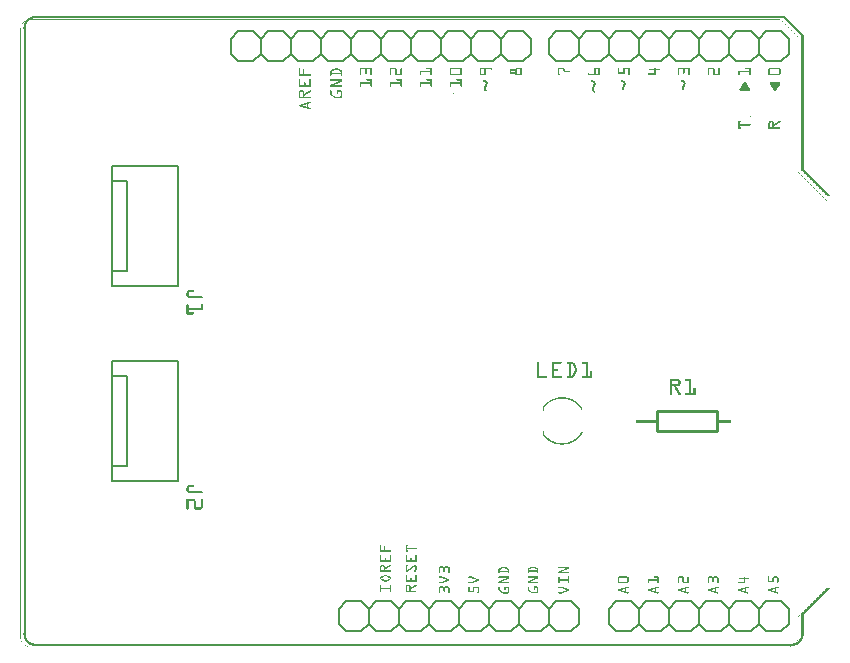
<source format=gto>
G04 MADE WITH FRITZING*
G04 WWW.FRITZING.ORG*
G04 DOUBLE SIDED*
G04 HOLES PLATED*
G04 CONTOUR ON CENTER OF CONTOUR VECTOR*
%ASAXBY*%
%FSLAX23Y23*%
%MOIN*%
%OFA0B0*%
%SFA1.0B1.0*%
%ADD10C,0.010000*%
%ADD11C,0.006000*%
%ADD12C,0.005000*%
%ADD13R,0.001000X0.001000*%
%LNSILK1*%
G90*
G70*
G54D10*
X2132Y794D02*
X2332Y794D01*
D02*
X2332Y794D02*
X2332Y728D01*
D02*
X2332Y728D02*
X2132Y728D01*
D02*
X2132Y728D02*
X2132Y794D01*
G54D11*
D02*
X2297Y161D02*
X2347Y161D01*
D02*
X2347Y161D02*
X2372Y136D01*
D02*
X2372Y136D02*
X2372Y86D01*
D02*
X2372Y86D02*
X2347Y61D01*
D02*
X2372Y136D02*
X2397Y161D01*
D02*
X2397Y161D02*
X2447Y161D01*
D02*
X2447Y161D02*
X2472Y136D01*
D02*
X2472Y136D02*
X2472Y86D01*
D02*
X2472Y86D02*
X2447Y61D01*
D02*
X2447Y61D02*
X2397Y61D01*
D02*
X2397Y61D02*
X2372Y86D01*
D02*
X2172Y136D02*
X2197Y161D01*
D02*
X2197Y161D02*
X2247Y161D01*
D02*
X2247Y161D02*
X2272Y136D01*
D02*
X2272Y136D02*
X2272Y86D01*
D02*
X2272Y86D02*
X2247Y61D01*
D02*
X2247Y61D02*
X2197Y61D01*
D02*
X2197Y61D02*
X2172Y86D01*
D02*
X2297Y161D02*
X2272Y136D01*
D02*
X2272Y86D02*
X2297Y61D01*
D02*
X2347Y61D02*
X2297Y61D01*
D02*
X1997Y161D02*
X2047Y161D01*
D02*
X2047Y161D02*
X2072Y136D01*
D02*
X2072Y136D02*
X2072Y86D01*
D02*
X2072Y86D02*
X2047Y61D01*
D02*
X2072Y136D02*
X2097Y161D01*
D02*
X2097Y161D02*
X2147Y161D01*
D02*
X2147Y161D02*
X2172Y136D01*
D02*
X2172Y136D02*
X2172Y86D01*
D02*
X2172Y86D02*
X2147Y61D01*
D02*
X2147Y61D02*
X2097Y61D01*
D02*
X2097Y61D02*
X2072Y86D01*
D02*
X1972Y136D02*
X1972Y86D01*
D02*
X1997Y161D02*
X1972Y136D01*
D02*
X1972Y86D02*
X1997Y61D01*
D02*
X2047Y61D02*
X1997Y61D01*
D02*
X2497Y161D02*
X2547Y161D01*
D02*
X2547Y161D02*
X2572Y136D01*
D02*
X2572Y136D02*
X2572Y86D01*
D02*
X2572Y86D02*
X2547Y61D01*
D02*
X2497Y161D02*
X2472Y136D01*
D02*
X2472Y86D02*
X2497Y61D01*
D02*
X2547Y61D02*
X2497Y61D01*
D02*
X887Y1961D02*
X837Y1961D01*
D02*
X1087Y1961D02*
X1037Y1961D01*
D02*
X987Y1961D02*
X937Y1961D01*
D02*
X1187Y1961D02*
X1137Y1961D01*
D02*
X1387Y1961D02*
X1337Y1961D01*
D02*
X1287Y1961D02*
X1237Y1961D01*
D02*
X1487Y1961D02*
X1437Y1961D01*
D02*
X1687Y1961D02*
X1637Y1961D01*
D02*
X1587Y1961D02*
X1537Y1961D01*
D02*
X787Y1961D02*
X737Y1961D01*
D02*
X912Y1986D02*
X887Y1961D01*
D02*
X837Y1961D02*
X812Y1986D01*
D02*
X812Y1986D02*
X812Y2036D01*
D02*
X812Y2036D02*
X837Y2061D01*
D02*
X837Y2061D02*
X887Y2061D01*
D02*
X887Y2061D02*
X912Y2036D01*
D02*
X1037Y1961D02*
X1012Y1986D01*
D02*
X1012Y1986D02*
X1012Y2036D01*
D02*
X1012Y2036D02*
X1037Y2061D01*
D02*
X1012Y1986D02*
X987Y1961D01*
D02*
X937Y1961D02*
X912Y1986D01*
D02*
X912Y1986D02*
X912Y2036D01*
D02*
X912Y2036D02*
X937Y2061D01*
D02*
X937Y2061D02*
X987Y2061D01*
D02*
X987Y2061D02*
X1012Y2036D01*
D02*
X1212Y1986D02*
X1187Y1961D01*
D02*
X1137Y1961D02*
X1112Y1986D01*
D02*
X1112Y1986D02*
X1112Y2036D01*
D02*
X1112Y2036D02*
X1137Y2061D01*
D02*
X1137Y2061D02*
X1187Y2061D01*
D02*
X1187Y2061D02*
X1212Y2036D01*
D02*
X1087Y1961D02*
X1112Y1986D01*
D02*
X1112Y2036D02*
X1087Y2061D01*
D02*
X1037Y2061D02*
X1087Y2061D01*
D02*
X1337Y1961D02*
X1312Y1986D01*
D02*
X1312Y1986D02*
X1312Y2036D01*
D02*
X1312Y2036D02*
X1337Y2061D01*
D02*
X1312Y1986D02*
X1287Y1961D01*
D02*
X1237Y1961D02*
X1212Y1986D01*
D02*
X1212Y1986D02*
X1212Y2036D01*
D02*
X1212Y2036D02*
X1237Y2061D01*
D02*
X1237Y2061D02*
X1287Y2061D01*
D02*
X1287Y2061D02*
X1312Y2036D01*
D02*
X1512Y1986D02*
X1487Y1961D01*
D02*
X1437Y1961D02*
X1412Y1986D01*
D02*
X1412Y1986D02*
X1412Y2036D01*
D02*
X1412Y2036D02*
X1437Y2061D01*
D02*
X1437Y2061D02*
X1487Y2061D01*
D02*
X1487Y2061D02*
X1512Y2036D01*
D02*
X1387Y1961D02*
X1412Y1986D01*
D02*
X1412Y2036D02*
X1387Y2061D01*
D02*
X1337Y2061D02*
X1387Y2061D01*
D02*
X1637Y1961D02*
X1612Y1986D01*
D02*
X1612Y1986D02*
X1612Y2036D01*
D02*
X1612Y2036D02*
X1637Y2061D01*
D02*
X1612Y1986D02*
X1587Y1961D01*
D02*
X1537Y1961D02*
X1512Y1986D01*
D02*
X1512Y1986D02*
X1512Y2036D01*
D02*
X1512Y2036D02*
X1537Y2061D01*
D02*
X1537Y2061D02*
X1587Y2061D01*
D02*
X1587Y2061D02*
X1612Y2036D01*
D02*
X1712Y1986D02*
X1712Y2036D01*
D02*
X1687Y1961D02*
X1712Y1986D01*
D02*
X1712Y2036D02*
X1687Y2061D01*
D02*
X1637Y2061D02*
X1687Y2061D01*
D02*
X737Y1961D02*
X712Y1986D01*
D02*
X712Y1986D02*
X712Y2036D01*
D02*
X712Y2036D02*
X737Y2061D01*
D02*
X787Y1961D02*
X812Y1986D01*
D02*
X812Y2036D02*
X787Y2061D01*
D02*
X737Y2061D02*
X787Y2061D01*
D02*
X1947Y1961D02*
X1897Y1961D01*
D02*
X1897Y1961D02*
X1872Y1986D01*
D02*
X1872Y1986D02*
X1872Y2036D01*
D02*
X1872Y2036D02*
X1897Y2061D01*
D02*
X2072Y1986D02*
X2047Y1961D01*
D02*
X2047Y1961D02*
X1997Y1961D01*
D02*
X1997Y1961D02*
X1972Y1986D01*
D02*
X1972Y1986D02*
X1972Y2036D01*
D02*
X1972Y2036D02*
X1997Y2061D01*
D02*
X1997Y2061D02*
X2047Y2061D01*
D02*
X2047Y2061D02*
X2072Y2036D01*
D02*
X1947Y1961D02*
X1972Y1986D01*
D02*
X1972Y2036D02*
X1947Y2061D01*
D02*
X1897Y2061D02*
X1947Y2061D01*
D02*
X2247Y1961D02*
X2197Y1961D01*
D02*
X2197Y1961D02*
X2172Y1986D01*
D02*
X2172Y1986D02*
X2172Y2036D01*
D02*
X2172Y2036D02*
X2197Y2061D01*
D02*
X2172Y1986D02*
X2147Y1961D01*
D02*
X2147Y1961D02*
X2097Y1961D01*
D02*
X2097Y1961D02*
X2072Y1986D01*
D02*
X2072Y1986D02*
X2072Y2036D01*
D02*
X2072Y2036D02*
X2097Y2061D01*
D02*
X2097Y2061D02*
X2147Y2061D01*
D02*
X2147Y2061D02*
X2172Y2036D01*
D02*
X2372Y1986D02*
X2347Y1961D01*
D02*
X2347Y1961D02*
X2297Y1961D01*
D02*
X2297Y1961D02*
X2272Y1986D01*
D02*
X2272Y1986D02*
X2272Y2036D01*
D02*
X2272Y2036D02*
X2297Y2061D01*
D02*
X2297Y2061D02*
X2347Y2061D01*
D02*
X2347Y2061D02*
X2372Y2036D01*
D02*
X2247Y1961D02*
X2272Y1986D01*
D02*
X2272Y2036D02*
X2247Y2061D01*
D02*
X2197Y2061D02*
X2247Y2061D01*
D02*
X2547Y1961D02*
X2497Y1961D01*
D02*
X2497Y1961D02*
X2472Y1986D01*
D02*
X2472Y1986D02*
X2472Y2036D01*
D02*
X2472Y2036D02*
X2497Y2061D01*
D02*
X2472Y1986D02*
X2447Y1961D01*
D02*
X2447Y1961D02*
X2397Y1961D01*
D02*
X2397Y1961D02*
X2372Y1986D01*
D02*
X2372Y1986D02*
X2372Y2036D01*
D02*
X2372Y2036D02*
X2397Y2061D01*
D02*
X2397Y2061D02*
X2447Y2061D01*
D02*
X2447Y2061D02*
X2472Y2036D01*
D02*
X2572Y1986D02*
X2572Y2036D01*
D02*
X2547Y1961D02*
X2572Y1986D01*
D02*
X2572Y2036D02*
X2547Y2061D01*
D02*
X2497Y2061D02*
X2547Y2061D01*
D02*
X1847Y1961D02*
X1797Y1961D01*
D02*
X1797Y1961D02*
X1772Y1986D01*
D02*
X1772Y1986D02*
X1772Y2036D01*
D02*
X1772Y2036D02*
X1797Y2061D01*
D02*
X1847Y1961D02*
X1872Y1986D01*
D02*
X1872Y2036D02*
X1847Y2061D01*
D02*
X1797Y2061D02*
X1847Y2061D01*
D02*
X1697Y161D02*
X1747Y161D01*
D02*
X1747Y161D02*
X1772Y136D01*
D02*
X1772Y136D02*
X1772Y86D01*
D02*
X1772Y86D02*
X1747Y61D01*
D02*
X1572Y136D02*
X1597Y161D01*
D02*
X1597Y161D02*
X1647Y161D01*
D02*
X1647Y161D02*
X1672Y136D01*
D02*
X1672Y136D02*
X1672Y86D01*
D02*
X1672Y86D02*
X1647Y61D01*
D02*
X1647Y61D02*
X1597Y61D01*
D02*
X1597Y61D02*
X1572Y86D01*
D02*
X1697Y161D02*
X1672Y136D01*
D02*
X1672Y86D02*
X1697Y61D01*
D02*
X1747Y61D02*
X1697Y61D01*
D02*
X1397Y161D02*
X1447Y161D01*
D02*
X1447Y161D02*
X1472Y136D01*
D02*
X1472Y136D02*
X1472Y86D01*
D02*
X1472Y86D02*
X1447Y61D01*
D02*
X1472Y136D02*
X1497Y161D01*
D02*
X1497Y161D02*
X1547Y161D01*
D02*
X1547Y161D02*
X1572Y136D01*
D02*
X1572Y136D02*
X1572Y86D01*
D02*
X1572Y86D02*
X1547Y61D01*
D02*
X1547Y61D02*
X1497Y61D01*
D02*
X1497Y61D02*
X1472Y86D01*
D02*
X1272Y136D02*
X1297Y161D01*
D02*
X1297Y161D02*
X1347Y161D01*
D02*
X1347Y161D02*
X1372Y136D01*
D02*
X1372Y136D02*
X1372Y86D01*
D02*
X1372Y86D02*
X1347Y61D01*
D02*
X1347Y61D02*
X1297Y61D01*
D02*
X1297Y61D02*
X1272Y86D01*
D02*
X1397Y161D02*
X1372Y136D01*
D02*
X1372Y86D02*
X1397Y61D01*
D02*
X1447Y61D02*
X1397Y61D01*
D02*
X1097Y161D02*
X1147Y161D01*
D02*
X1147Y161D02*
X1172Y136D01*
D02*
X1172Y136D02*
X1172Y86D01*
D02*
X1172Y86D02*
X1147Y61D01*
D02*
X1172Y136D02*
X1197Y161D01*
D02*
X1197Y161D02*
X1247Y161D01*
D02*
X1247Y161D02*
X1272Y136D01*
D02*
X1272Y136D02*
X1272Y86D01*
D02*
X1272Y86D02*
X1247Y61D01*
D02*
X1247Y61D02*
X1197Y61D01*
D02*
X1197Y61D02*
X1172Y86D01*
D02*
X1072Y136D02*
X1072Y86D01*
D02*
X1097Y161D02*
X1072Y136D01*
D02*
X1072Y86D02*
X1097Y61D01*
D02*
X1147Y61D02*
X1097Y61D01*
D02*
X1797Y161D02*
X1847Y161D01*
D02*
X1847Y161D02*
X1872Y136D01*
D02*
X1872Y136D02*
X1872Y86D01*
D02*
X1872Y86D02*
X1847Y61D01*
D02*
X1797Y161D02*
X1772Y136D01*
D02*
X1772Y86D02*
X1797Y61D01*
D02*
X1847Y61D02*
X1797Y61D01*
G54D12*
D02*
X537Y961D02*
X317Y961D01*
D02*
X537Y561D02*
X317Y561D01*
D02*
X537Y561D02*
X537Y961D01*
D02*
X317Y561D02*
X317Y611D01*
D02*
X317Y611D02*
X317Y911D01*
D02*
X317Y911D02*
X317Y961D01*
D02*
X317Y911D02*
X367Y911D01*
D02*
X367Y911D02*
X367Y611D01*
D02*
X367Y611D02*
X317Y611D01*
D02*
X537Y1611D02*
X317Y1611D01*
D02*
X537Y1211D02*
X317Y1211D01*
D02*
X537Y1211D02*
X537Y1611D01*
D02*
X317Y1211D02*
X317Y1261D01*
D02*
X317Y1261D02*
X317Y1561D01*
D02*
X317Y1561D02*
X317Y1611D01*
D02*
X317Y1561D02*
X367Y1561D01*
D02*
X367Y1561D02*
X367Y1261D01*
D02*
X367Y1261D02*
X317Y1261D01*
G54D13*
X53Y2111D02*
X2559Y2111D01*
X49Y2110D02*
X2560Y2110D01*
X46Y2109D02*
X2561Y2109D01*
X44Y2108D02*
X2562Y2108D01*
X42Y2107D02*
X2563Y2107D01*
X40Y2106D02*
X2564Y2106D01*
X39Y2105D02*
X2565Y2105D01*
X37Y2104D02*
X2566Y2104D01*
X36Y2103D02*
X53Y2103D01*
X2557Y2103D02*
X2567Y2103D01*
X35Y2102D02*
X49Y2102D01*
X2558Y2102D02*
X2568Y2102D01*
X34Y2101D02*
X47Y2101D01*
X2559Y2101D02*
X2569Y2101D01*
X33Y2100D02*
X2544Y2100D01*
X2560Y2100D02*
X2570Y2100D01*
X32Y2099D02*
X43Y2099D01*
X2544Y2099D02*
X2545Y2099D01*
X2561Y2099D02*
X2571Y2099D01*
X31Y2098D02*
X41Y2098D01*
X2545Y2098D02*
X2546Y2098D01*
X2562Y2098D02*
X2572Y2098D01*
X30Y2097D02*
X40Y2097D01*
X2546Y2097D02*
X2547Y2097D01*
X2563Y2097D02*
X2573Y2097D01*
X29Y2096D02*
X39Y2096D01*
X2547Y2096D02*
X2548Y2096D01*
X2564Y2096D02*
X2574Y2096D01*
X27Y2095D02*
X38Y2095D01*
X2548Y2095D02*
X2549Y2095D01*
X2565Y2095D02*
X2575Y2095D01*
X25Y2094D02*
X26Y2094D01*
X28Y2094D02*
X37Y2094D01*
X2549Y2094D02*
X2550Y2094D01*
X2566Y2094D02*
X2576Y2094D01*
X24Y2093D02*
X25Y2093D01*
X27Y2093D02*
X36Y2093D01*
X2550Y2093D02*
X2551Y2093D01*
X2567Y2093D02*
X2577Y2093D01*
X23Y2092D02*
X23Y2092D01*
X27Y2092D02*
X35Y2092D01*
X2551Y2092D02*
X2552Y2092D01*
X2568Y2092D02*
X2578Y2092D01*
X22Y2091D02*
X22Y2091D01*
X26Y2091D02*
X34Y2091D01*
X2552Y2091D02*
X2553Y2091D01*
X2569Y2091D02*
X2579Y2091D01*
X21Y2090D02*
X21Y2090D01*
X26Y2090D02*
X34Y2090D01*
X2553Y2090D02*
X2554Y2090D01*
X2570Y2090D02*
X2580Y2090D01*
X20Y2089D02*
X20Y2089D01*
X25Y2089D02*
X33Y2089D01*
X2554Y2089D02*
X2555Y2089D01*
X2571Y2089D02*
X2581Y2089D01*
X19Y2088D02*
X19Y2088D01*
X25Y2088D02*
X32Y2088D01*
X2555Y2088D02*
X2556Y2088D01*
X2572Y2088D02*
X2582Y2088D01*
X18Y2087D02*
X18Y2087D01*
X24Y2087D02*
X32Y2087D01*
X2556Y2087D02*
X2557Y2087D01*
X2573Y2087D02*
X2583Y2087D01*
X18Y2086D02*
X18Y2086D01*
X24Y2086D02*
X31Y2086D01*
X2557Y2086D02*
X2558Y2086D01*
X2574Y2086D02*
X2584Y2086D01*
X17Y2085D02*
X17Y2085D01*
X23Y2085D02*
X31Y2085D01*
X2558Y2085D02*
X2559Y2085D01*
X2575Y2085D02*
X2585Y2085D01*
X16Y2084D02*
X16Y2084D01*
X23Y2084D02*
X30Y2084D01*
X2559Y2084D02*
X2560Y2084D01*
X2576Y2084D02*
X2586Y2084D01*
X16Y2083D02*
X16Y2083D01*
X23Y2083D02*
X30Y2083D01*
X2560Y2083D02*
X2561Y2083D01*
X2577Y2083D02*
X2587Y2083D01*
X15Y2082D02*
X15Y2082D01*
X23Y2082D02*
X30Y2082D01*
X2561Y2082D02*
X2562Y2082D01*
X2578Y2082D02*
X2588Y2082D01*
X14Y2081D02*
X15Y2081D01*
X22Y2081D02*
X29Y2081D01*
X2562Y2081D02*
X2563Y2081D01*
X2579Y2081D02*
X2589Y2081D01*
X14Y2080D02*
X14Y2080D01*
X22Y2080D02*
X29Y2080D01*
X2563Y2080D02*
X2564Y2080D01*
X2580Y2080D02*
X2590Y2080D01*
X14Y2079D02*
X14Y2079D01*
X22Y2079D02*
X29Y2079D01*
X2564Y2079D02*
X2565Y2079D01*
X2581Y2079D02*
X2591Y2079D01*
X13Y2078D02*
X13Y2078D01*
X22Y2078D02*
X29Y2078D01*
X2565Y2078D02*
X2566Y2078D01*
X2582Y2078D02*
X2592Y2078D01*
X13Y2077D02*
X13Y2077D01*
X22Y2077D02*
X29Y2077D01*
X2566Y2077D02*
X2567Y2077D01*
X2583Y2077D02*
X2593Y2077D01*
X12Y2076D02*
X12Y2076D01*
X21Y2076D02*
X28Y2076D01*
X2567Y2076D02*
X2568Y2076D01*
X2584Y2076D02*
X2594Y2076D01*
X12Y2075D02*
X12Y2075D01*
X21Y2075D02*
X28Y2075D01*
X2568Y2075D02*
X2569Y2075D01*
X2585Y2075D02*
X2595Y2075D01*
X12Y2074D02*
X12Y2074D01*
X21Y2074D02*
X28Y2074D01*
X2569Y2074D02*
X2570Y2074D01*
X2586Y2074D02*
X2596Y2074D01*
X12Y2073D02*
X12Y2073D01*
X21Y2073D02*
X28Y2073D01*
X2570Y2073D02*
X2571Y2073D01*
X2587Y2073D02*
X2597Y2073D01*
X11Y2072D02*
X11Y2072D01*
X21Y2072D02*
X28Y2072D01*
X2571Y2072D02*
X2572Y2072D01*
X2588Y2072D02*
X2598Y2072D01*
X11Y2071D02*
X11Y2071D01*
X21Y2071D02*
X28Y2071D01*
X2572Y2071D02*
X2573Y2071D01*
X2589Y2071D02*
X2599Y2071D01*
X11Y2070D02*
X11Y2070D01*
X21Y2070D02*
X28Y2070D01*
X2573Y2070D02*
X2574Y2070D01*
X2590Y2070D02*
X2600Y2070D01*
X11Y2069D02*
X11Y2069D01*
X21Y2069D02*
X28Y2069D01*
X2574Y2069D02*
X2575Y2069D01*
X2591Y2069D02*
X2601Y2069D01*
X11Y2068D02*
X11Y2068D01*
X21Y2068D02*
X29Y2068D01*
X2575Y2068D02*
X2576Y2068D01*
X2592Y2068D02*
X2602Y2068D01*
X11Y2067D02*
X11Y2067D01*
X22Y2067D02*
X29Y2067D01*
X2576Y2067D02*
X2577Y2067D01*
X2593Y2067D02*
X2603Y2067D01*
X11Y2066D02*
X11Y2066D01*
X22Y2066D02*
X29Y2066D01*
X2577Y2066D02*
X2578Y2066D01*
X2594Y2066D02*
X2604Y2066D01*
X11Y2065D02*
X11Y2065D01*
X22Y2065D02*
X29Y2065D01*
X2578Y2065D02*
X2579Y2065D01*
X2595Y2065D02*
X2605Y2065D01*
X11Y2064D02*
X11Y2064D01*
X22Y2064D02*
X29Y2064D01*
X2579Y2064D02*
X2580Y2064D01*
X2596Y2064D02*
X2606Y2064D01*
X11Y2063D02*
X11Y2063D01*
X22Y2063D02*
X29Y2063D01*
X2580Y2063D02*
X2581Y2063D01*
X2597Y2063D02*
X2607Y2063D01*
X11Y2062D02*
X11Y2062D01*
X22Y2062D02*
X29Y2062D01*
X2581Y2062D02*
X2582Y2062D01*
X2598Y2062D02*
X2608Y2062D01*
X11Y2061D02*
X11Y2061D01*
X22Y2061D02*
X29Y2061D01*
X2582Y2061D02*
X2583Y2061D01*
X2599Y2061D02*
X2609Y2061D01*
X11Y2060D02*
X11Y2060D01*
X22Y2060D02*
X29Y2060D01*
X2583Y2060D02*
X2584Y2060D01*
X2600Y2060D02*
X2610Y2060D01*
X11Y2059D02*
X11Y2059D01*
X22Y2059D02*
X29Y2059D01*
X2584Y2059D02*
X2585Y2059D01*
X2601Y2059D02*
X2611Y2059D01*
X11Y2058D02*
X11Y2058D01*
X22Y2058D02*
X29Y2058D01*
X2585Y2058D02*
X2586Y2058D01*
X2602Y2058D02*
X2612Y2058D01*
X11Y2057D02*
X11Y2057D01*
X22Y2057D02*
X29Y2057D01*
X2586Y2057D02*
X2587Y2057D01*
X2603Y2057D02*
X2613Y2057D01*
X11Y2056D02*
X11Y2056D01*
X22Y2056D02*
X29Y2056D01*
X2587Y2056D02*
X2588Y2056D01*
X2604Y2056D02*
X2614Y2056D01*
X11Y2055D02*
X11Y2055D01*
X22Y2055D02*
X29Y2055D01*
X2588Y2055D02*
X2589Y2055D01*
X2605Y2055D02*
X2615Y2055D01*
X11Y2054D02*
X11Y2054D01*
X22Y2054D02*
X29Y2054D01*
X2589Y2054D02*
X2590Y2054D01*
X2606Y2054D02*
X2616Y2054D01*
X11Y2053D02*
X11Y2053D01*
X22Y2053D02*
X29Y2053D01*
X2590Y2053D02*
X2591Y2053D01*
X2607Y2053D02*
X2617Y2053D01*
X11Y2052D02*
X11Y2052D01*
X22Y2052D02*
X29Y2052D01*
X2591Y2052D02*
X2592Y2052D01*
X2608Y2052D02*
X2618Y2052D01*
X11Y2051D02*
X11Y2051D01*
X22Y2051D02*
X29Y2051D01*
X2592Y2051D02*
X2593Y2051D01*
X2609Y2051D02*
X2619Y2051D01*
X11Y2050D02*
X11Y2050D01*
X22Y2050D02*
X29Y2050D01*
X2593Y2050D02*
X2594Y2050D01*
X2610Y2050D02*
X2620Y2050D01*
X11Y2049D02*
X11Y2049D01*
X22Y2049D02*
X29Y2049D01*
X2594Y2049D02*
X2595Y2049D01*
X2611Y2049D02*
X2621Y2049D01*
X11Y2048D02*
X11Y2048D01*
X22Y2048D02*
X29Y2048D01*
X2595Y2048D02*
X2596Y2048D01*
X2612Y2048D02*
X2621Y2048D01*
X11Y2047D02*
X11Y2047D01*
X22Y2047D02*
X29Y2047D01*
X2596Y2047D02*
X2597Y2047D01*
X2613Y2047D02*
X2621Y2047D01*
X11Y2046D02*
X11Y2046D01*
X22Y2046D02*
X29Y2046D01*
X2597Y2046D02*
X2598Y2046D01*
X2613Y2046D02*
X2621Y2046D01*
X11Y2045D02*
X11Y2045D01*
X22Y2045D02*
X29Y2045D01*
X2598Y2045D02*
X2599Y2045D01*
X2614Y2045D02*
X2621Y2045D01*
X11Y2044D02*
X11Y2044D01*
X22Y2044D02*
X29Y2044D01*
X2599Y2044D02*
X2600Y2044D01*
X2614Y2044D02*
X2621Y2044D01*
X11Y2043D02*
X11Y2043D01*
X22Y2043D02*
X29Y2043D01*
X2600Y2043D02*
X2601Y2043D01*
X2614Y2043D02*
X2621Y2043D01*
X11Y2042D02*
X11Y2042D01*
X22Y2042D02*
X29Y2042D01*
X2601Y2042D02*
X2602Y2042D01*
X2614Y2042D02*
X2621Y2042D01*
X11Y2041D02*
X11Y2041D01*
X22Y2041D02*
X29Y2041D01*
X2602Y2041D02*
X2603Y2041D01*
X2614Y2041D02*
X2621Y2041D01*
X11Y2040D02*
X11Y2040D01*
X22Y2040D02*
X29Y2040D01*
X2603Y2040D02*
X2603Y2040D01*
X2614Y2040D02*
X2621Y2040D01*
X11Y2039D02*
X11Y2039D01*
X22Y2039D02*
X29Y2039D01*
X2603Y2039D02*
X2603Y2039D01*
X2614Y2039D02*
X2621Y2039D01*
X11Y2038D02*
X11Y2038D01*
X22Y2038D02*
X29Y2038D01*
X2603Y2038D02*
X2603Y2038D01*
X2614Y2038D02*
X2621Y2038D01*
X11Y2037D02*
X11Y2037D01*
X22Y2037D02*
X29Y2037D01*
X2603Y2037D02*
X2603Y2037D01*
X2614Y2037D02*
X2621Y2037D01*
X11Y2036D02*
X11Y2036D01*
X22Y2036D02*
X29Y2036D01*
X2603Y2036D02*
X2603Y2036D01*
X2614Y2036D02*
X2621Y2036D01*
X11Y2035D02*
X11Y2035D01*
X22Y2035D02*
X29Y2035D01*
X2603Y2035D02*
X2603Y2035D01*
X2614Y2035D02*
X2621Y2035D01*
X11Y2034D02*
X11Y2034D01*
X22Y2034D02*
X29Y2034D01*
X2603Y2034D02*
X2603Y2034D01*
X2614Y2034D02*
X2621Y2034D01*
X11Y2033D02*
X11Y2033D01*
X22Y2033D02*
X29Y2033D01*
X2603Y2033D02*
X2603Y2033D01*
X2614Y2033D02*
X2621Y2033D01*
X11Y2032D02*
X11Y2032D01*
X22Y2032D02*
X29Y2032D01*
X2603Y2032D02*
X2603Y2032D01*
X2614Y2032D02*
X2621Y2032D01*
X11Y2031D02*
X11Y2031D01*
X22Y2031D02*
X29Y2031D01*
X2603Y2031D02*
X2603Y2031D01*
X2614Y2031D02*
X2621Y2031D01*
X11Y2030D02*
X11Y2030D01*
X22Y2030D02*
X29Y2030D01*
X2603Y2030D02*
X2603Y2030D01*
X2614Y2030D02*
X2621Y2030D01*
X11Y2029D02*
X11Y2029D01*
X22Y2029D02*
X29Y2029D01*
X2603Y2029D02*
X2603Y2029D01*
X2614Y2029D02*
X2621Y2029D01*
X11Y2028D02*
X11Y2028D01*
X22Y2028D02*
X29Y2028D01*
X2603Y2028D02*
X2603Y2028D01*
X2614Y2028D02*
X2621Y2028D01*
X11Y2027D02*
X11Y2027D01*
X22Y2027D02*
X29Y2027D01*
X2603Y2027D02*
X2603Y2027D01*
X2614Y2027D02*
X2621Y2027D01*
X11Y2026D02*
X11Y2026D01*
X22Y2026D02*
X29Y2026D01*
X2603Y2026D02*
X2603Y2026D01*
X2614Y2026D02*
X2621Y2026D01*
X11Y2025D02*
X11Y2025D01*
X22Y2025D02*
X29Y2025D01*
X2603Y2025D02*
X2603Y2025D01*
X2614Y2025D02*
X2621Y2025D01*
X11Y2024D02*
X11Y2024D01*
X22Y2024D02*
X29Y2024D01*
X2603Y2024D02*
X2603Y2024D01*
X2614Y2024D02*
X2621Y2024D01*
X11Y2023D02*
X11Y2023D01*
X22Y2023D02*
X29Y2023D01*
X2603Y2023D02*
X2603Y2023D01*
X2614Y2023D02*
X2621Y2023D01*
X11Y2022D02*
X11Y2022D01*
X22Y2022D02*
X29Y2022D01*
X2603Y2022D02*
X2603Y2022D01*
X2614Y2022D02*
X2621Y2022D01*
X11Y2021D02*
X11Y2021D01*
X22Y2021D02*
X29Y2021D01*
X2603Y2021D02*
X2603Y2021D01*
X2614Y2021D02*
X2621Y2021D01*
X11Y2020D02*
X11Y2020D01*
X22Y2020D02*
X29Y2020D01*
X2603Y2020D02*
X2603Y2020D01*
X2614Y2020D02*
X2621Y2020D01*
X11Y2019D02*
X11Y2019D01*
X22Y2019D02*
X29Y2019D01*
X2603Y2019D02*
X2603Y2019D01*
X2614Y2019D02*
X2621Y2019D01*
X11Y2018D02*
X11Y2018D01*
X22Y2018D02*
X29Y2018D01*
X2603Y2018D02*
X2603Y2018D01*
X2614Y2018D02*
X2621Y2018D01*
X11Y2017D02*
X11Y2017D01*
X22Y2017D02*
X29Y2017D01*
X2603Y2017D02*
X2603Y2017D01*
X2614Y2017D02*
X2621Y2017D01*
X11Y2016D02*
X11Y2016D01*
X22Y2016D02*
X29Y2016D01*
X2603Y2016D02*
X2603Y2016D01*
X2614Y2016D02*
X2621Y2016D01*
X11Y2015D02*
X11Y2015D01*
X22Y2015D02*
X29Y2015D01*
X2603Y2015D02*
X2603Y2015D01*
X2614Y2015D02*
X2621Y2015D01*
X11Y2014D02*
X11Y2014D01*
X22Y2014D02*
X29Y2014D01*
X2603Y2014D02*
X2603Y2014D01*
X2614Y2014D02*
X2621Y2014D01*
X11Y2013D02*
X11Y2013D01*
X22Y2013D02*
X29Y2013D01*
X2603Y2013D02*
X2603Y2013D01*
X2614Y2013D02*
X2621Y2013D01*
X11Y2012D02*
X11Y2012D01*
X22Y2012D02*
X29Y2012D01*
X2603Y2012D02*
X2603Y2012D01*
X2614Y2012D02*
X2621Y2012D01*
X11Y2011D02*
X11Y2011D01*
X22Y2011D02*
X29Y2011D01*
X2603Y2011D02*
X2603Y2011D01*
X2614Y2011D02*
X2621Y2011D01*
X11Y2010D02*
X11Y2010D01*
X22Y2010D02*
X29Y2010D01*
X2603Y2010D02*
X2603Y2010D01*
X2614Y2010D02*
X2621Y2010D01*
X11Y2009D02*
X11Y2009D01*
X22Y2009D02*
X29Y2009D01*
X2603Y2009D02*
X2603Y2009D01*
X2614Y2009D02*
X2621Y2009D01*
X11Y2008D02*
X11Y2008D01*
X22Y2008D02*
X29Y2008D01*
X2603Y2008D02*
X2603Y2008D01*
X2614Y2008D02*
X2621Y2008D01*
X11Y2007D02*
X11Y2007D01*
X22Y2007D02*
X29Y2007D01*
X2603Y2007D02*
X2603Y2007D01*
X2614Y2007D02*
X2621Y2007D01*
X11Y2006D02*
X11Y2006D01*
X22Y2006D02*
X29Y2006D01*
X2603Y2006D02*
X2603Y2006D01*
X2614Y2006D02*
X2621Y2006D01*
X11Y2005D02*
X11Y2005D01*
X22Y2005D02*
X29Y2005D01*
X2603Y2005D02*
X2603Y2005D01*
X2614Y2005D02*
X2621Y2005D01*
X11Y2004D02*
X11Y2004D01*
X22Y2004D02*
X29Y2004D01*
X2603Y2004D02*
X2603Y2004D01*
X2614Y2004D02*
X2621Y2004D01*
X11Y2003D02*
X11Y2003D01*
X22Y2003D02*
X29Y2003D01*
X2603Y2003D02*
X2603Y2003D01*
X2614Y2003D02*
X2621Y2003D01*
X11Y2002D02*
X11Y2002D01*
X22Y2002D02*
X29Y2002D01*
X2603Y2002D02*
X2603Y2002D01*
X2614Y2002D02*
X2621Y2002D01*
X11Y2001D02*
X11Y2001D01*
X22Y2001D02*
X29Y2001D01*
X2603Y2001D02*
X2603Y2001D01*
X2614Y2001D02*
X2621Y2001D01*
X11Y2000D02*
X11Y2000D01*
X22Y2000D02*
X29Y2000D01*
X2603Y2000D02*
X2603Y2000D01*
X2614Y2000D02*
X2621Y2000D01*
X11Y1999D02*
X11Y1999D01*
X22Y1999D02*
X29Y1999D01*
X2603Y1999D02*
X2603Y1999D01*
X2614Y1999D02*
X2621Y1999D01*
X11Y1998D02*
X11Y1998D01*
X22Y1998D02*
X29Y1998D01*
X2603Y1998D02*
X2603Y1998D01*
X2614Y1998D02*
X2621Y1998D01*
X11Y1997D02*
X11Y1997D01*
X22Y1997D02*
X29Y1997D01*
X2603Y1997D02*
X2603Y1997D01*
X2614Y1997D02*
X2621Y1997D01*
X11Y1996D02*
X11Y1996D01*
X22Y1996D02*
X29Y1996D01*
X2603Y1996D02*
X2603Y1996D01*
X2614Y1996D02*
X2621Y1996D01*
X11Y1995D02*
X11Y1995D01*
X22Y1995D02*
X29Y1995D01*
X2603Y1995D02*
X2603Y1995D01*
X2614Y1995D02*
X2621Y1995D01*
X11Y1994D02*
X11Y1994D01*
X22Y1994D02*
X29Y1994D01*
X2603Y1994D02*
X2603Y1994D01*
X2614Y1994D02*
X2621Y1994D01*
X11Y1993D02*
X11Y1993D01*
X22Y1993D02*
X29Y1993D01*
X2603Y1993D02*
X2603Y1993D01*
X2614Y1993D02*
X2621Y1993D01*
X11Y1992D02*
X11Y1992D01*
X22Y1992D02*
X29Y1992D01*
X2603Y1992D02*
X2603Y1992D01*
X2614Y1992D02*
X2621Y1992D01*
X11Y1991D02*
X11Y1991D01*
X22Y1991D02*
X29Y1991D01*
X2603Y1991D02*
X2603Y1991D01*
X2614Y1991D02*
X2621Y1991D01*
X11Y1990D02*
X11Y1990D01*
X22Y1990D02*
X29Y1990D01*
X2603Y1990D02*
X2603Y1990D01*
X2614Y1990D02*
X2621Y1990D01*
X11Y1989D02*
X11Y1989D01*
X22Y1989D02*
X29Y1989D01*
X2603Y1989D02*
X2603Y1989D01*
X2614Y1989D02*
X2621Y1989D01*
X11Y1988D02*
X11Y1988D01*
X22Y1988D02*
X29Y1988D01*
X2603Y1988D02*
X2603Y1988D01*
X2614Y1988D02*
X2621Y1988D01*
X11Y1987D02*
X11Y1987D01*
X22Y1987D02*
X29Y1987D01*
X2603Y1987D02*
X2603Y1987D01*
X2614Y1987D02*
X2621Y1987D01*
X11Y1986D02*
X11Y1986D01*
X22Y1986D02*
X29Y1986D01*
X2603Y1986D02*
X2603Y1986D01*
X2614Y1986D02*
X2621Y1986D01*
X11Y1985D02*
X11Y1985D01*
X22Y1985D02*
X29Y1985D01*
X2603Y1985D02*
X2603Y1985D01*
X2614Y1985D02*
X2621Y1985D01*
X11Y1984D02*
X11Y1984D01*
X22Y1984D02*
X29Y1984D01*
X2603Y1984D02*
X2603Y1984D01*
X2614Y1984D02*
X2621Y1984D01*
X11Y1983D02*
X11Y1983D01*
X22Y1983D02*
X29Y1983D01*
X2603Y1983D02*
X2603Y1983D01*
X2614Y1983D02*
X2621Y1983D01*
X11Y1982D02*
X11Y1982D01*
X22Y1982D02*
X29Y1982D01*
X2603Y1982D02*
X2603Y1982D01*
X2614Y1982D02*
X2621Y1982D01*
X11Y1981D02*
X11Y1981D01*
X22Y1981D02*
X29Y1981D01*
X2603Y1981D02*
X2603Y1981D01*
X2614Y1981D02*
X2621Y1981D01*
X11Y1980D02*
X11Y1980D01*
X22Y1980D02*
X29Y1980D01*
X2603Y1980D02*
X2603Y1980D01*
X2614Y1980D02*
X2621Y1980D01*
X11Y1979D02*
X11Y1979D01*
X22Y1979D02*
X29Y1979D01*
X2603Y1979D02*
X2603Y1979D01*
X2614Y1979D02*
X2621Y1979D01*
X11Y1978D02*
X11Y1978D01*
X22Y1978D02*
X29Y1978D01*
X2603Y1978D02*
X2603Y1978D01*
X2614Y1978D02*
X2621Y1978D01*
X11Y1977D02*
X11Y1977D01*
X22Y1977D02*
X29Y1977D01*
X2603Y1977D02*
X2603Y1977D01*
X2614Y1977D02*
X2621Y1977D01*
X11Y1976D02*
X11Y1976D01*
X22Y1976D02*
X29Y1976D01*
X2603Y1976D02*
X2603Y1976D01*
X2614Y1976D02*
X2621Y1976D01*
X11Y1975D02*
X11Y1975D01*
X22Y1975D02*
X29Y1975D01*
X2603Y1975D02*
X2603Y1975D01*
X2614Y1975D02*
X2621Y1975D01*
X11Y1974D02*
X11Y1974D01*
X22Y1974D02*
X29Y1974D01*
X2603Y1974D02*
X2603Y1974D01*
X2614Y1974D02*
X2621Y1974D01*
X11Y1973D02*
X11Y1973D01*
X22Y1973D02*
X29Y1973D01*
X2603Y1973D02*
X2603Y1973D01*
X2614Y1973D02*
X2621Y1973D01*
X11Y1972D02*
X11Y1972D01*
X22Y1972D02*
X29Y1972D01*
X2603Y1972D02*
X2603Y1972D01*
X2614Y1972D02*
X2621Y1972D01*
X11Y1971D02*
X11Y1971D01*
X22Y1971D02*
X29Y1971D01*
X2603Y1971D02*
X2603Y1971D01*
X2614Y1971D02*
X2621Y1971D01*
X11Y1970D02*
X11Y1970D01*
X22Y1970D02*
X29Y1970D01*
X2603Y1970D02*
X2603Y1970D01*
X2614Y1970D02*
X2621Y1970D01*
X11Y1969D02*
X11Y1969D01*
X22Y1969D02*
X29Y1969D01*
X2603Y1969D02*
X2603Y1969D01*
X2614Y1969D02*
X2621Y1969D01*
X11Y1968D02*
X11Y1968D01*
X22Y1968D02*
X29Y1968D01*
X2603Y1968D02*
X2603Y1968D01*
X2614Y1968D02*
X2621Y1968D01*
X11Y1967D02*
X11Y1967D01*
X22Y1967D02*
X29Y1967D01*
X2603Y1967D02*
X2603Y1967D01*
X2614Y1967D02*
X2621Y1967D01*
X11Y1966D02*
X11Y1966D01*
X22Y1966D02*
X29Y1966D01*
X2603Y1966D02*
X2603Y1966D01*
X2614Y1966D02*
X2621Y1966D01*
X11Y1965D02*
X11Y1965D01*
X22Y1965D02*
X29Y1965D01*
X2603Y1965D02*
X2603Y1965D01*
X2614Y1965D02*
X2621Y1965D01*
X11Y1964D02*
X11Y1964D01*
X22Y1964D02*
X29Y1964D01*
X2603Y1964D02*
X2603Y1964D01*
X2614Y1964D02*
X2621Y1964D01*
X11Y1963D02*
X11Y1963D01*
X22Y1963D02*
X29Y1963D01*
X2603Y1963D02*
X2603Y1963D01*
X2614Y1963D02*
X2621Y1963D01*
X11Y1962D02*
X11Y1962D01*
X22Y1962D02*
X29Y1962D01*
X2603Y1962D02*
X2603Y1962D01*
X2614Y1962D02*
X2621Y1962D01*
X11Y1961D02*
X11Y1961D01*
X22Y1961D02*
X29Y1961D01*
X2603Y1961D02*
X2603Y1961D01*
X2614Y1961D02*
X2621Y1961D01*
X11Y1960D02*
X11Y1960D01*
X22Y1960D02*
X29Y1960D01*
X2603Y1960D02*
X2603Y1960D01*
X2614Y1960D02*
X2621Y1960D01*
X11Y1959D02*
X11Y1959D01*
X22Y1959D02*
X29Y1959D01*
X2603Y1959D02*
X2603Y1959D01*
X2614Y1959D02*
X2621Y1959D01*
X11Y1958D02*
X11Y1958D01*
X22Y1958D02*
X29Y1958D01*
X2603Y1958D02*
X2603Y1958D01*
X2614Y1958D02*
X2621Y1958D01*
X11Y1957D02*
X11Y1957D01*
X22Y1957D02*
X29Y1957D01*
X2603Y1957D02*
X2603Y1957D01*
X2614Y1957D02*
X2621Y1957D01*
X11Y1956D02*
X11Y1956D01*
X22Y1956D02*
X29Y1956D01*
X2603Y1956D02*
X2603Y1956D01*
X2614Y1956D02*
X2621Y1956D01*
X11Y1955D02*
X11Y1955D01*
X22Y1955D02*
X29Y1955D01*
X2603Y1955D02*
X2603Y1955D01*
X2614Y1955D02*
X2621Y1955D01*
X11Y1954D02*
X11Y1954D01*
X22Y1954D02*
X29Y1954D01*
X2603Y1954D02*
X2603Y1954D01*
X2614Y1954D02*
X2621Y1954D01*
X11Y1953D02*
X11Y1953D01*
X22Y1953D02*
X29Y1953D01*
X2603Y1953D02*
X2603Y1953D01*
X2614Y1953D02*
X2621Y1953D01*
X11Y1952D02*
X11Y1952D01*
X22Y1952D02*
X29Y1952D01*
X2603Y1952D02*
X2603Y1952D01*
X2614Y1952D02*
X2621Y1952D01*
X11Y1951D02*
X11Y1951D01*
X22Y1951D02*
X29Y1951D01*
X2603Y1951D02*
X2603Y1951D01*
X2614Y1951D02*
X2621Y1951D01*
X11Y1950D02*
X11Y1950D01*
X22Y1950D02*
X29Y1950D01*
X2603Y1950D02*
X2603Y1950D01*
X2614Y1950D02*
X2621Y1950D01*
X11Y1949D02*
X11Y1949D01*
X22Y1949D02*
X29Y1949D01*
X2603Y1949D02*
X2603Y1949D01*
X2614Y1949D02*
X2621Y1949D01*
X11Y1948D02*
X11Y1948D01*
X22Y1948D02*
X29Y1948D01*
X2603Y1948D02*
X2603Y1948D01*
X2614Y1948D02*
X2621Y1948D01*
X11Y1947D02*
X11Y1947D01*
X22Y1947D02*
X29Y1947D01*
X2603Y1947D02*
X2603Y1947D01*
X2614Y1947D02*
X2621Y1947D01*
X11Y1946D02*
X11Y1946D01*
X22Y1946D02*
X29Y1946D01*
X2603Y1946D02*
X2603Y1946D01*
X2614Y1946D02*
X2621Y1946D01*
X11Y1945D02*
X11Y1945D01*
X22Y1945D02*
X29Y1945D01*
X2603Y1945D02*
X2603Y1945D01*
X2614Y1945D02*
X2621Y1945D01*
X11Y1944D02*
X11Y1944D01*
X22Y1944D02*
X29Y1944D01*
X2603Y1944D02*
X2603Y1944D01*
X2614Y1944D02*
X2621Y1944D01*
X11Y1943D02*
X11Y1943D01*
X22Y1943D02*
X29Y1943D01*
X2603Y1943D02*
X2603Y1943D01*
X2614Y1943D02*
X2621Y1943D01*
X11Y1942D02*
X11Y1942D01*
X22Y1942D02*
X29Y1942D01*
X2603Y1942D02*
X2603Y1942D01*
X2614Y1942D02*
X2621Y1942D01*
X11Y1941D02*
X11Y1941D01*
X22Y1941D02*
X29Y1941D01*
X2603Y1941D02*
X2603Y1941D01*
X2614Y1941D02*
X2621Y1941D01*
X11Y1940D02*
X11Y1940D01*
X22Y1940D02*
X29Y1940D01*
X2603Y1940D02*
X2603Y1940D01*
X2614Y1940D02*
X2621Y1940D01*
X11Y1939D02*
X11Y1939D01*
X22Y1939D02*
X29Y1939D01*
X1147Y1939D02*
X1159Y1939D01*
X1166Y1939D02*
X1179Y1939D01*
X1247Y1939D02*
X1262Y1939D01*
X1280Y1939D02*
X1281Y1939D01*
X1367Y1939D02*
X1381Y1939D01*
X1446Y1939D02*
X1479Y1939D01*
X1544Y1939D02*
X1581Y1939D01*
X1664Y1939D02*
X1679Y1939D01*
X1803Y1939D02*
X1819Y1939D01*
X1926Y1939D02*
X1941Y1939D01*
X2004Y1939D02*
X2006Y1939D01*
X2024Y1939D02*
X2039Y1939D01*
X2206Y1939D02*
X2219Y1939D01*
X2226Y1939D02*
X2239Y1939D01*
X2306Y1939D02*
X2321Y1939D01*
X2339Y1939D02*
X2341Y1939D01*
X2428Y1939D02*
X2444Y1939D01*
X2508Y1939D02*
X2542Y1939D01*
X2603Y1939D02*
X2603Y1939D01*
X2614Y1939D02*
X2621Y1939D01*
X11Y1938D02*
X11Y1938D01*
X22Y1938D02*
X29Y1938D01*
X940Y1938D02*
X942Y1938D01*
X1061Y1938D02*
X1066Y1938D01*
X1145Y1938D02*
X1162Y1938D01*
X1164Y1938D02*
X1181Y1938D01*
X1245Y1938D02*
X1263Y1938D01*
X1279Y1938D02*
X1282Y1938D01*
X1366Y1938D02*
X1382Y1938D01*
X1445Y1938D02*
X1481Y1938D01*
X1543Y1938D02*
X1582Y1938D01*
X1662Y1938D02*
X1681Y1938D01*
X1803Y1938D02*
X1820Y1938D01*
X1925Y1938D02*
X1942Y1938D01*
X2003Y1938D02*
X2007Y1938D01*
X2022Y1938D02*
X2041Y1938D01*
X2127Y1938D02*
X2127Y1938D01*
X2205Y1938D02*
X2221Y1938D01*
X2224Y1938D02*
X2241Y1938D01*
X2304Y1938D02*
X2323Y1938D01*
X2338Y1938D02*
X2342Y1938D01*
X2428Y1938D02*
X2444Y1938D01*
X2507Y1938D02*
X2543Y1938D01*
X2603Y1938D02*
X2603Y1938D01*
X2614Y1938D02*
X2621Y1938D01*
X11Y1937D02*
X11Y1937D01*
X22Y1937D02*
X29Y1937D01*
X940Y1937D02*
X943Y1937D01*
X1059Y1937D02*
X1069Y1937D01*
X1144Y1937D02*
X1182Y1937D01*
X1244Y1937D02*
X1264Y1937D01*
X1279Y1937D02*
X1283Y1937D01*
X1365Y1937D02*
X1383Y1937D01*
X1444Y1937D02*
X1482Y1937D01*
X1543Y1937D02*
X1583Y1937D01*
X1662Y1937D02*
X1682Y1937D01*
X1803Y1937D02*
X1821Y1937D01*
X1925Y1937D02*
X1942Y1937D01*
X2003Y1937D02*
X2007Y1937D01*
X2021Y1937D02*
X2041Y1937D01*
X2125Y1937D02*
X2129Y1937D01*
X2204Y1937D02*
X2241Y1937D01*
X2304Y1937D02*
X2324Y1937D01*
X2338Y1937D02*
X2342Y1937D01*
X2427Y1937D02*
X2445Y1937D01*
X2506Y1937D02*
X2544Y1937D01*
X2603Y1937D02*
X2603Y1937D01*
X2614Y1937D02*
X2621Y1937D01*
X11Y1936D02*
X11Y1936D01*
X22Y1936D02*
X29Y1936D01*
X939Y1936D02*
X944Y1936D01*
X1057Y1936D02*
X1071Y1936D01*
X1144Y1936D02*
X1182Y1936D01*
X1244Y1936D02*
X1265Y1936D01*
X1278Y1936D02*
X1283Y1936D01*
X1365Y1936D02*
X1383Y1936D01*
X1443Y1936D02*
X1482Y1936D01*
X1543Y1936D02*
X1583Y1936D01*
X1661Y1936D02*
X1682Y1936D01*
X1803Y1936D02*
X1822Y1936D01*
X1925Y1936D02*
X1942Y1936D01*
X2003Y1936D02*
X2007Y1936D01*
X2021Y1936D02*
X2042Y1936D01*
X2125Y1936D02*
X2129Y1936D01*
X2203Y1936D02*
X2242Y1936D01*
X2303Y1936D02*
X2324Y1936D01*
X2338Y1936D02*
X2342Y1936D01*
X2427Y1936D02*
X2445Y1936D01*
X2506Y1936D02*
X2544Y1936D01*
X2603Y1936D02*
X2603Y1936D01*
X2614Y1936D02*
X2621Y1936D01*
X11Y1935D02*
X11Y1935D01*
X22Y1935D02*
X29Y1935D01*
X939Y1935D02*
X944Y1935D01*
X1055Y1935D02*
X1073Y1935D01*
X1143Y1935D02*
X1183Y1935D01*
X1243Y1935D02*
X1265Y1935D01*
X1278Y1935D02*
X1283Y1935D01*
X1366Y1935D02*
X1383Y1935D01*
X1443Y1935D02*
X1482Y1935D01*
X1543Y1935D02*
X1583Y1935D01*
X1661Y1935D02*
X1682Y1935D01*
X1803Y1935D02*
X1823Y1935D01*
X1925Y1935D02*
X1942Y1935D01*
X2003Y1935D02*
X2007Y1935D01*
X2021Y1935D02*
X2042Y1935D01*
X2108Y1935D02*
X2141Y1935D01*
X2203Y1935D02*
X2242Y1935D01*
X2303Y1935D02*
X2324Y1935D01*
X2338Y1935D02*
X2342Y1935D01*
X2428Y1935D02*
X2445Y1935D01*
X2505Y1935D02*
X2545Y1935D01*
X2603Y1935D02*
X2603Y1935D01*
X2614Y1935D02*
X2621Y1935D01*
X11Y1934D02*
X11Y1934D01*
X22Y1934D02*
X29Y1934D01*
X939Y1934D02*
X944Y1934D01*
X1053Y1934D02*
X1075Y1934D01*
X1143Y1934D02*
X1148Y1934D01*
X1159Y1934D02*
X1167Y1934D01*
X1178Y1934D02*
X1183Y1934D01*
X1243Y1934D02*
X1248Y1934D01*
X1260Y1934D02*
X1265Y1934D01*
X1278Y1934D02*
X1283Y1934D01*
X1378Y1934D02*
X1383Y1934D01*
X1443Y1934D02*
X1448Y1934D01*
X1478Y1934D02*
X1483Y1934D01*
X1543Y1934D02*
X1547Y1934D01*
X1556Y1934D02*
X1561Y1934D01*
X1578Y1934D02*
X1583Y1934D01*
X1645Y1934D02*
X1665Y1934D01*
X1678Y1934D02*
X1683Y1934D01*
X1803Y1934D02*
X1807Y1934D01*
X1818Y1934D02*
X1824Y1934D01*
X1925Y1934D02*
X1929Y1934D01*
X1938Y1934D02*
X1942Y1934D01*
X2003Y1934D02*
X2007Y1934D01*
X2020Y1934D02*
X2025Y1934D01*
X2038Y1934D02*
X2042Y1934D01*
X2107Y1934D02*
X2142Y1934D01*
X2203Y1934D02*
X2207Y1934D01*
X2219Y1934D02*
X2226Y1934D01*
X2238Y1934D02*
X2242Y1934D01*
X2303Y1934D02*
X2307Y1934D01*
X2320Y1934D02*
X2325Y1934D01*
X2338Y1934D02*
X2342Y1934D01*
X2440Y1934D02*
X2445Y1934D01*
X2505Y1934D02*
X2510Y1934D01*
X2540Y1934D02*
X2545Y1934D01*
X2603Y1934D02*
X2603Y1934D01*
X2614Y1934D02*
X2621Y1934D01*
X11Y1933D02*
X11Y1933D01*
X22Y1933D02*
X29Y1933D01*
X939Y1933D02*
X944Y1933D01*
X954Y1933D02*
X955Y1933D01*
X1051Y1933D02*
X1062Y1933D01*
X1065Y1933D02*
X1077Y1933D01*
X1143Y1933D02*
X1147Y1933D01*
X1160Y1933D02*
X1166Y1933D01*
X1178Y1933D02*
X1183Y1933D01*
X1243Y1933D02*
X1247Y1933D01*
X1261Y1933D02*
X1265Y1933D01*
X1278Y1933D02*
X1283Y1933D01*
X1378Y1933D02*
X1383Y1933D01*
X1443Y1933D02*
X1447Y1933D01*
X1478Y1933D02*
X1483Y1933D01*
X1543Y1933D02*
X1547Y1933D01*
X1556Y1933D02*
X1561Y1933D01*
X1579Y1933D02*
X1582Y1933D01*
X1643Y1933D02*
X1665Y1933D01*
X1678Y1933D02*
X1683Y1933D01*
X1803Y1933D02*
X1807Y1933D01*
X1819Y1933D02*
X1825Y1933D01*
X1925Y1933D02*
X1929Y1933D01*
X1938Y1933D02*
X1942Y1933D01*
X2003Y1933D02*
X2007Y1933D01*
X2020Y1933D02*
X2025Y1933D01*
X2038Y1933D02*
X2042Y1933D01*
X2107Y1933D02*
X2142Y1933D01*
X2203Y1933D02*
X2207Y1933D01*
X2220Y1933D02*
X2225Y1933D01*
X2238Y1933D02*
X2242Y1933D01*
X2303Y1933D02*
X2307Y1933D01*
X2320Y1933D02*
X2325Y1933D01*
X2338Y1933D02*
X2342Y1933D01*
X2441Y1933D02*
X2445Y1933D01*
X2505Y1933D02*
X2509Y1933D01*
X2540Y1933D02*
X2545Y1933D01*
X2603Y1933D02*
X2603Y1933D01*
X2614Y1933D02*
X2621Y1933D01*
X11Y1932D02*
X11Y1932D01*
X22Y1932D02*
X29Y1932D01*
X939Y1932D02*
X944Y1932D01*
X953Y1932D02*
X956Y1932D01*
X1049Y1932D02*
X1059Y1932D01*
X1068Y1932D02*
X1079Y1932D01*
X1143Y1932D02*
X1147Y1932D01*
X1161Y1932D02*
X1165Y1932D01*
X1178Y1932D02*
X1183Y1932D01*
X1243Y1932D02*
X1247Y1932D01*
X1261Y1932D02*
X1265Y1932D01*
X1278Y1932D02*
X1283Y1932D01*
X1378Y1932D02*
X1383Y1932D01*
X1443Y1932D02*
X1447Y1932D01*
X1478Y1932D02*
X1483Y1932D01*
X1543Y1932D02*
X1547Y1932D01*
X1556Y1932D02*
X1561Y1932D01*
X1580Y1932D02*
X1581Y1932D01*
X1643Y1932D02*
X1665Y1932D01*
X1678Y1932D02*
X1683Y1932D01*
X1803Y1932D02*
X1807Y1932D01*
X1819Y1932D02*
X1825Y1932D01*
X1925Y1932D02*
X1929Y1932D01*
X1938Y1932D02*
X1942Y1932D01*
X2003Y1932D02*
X2007Y1932D01*
X2020Y1932D02*
X2025Y1932D01*
X2038Y1932D02*
X2042Y1932D01*
X2107Y1932D02*
X2142Y1932D01*
X2203Y1932D02*
X2207Y1932D01*
X2220Y1932D02*
X2225Y1932D01*
X2238Y1932D02*
X2242Y1932D01*
X2303Y1932D02*
X2307Y1932D01*
X2320Y1932D02*
X2325Y1932D01*
X2338Y1932D02*
X2342Y1932D01*
X2441Y1932D02*
X2445Y1932D01*
X2505Y1932D02*
X2509Y1932D01*
X2540Y1932D02*
X2545Y1932D01*
X2603Y1932D02*
X2603Y1932D01*
X2614Y1932D02*
X2621Y1932D01*
X11Y1931D02*
X11Y1931D01*
X22Y1931D02*
X29Y1931D01*
X939Y1931D02*
X944Y1931D01*
X953Y1931D02*
X957Y1931D01*
X1047Y1931D02*
X1057Y1931D01*
X1070Y1931D02*
X1080Y1931D01*
X1143Y1931D02*
X1147Y1931D01*
X1161Y1931D02*
X1165Y1931D01*
X1178Y1931D02*
X1183Y1931D01*
X1243Y1931D02*
X1247Y1931D01*
X1261Y1931D02*
X1265Y1931D01*
X1278Y1931D02*
X1283Y1931D01*
X1378Y1931D02*
X1383Y1931D01*
X1443Y1931D02*
X1447Y1931D01*
X1478Y1931D02*
X1483Y1931D01*
X1543Y1931D02*
X1547Y1931D01*
X1556Y1931D02*
X1561Y1931D01*
X1643Y1931D02*
X1665Y1931D01*
X1678Y1931D02*
X1683Y1931D01*
X1803Y1931D02*
X1807Y1931D01*
X1820Y1931D02*
X1826Y1931D01*
X1925Y1931D02*
X1929Y1931D01*
X1938Y1931D02*
X1942Y1931D01*
X2003Y1931D02*
X2007Y1931D01*
X2020Y1931D02*
X2025Y1931D01*
X2038Y1931D02*
X2042Y1931D01*
X2108Y1931D02*
X2141Y1931D01*
X2203Y1931D02*
X2207Y1931D01*
X2220Y1931D02*
X2225Y1931D01*
X2238Y1931D02*
X2242Y1931D01*
X2303Y1931D02*
X2307Y1931D01*
X2320Y1931D02*
X2325Y1931D01*
X2338Y1931D02*
X2342Y1931D01*
X2441Y1931D02*
X2445Y1931D01*
X2505Y1931D02*
X2509Y1931D01*
X2540Y1931D02*
X2545Y1931D01*
X2603Y1931D02*
X2603Y1931D01*
X2614Y1931D02*
X2621Y1931D01*
X11Y1930D02*
X11Y1930D01*
X22Y1930D02*
X29Y1930D01*
X939Y1930D02*
X944Y1930D01*
X953Y1930D02*
X957Y1930D01*
X1046Y1930D02*
X1056Y1930D01*
X1072Y1930D02*
X1081Y1930D01*
X1143Y1930D02*
X1147Y1930D01*
X1161Y1930D02*
X1165Y1930D01*
X1178Y1930D02*
X1183Y1930D01*
X1243Y1930D02*
X1247Y1930D01*
X1261Y1930D02*
X1265Y1930D01*
X1278Y1930D02*
X1283Y1930D01*
X1378Y1930D02*
X1383Y1930D01*
X1443Y1930D02*
X1447Y1930D01*
X1478Y1930D02*
X1483Y1930D01*
X1543Y1930D02*
X1547Y1930D01*
X1556Y1930D02*
X1561Y1930D01*
X1643Y1930D02*
X1665Y1930D01*
X1678Y1930D02*
X1683Y1930D01*
X1803Y1930D02*
X1807Y1930D01*
X1821Y1930D02*
X1827Y1930D01*
X1925Y1930D02*
X1929Y1930D01*
X1938Y1930D02*
X1942Y1930D01*
X2003Y1930D02*
X2007Y1930D01*
X2020Y1930D02*
X2025Y1930D01*
X2038Y1930D02*
X2042Y1930D01*
X2125Y1930D02*
X2129Y1930D01*
X2203Y1930D02*
X2207Y1930D01*
X2220Y1930D02*
X2225Y1930D01*
X2238Y1930D02*
X2242Y1930D01*
X2303Y1930D02*
X2307Y1930D01*
X2320Y1930D02*
X2325Y1930D01*
X2338Y1930D02*
X2342Y1930D01*
X2441Y1930D02*
X2445Y1930D01*
X2505Y1930D02*
X2509Y1930D01*
X2540Y1930D02*
X2545Y1930D01*
X2603Y1930D02*
X2603Y1930D01*
X2614Y1930D02*
X2621Y1930D01*
X11Y1929D02*
X11Y1929D01*
X22Y1929D02*
X29Y1929D01*
X939Y1929D02*
X944Y1929D01*
X953Y1929D02*
X957Y1929D01*
X1045Y1929D02*
X1054Y1929D01*
X1074Y1929D02*
X1082Y1929D01*
X1143Y1929D02*
X1147Y1929D01*
X1161Y1929D02*
X1165Y1929D01*
X1178Y1929D02*
X1183Y1929D01*
X1243Y1929D02*
X1247Y1929D01*
X1261Y1929D02*
X1265Y1929D01*
X1278Y1929D02*
X1283Y1929D01*
X1344Y1929D02*
X1383Y1929D01*
X1443Y1929D02*
X1447Y1929D01*
X1478Y1929D02*
X1483Y1929D01*
X1543Y1929D02*
X1547Y1929D01*
X1556Y1929D02*
X1561Y1929D01*
X1643Y1929D02*
X1665Y1929D01*
X1678Y1929D02*
X1683Y1929D01*
X1803Y1929D02*
X1807Y1929D01*
X1822Y1929D02*
X1840Y1929D01*
X1925Y1929D02*
X1929Y1929D01*
X1938Y1929D02*
X1942Y1929D01*
X2003Y1929D02*
X2007Y1929D01*
X2020Y1929D02*
X2025Y1929D01*
X2038Y1929D02*
X2042Y1929D01*
X2125Y1929D02*
X2129Y1929D01*
X2203Y1929D02*
X2207Y1929D01*
X2220Y1929D02*
X2225Y1929D01*
X2238Y1929D02*
X2242Y1929D01*
X2303Y1929D02*
X2307Y1929D01*
X2320Y1929D02*
X2325Y1929D01*
X2338Y1929D02*
X2342Y1929D01*
X2405Y1929D02*
X2445Y1929D01*
X2505Y1929D02*
X2509Y1929D01*
X2540Y1929D02*
X2545Y1929D01*
X2603Y1929D02*
X2603Y1929D01*
X2614Y1929D02*
X2621Y1929D01*
X11Y1928D02*
X11Y1928D01*
X22Y1928D02*
X29Y1928D01*
X939Y1928D02*
X944Y1928D01*
X953Y1928D02*
X957Y1928D01*
X1045Y1928D02*
X1052Y1928D01*
X1076Y1928D02*
X1083Y1928D01*
X1143Y1928D02*
X1147Y1928D01*
X1161Y1928D02*
X1165Y1928D01*
X1178Y1928D02*
X1183Y1928D01*
X1243Y1928D02*
X1247Y1928D01*
X1261Y1928D02*
X1265Y1928D01*
X1278Y1928D02*
X1283Y1928D01*
X1343Y1928D02*
X1383Y1928D01*
X1443Y1928D02*
X1447Y1928D01*
X1478Y1928D02*
X1483Y1928D01*
X1543Y1928D02*
X1547Y1928D01*
X1556Y1928D02*
X1561Y1928D01*
X1643Y1928D02*
X1647Y1928D01*
X1661Y1928D02*
X1665Y1928D01*
X1678Y1928D02*
X1683Y1928D01*
X1803Y1928D02*
X1807Y1928D01*
X1823Y1928D02*
X1842Y1928D01*
X1925Y1928D02*
X1929Y1928D01*
X1938Y1928D02*
X1942Y1928D01*
X2003Y1928D02*
X2007Y1928D01*
X2020Y1928D02*
X2025Y1928D01*
X2038Y1928D02*
X2042Y1928D01*
X2125Y1928D02*
X2129Y1928D01*
X2203Y1928D02*
X2207Y1928D01*
X2220Y1928D02*
X2225Y1928D01*
X2238Y1928D02*
X2242Y1928D01*
X2303Y1928D02*
X2307Y1928D01*
X2320Y1928D02*
X2325Y1928D01*
X2338Y1928D02*
X2342Y1928D01*
X2405Y1928D02*
X2445Y1928D01*
X2505Y1928D02*
X2509Y1928D01*
X2540Y1928D02*
X2545Y1928D01*
X2603Y1928D02*
X2603Y1928D01*
X2614Y1928D02*
X2621Y1928D01*
X11Y1927D02*
X11Y1927D01*
X22Y1927D02*
X29Y1927D01*
X939Y1927D02*
X944Y1927D01*
X953Y1927D02*
X957Y1927D01*
X1044Y1927D02*
X1050Y1927D01*
X1078Y1927D02*
X1083Y1927D01*
X1143Y1927D02*
X1147Y1927D01*
X1161Y1927D02*
X1165Y1927D01*
X1178Y1927D02*
X1183Y1927D01*
X1243Y1927D02*
X1247Y1927D01*
X1261Y1927D02*
X1265Y1927D01*
X1278Y1927D02*
X1283Y1927D01*
X1343Y1927D02*
X1383Y1927D01*
X1443Y1927D02*
X1447Y1927D01*
X1478Y1927D02*
X1483Y1927D01*
X1543Y1927D02*
X1547Y1927D01*
X1556Y1927D02*
X1561Y1927D01*
X1643Y1927D02*
X1647Y1927D01*
X1661Y1927D02*
X1665Y1927D01*
X1678Y1927D02*
X1683Y1927D01*
X1803Y1927D02*
X1807Y1927D01*
X1824Y1927D02*
X1842Y1927D01*
X1925Y1927D02*
X1929Y1927D01*
X1938Y1927D02*
X1942Y1927D01*
X2003Y1927D02*
X2007Y1927D01*
X2020Y1927D02*
X2025Y1927D01*
X2038Y1927D02*
X2042Y1927D01*
X2125Y1927D02*
X2129Y1927D01*
X2203Y1927D02*
X2207Y1927D01*
X2220Y1927D02*
X2225Y1927D01*
X2238Y1927D02*
X2242Y1927D01*
X2303Y1927D02*
X2307Y1927D01*
X2320Y1927D02*
X2325Y1927D01*
X2338Y1927D02*
X2342Y1927D01*
X2405Y1927D02*
X2445Y1927D01*
X2505Y1927D02*
X2509Y1927D01*
X2540Y1927D02*
X2545Y1927D01*
X2603Y1927D02*
X2603Y1927D01*
X2614Y1927D02*
X2621Y1927D01*
X11Y1926D02*
X11Y1926D01*
X22Y1926D02*
X29Y1926D01*
X939Y1926D02*
X944Y1926D01*
X953Y1926D02*
X957Y1926D01*
X1044Y1926D02*
X1049Y1926D01*
X1079Y1926D02*
X1083Y1926D01*
X1143Y1926D02*
X1147Y1926D01*
X1161Y1926D02*
X1165Y1926D01*
X1178Y1926D02*
X1183Y1926D01*
X1243Y1926D02*
X1247Y1926D01*
X1261Y1926D02*
X1265Y1926D01*
X1278Y1926D02*
X1283Y1926D01*
X1343Y1926D02*
X1383Y1926D01*
X1443Y1926D02*
X1447Y1926D01*
X1478Y1926D02*
X1483Y1926D01*
X1543Y1926D02*
X1547Y1926D01*
X1556Y1926D02*
X1561Y1926D01*
X1643Y1926D02*
X1647Y1926D01*
X1661Y1926D02*
X1665Y1926D01*
X1678Y1926D02*
X1683Y1926D01*
X1803Y1926D02*
X1807Y1926D01*
X1825Y1926D02*
X1842Y1926D01*
X1925Y1926D02*
X1929Y1926D01*
X1938Y1926D02*
X1942Y1926D01*
X2003Y1926D02*
X2007Y1926D01*
X2020Y1926D02*
X2025Y1926D01*
X2038Y1926D02*
X2042Y1926D01*
X2125Y1926D02*
X2129Y1926D01*
X2203Y1926D02*
X2207Y1926D01*
X2220Y1926D02*
X2225Y1926D01*
X2238Y1926D02*
X2242Y1926D01*
X2303Y1926D02*
X2307Y1926D01*
X2320Y1926D02*
X2325Y1926D01*
X2338Y1926D02*
X2342Y1926D01*
X2405Y1926D02*
X2445Y1926D01*
X2505Y1926D02*
X2509Y1926D01*
X2540Y1926D02*
X2545Y1926D01*
X2603Y1926D02*
X2603Y1926D01*
X2614Y1926D02*
X2621Y1926D01*
X11Y1925D02*
X11Y1925D01*
X22Y1925D02*
X29Y1925D01*
X939Y1925D02*
X944Y1925D01*
X953Y1925D02*
X957Y1925D01*
X1044Y1925D02*
X1048Y1925D01*
X1079Y1925D02*
X1083Y1925D01*
X1143Y1925D02*
X1147Y1925D01*
X1161Y1925D02*
X1165Y1925D01*
X1178Y1925D02*
X1183Y1925D01*
X1243Y1925D02*
X1247Y1925D01*
X1261Y1925D02*
X1265Y1925D01*
X1278Y1925D02*
X1283Y1925D01*
X1343Y1925D02*
X1383Y1925D01*
X1443Y1925D02*
X1447Y1925D01*
X1478Y1925D02*
X1483Y1925D01*
X1543Y1925D02*
X1547Y1925D01*
X1556Y1925D02*
X1561Y1925D01*
X1643Y1925D02*
X1647Y1925D01*
X1661Y1925D02*
X1665Y1925D01*
X1678Y1925D02*
X1683Y1925D01*
X1803Y1925D02*
X1807Y1925D01*
X1825Y1925D02*
X1842Y1925D01*
X1925Y1925D02*
X1929Y1925D01*
X1938Y1925D02*
X1942Y1925D01*
X2003Y1925D02*
X2007Y1925D01*
X2020Y1925D02*
X2025Y1925D01*
X2038Y1925D02*
X2042Y1925D01*
X2125Y1925D02*
X2129Y1925D01*
X2203Y1925D02*
X2207Y1925D01*
X2220Y1925D02*
X2225Y1925D01*
X2238Y1925D02*
X2242Y1925D01*
X2303Y1925D02*
X2307Y1925D01*
X2320Y1925D02*
X2325Y1925D01*
X2338Y1925D02*
X2342Y1925D01*
X2405Y1925D02*
X2445Y1925D01*
X2505Y1925D02*
X2509Y1925D01*
X2540Y1925D02*
X2545Y1925D01*
X2603Y1925D02*
X2603Y1925D01*
X2614Y1925D02*
X2621Y1925D01*
X11Y1924D02*
X11Y1924D01*
X22Y1924D02*
X29Y1924D01*
X939Y1924D02*
X944Y1924D01*
X953Y1924D02*
X957Y1924D01*
X1044Y1924D02*
X1048Y1924D01*
X1079Y1924D02*
X1083Y1924D01*
X1143Y1924D02*
X1147Y1924D01*
X1161Y1924D02*
X1165Y1924D01*
X1178Y1924D02*
X1183Y1924D01*
X1243Y1924D02*
X1247Y1924D01*
X1261Y1924D02*
X1265Y1924D01*
X1278Y1924D02*
X1283Y1924D01*
X1343Y1924D02*
X1383Y1924D01*
X1443Y1924D02*
X1447Y1924D01*
X1478Y1924D02*
X1483Y1924D01*
X1543Y1924D02*
X1547Y1924D01*
X1556Y1924D02*
X1561Y1924D01*
X1643Y1924D02*
X1648Y1924D01*
X1660Y1924D02*
X1665Y1924D01*
X1678Y1924D02*
X1683Y1924D01*
X1803Y1924D02*
X1807Y1924D01*
X1827Y1924D02*
X1841Y1924D01*
X1925Y1924D02*
X1929Y1924D01*
X1938Y1924D02*
X1942Y1924D01*
X2003Y1924D02*
X2007Y1924D01*
X2020Y1924D02*
X2025Y1924D01*
X2038Y1924D02*
X2042Y1924D01*
X2125Y1924D02*
X2129Y1924D01*
X2203Y1924D02*
X2207Y1924D01*
X2220Y1924D02*
X2225Y1924D01*
X2238Y1924D02*
X2242Y1924D01*
X2303Y1924D02*
X2307Y1924D01*
X2320Y1924D02*
X2325Y1924D01*
X2338Y1924D02*
X2342Y1924D01*
X2405Y1924D02*
X2445Y1924D01*
X2505Y1924D02*
X2509Y1924D01*
X2540Y1924D02*
X2545Y1924D01*
X2603Y1924D02*
X2603Y1924D01*
X2614Y1924D02*
X2621Y1924D01*
X11Y1923D02*
X11Y1923D01*
X22Y1923D02*
X29Y1923D01*
X939Y1923D02*
X944Y1923D01*
X953Y1923D02*
X957Y1923D01*
X1044Y1923D02*
X1048Y1923D01*
X1079Y1923D02*
X1083Y1923D01*
X1143Y1923D02*
X1147Y1923D01*
X1161Y1923D02*
X1165Y1923D01*
X1178Y1923D02*
X1183Y1923D01*
X1243Y1923D02*
X1247Y1923D01*
X1261Y1923D02*
X1265Y1923D01*
X1278Y1923D02*
X1283Y1923D01*
X1343Y1923D02*
X1347Y1923D01*
X1378Y1923D02*
X1383Y1923D01*
X1443Y1923D02*
X1447Y1923D01*
X1478Y1923D02*
X1483Y1923D01*
X1543Y1923D02*
X1547Y1923D01*
X1556Y1923D02*
X1561Y1923D01*
X1643Y1923D02*
X1665Y1923D01*
X1678Y1923D02*
X1683Y1923D01*
X1803Y1923D02*
X1807Y1923D01*
X1925Y1923D02*
X1929Y1923D01*
X1938Y1923D02*
X1942Y1923D01*
X2003Y1923D02*
X2025Y1923D01*
X2038Y1923D02*
X2042Y1923D01*
X2125Y1923D02*
X2129Y1923D01*
X2203Y1923D02*
X2207Y1923D01*
X2220Y1923D02*
X2225Y1923D01*
X2238Y1923D02*
X2242Y1923D01*
X2303Y1923D02*
X2307Y1923D01*
X2320Y1923D02*
X2325Y1923D01*
X2338Y1923D02*
X2342Y1923D01*
X2405Y1923D02*
X2409Y1923D01*
X2441Y1923D02*
X2445Y1923D01*
X2505Y1923D02*
X2509Y1923D01*
X2540Y1923D02*
X2545Y1923D01*
X2603Y1923D02*
X2603Y1923D01*
X2614Y1923D02*
X2621Y1923D01*
X11Y1922D02*
X11Y1922D01*
X22Y1922D02*
X29Y1922D01*
X939Y1922D02*
X944Y1922D01*
X953Y1922D02*
X957Y1922D01*
X1044Y1922D02*
X1083Y1922D01*
X1143Y1922D02*
X1147Y1922D01*
X1161Y1922D02*
X1165Y1922D01*
X1178Y1922D02*
X1183Y1922D01*
X1243Y1922D02*
X1247Y1922D01*
X1261Y1922D02*
X1265Y1922D01*
X1278Y1922D02*
X1283Y1922D01*
X1343Y1922D02*
X1347Y1922D01*
X1378Y1922D02*
X1383Y1922D01*
X1443Y1922D02*
X1447Y1922D01*
X1478Y1922D02*
X1483Y1922D01*
X1543Y1922D02*
X1547Y1922D01*
X1556Y1922D02*
X1561Y1922D01*
X1643Y1922D02*
X1665Y1922D01*
X1678Y1922D02*
X1683Y1922D01*
X1803Y1922D02*
X1807Y1922D01*
X1925Y1922D02*
X1929Y1922D01*
X1938Y1922D02*
X1942Y1922D01*
X2003Y1922D02*
X2025Y1922D01*
X2038Y1922D02*
X2042Y1922D01*
X2125Y1922D02*
X2129Y1922D01*
X2203Y1922D02*
X2207Y1922D01*
X2220Y1922D02*
X2225Y1922D01*
X2238Y1922D02*
X2242Y1922D01*
X2303Y1922D02*
X2307Y1922D01*
X2320Y1922D02*
X2325Y1922D01*
X2338Y1922D02*
X2342Y1922D01*
X2405Y1922D02*
X2409Y1922D01*
X2441Y1922D02*
X2445Y1922D01*
X2505Y1922D02*
X2509Y1922D01*
X2540Y1922D02*
X2545Y1922D01*
X2603Y1922D02*
X2603Y1922D01*
X2614Y1922D02*
X2621Y1922D01*
X11Y1921D02*
X11Y1921D01*
X22Y1921D02*
X29Y1921D01*
X939Y1921D02*
X944Y1921D01*
X953Y1921D02*
X957Y1921D01*
X1044Y1921D02*
X1083Y1921D01*
X1143Y1921D02*
X1147Y1921D01*
X1161Y1921D02*
X1165Y1921D01*
X1178Y1921D02*
X1183Y1921D01*
X1243Y1921D02*
X1247Y1921D01*
X1261Y1921D02*
X1265Y1921D01*
X1278Y1921D02*
X1283Y1921D01*
X1343Y1921D02*
X1347Y1921D01*
X1378Y1921D02*
X1383Y1921D01*
X1443Y1921D02*
X1447Y1921D01*
X1478Y1921D02*
X1483Y1921D01*
X1543Y1921D02*
X1547Y1921D01*
X1556Y1921D02*
X1561Y1921D01*
X1643Y1921D02*
X1665Y1921D01*
X1678Y1921D02*
X1683Y1921D01*
X1803Y1921D02*
X1807Y1921D01*
X1904Y1921D02*
X1906Y1921D01*
X1925Y1921D02*
X1929Y1921D01*
X1938Y1921D02*
X1942Y1921D01*
X2003Y1921D02*
X2025Y1921D01*
X2038Y1921D02*
X2042Y1921D01*
X2125Y1921D02*
X2129Y1921D01*
X2203Y1921D02*
X2207Y1921D01*
X2220Y1921D02*
X2225Y1921D01*
X2238Y1921D02*
X2242Y1921D01*
X2303Y1921D02*
X2307Y1921D01*
X2320Y1921D02*
X2325Y1921D01*
X2338Y1921D02*
X2342Y1921D01*
X2405Y1921D02*
X2409Y1921D01*
X2441Y1921D02*
X2445Y1921D01*
X2505Y1921D02*
X2509Y1921D01*
X2540Y1921D02*
X2545Y1921D01*
X2603Y1921D02*
X2603Y1921D01*
X2614Y1921D02*
X2621Y1921D01*
X11Y1920D02*
X11Y1920D01*
X22Y1920D02*
X29Y1920D01*
X939Y1920D02*
X944Y1920D01*
X953Y1920D02*
X957Y1920D01*
X1044Y1920D02*
X1083Y1920D01*
X1143Y1920D02*
X1147Y1920D01*
X1161Y1920D02*
X1165Y1920D01*
X1178Y1920D02*
X1183Y1920D01*
X1243Y1920D02*
X1247Y1920D01*
X1261Y1920D02*
X1265Y1920D01*
X1278Y1920D02*
X1283Y1920D01*
X1343Y1920D02*
X1347Y1920D01*
X1378Y1920D02*
X1383Y1920D01*
X1443Y1920D02*
X1447Y1920D01*
X1478Y1920D02*
X1483Y1920D01*
X1543Y1920D02*
X1547Y1920D01*
X1556Y1920D02*
X1561Y1920D01*
X1643Y1920D02*
X1665Y1920D01*
X1678Y1920D02*
X1683Y1920D01*
X1803Y1920D02*
X1807Y1920D01*
X1903Y1920D02*
X1907Y1920D01*
X1925Y1920D02*
X1929Y1920D01*
X1938Y1920D02*
X1942Y1920D01*
X2003Y1920D02*
X2025Y1920D01*
X2037Y1920D02*
X2042Y1920D01*
X2105Y1920D02*
X2129Y1920D01*
X2203Y1920D02*
X2207Y1920D01*
X2221Y1920D02*
X2224Y1920D01*
X2238Y1920D02*
X2242Y1920D01*
X2303Y1920D02*
X2307Y1920D01*
X2320Y1920D02*
X2325Y1920D01*
X2338Y1920D02*
X2342Y1920D01*
X2405Y1920D02*
X2409Y1920D01*
X2441Y1920D02*
X2445Y1920D01*
X2505Y1920D02*
X2509Y1920D01*
X2540Y1920D02*
X2545Y1920D01*
X2603Y1920D02*
X2603Y1920D01*
X2614Y1920D02*
X2621Y1920D01*
X11Y1919D02*
X11Y1919D01*
X22Y1919D02*
X29Y1919D01*
X939Y1919D02*
X944Y1919D01*
X953Y1919D02*
X957Y1919D01*
X1044Y1919D02*
X1083Y1919D01*
X1143Y1919D02*
X1147Y1919D01*
X1162Y1919D02*
X1164Y1919D01*
X1178Y1919D02*
X1183Y1919D01*
X1243Y1919D02*
X1247Y1919D01*
X1261Y1919D02*
X1265Y1919D01*
X1278Y1919D02*
X1283Y1919D01*
X1343Y1919D02*
X1347Y1919D01*
X1378Y1919D02*
X1383Y1919D01*
X1443Y1919D02*
X1447Y1919D01*
X1478Y1919D02*
X1483Y1919D01*
X1543Y1919D02*
X1547Y1919D01*
X1556Y1919D02*
X1561Y1919D01*
X1644Y1919D02*
X1665Y1919D01*
X1678Y1919D02*
X1683Y1919D01*
X1803Y1919D02*
X1807Y1919D01*
X1903Y1919D02*
X1907Y1919D01*
X1925Y1919D02*
X1929Y1919D01*
X1938Y1919D02*
X1942Y1919D01*
X2003Y1919D02*
X2025Y1919D01*
X2037Y1919D02*
X2042Y1919D01*
X2103Y1919D02*
X2129Y1919D01*
X2203Y1919D02*
X2207Y1919D01*
X2222Y1919D02*
X2223Y1919D01*
X2238Y1919D02*
X2242Y1919D01*
X2303Y1919D02*
X2307Y1919D01*
X2320Y1919D02*
X2325Y1919D01*
X2338Y1919D02*
X2342Y1919D01*
X2405Y1919D02*
X2409Y1919D01*
X2441Y1919D02*
X2445Y1919D01*
X2505Y1919D02*
X2510Y1919D01*
X2540Y1919D02*
X2545Y1919D01*
X2603Y1919D02*
X2603Y1919D01*
X2614Y1919D02*
X2621Y1919D01*
X11Y1918D02*
X11Y1918D01*
X22Y1918D02*
X29Y1918D01*
X939Y1918D02*
X944Y1918D01*
X952Y1918D02*
X957Y1918D01*
X1044Y1918D02*
X1083Y1918D01*
X1143Y1918D02*
X1147Y1918D01*
X1178Y1918D02*
X1183Y1918D01*
X1243Y1918D02*
X1247Y1918D01*
X1261Y1918D02*
X1283Y1918D01*
X1343Y1918D02*
X1347Y1918D01*
X1378Y1918D02*
X1383Y1918D01*
X1443Y1918D02*
X1482Y1918D01*
X1543Y1918D02*
X1561Y1918D01*
X1661Y1918D02*
X1682Y1918D01*
X1803Y1918D02*
X1808Y1918D01*
X1903Y1918D02*
X1942Y1918D01*
X2037Y1918D02*
X2041Y1918D01*
X2103Y1918D02*
X2129Y1918D01*
X2203Y1918D02*
X2207Y1918D01*
X2238Y1918D02*
X2242Y1918D01*
X2303Y1918D02*
X2307Y1918D01*
X2321Y1918D02*
X2342Y1918D01*
X2405Y1918D02*
X2409Y1918D01*
X2441Y1918D02*
X2445Y1918D01*
X2505Y1918D02*
X2545Y1918D01*
X2603Y1918D02*
X2603Y1918D01*
X2614Y1918D02*
X2621Y1918D01*
X11Y1917D02*
X11Y1917D01*
X22Y1917D02*
X29Y1917D01*
X939Y1917D02*
X978Y1917D01*
X1044Y1917D02*
X1048Y1917D01*
X1079Y1917D02*
X1083Y1917D01*
X1143Y1917D02*
X1147Y1917D01*
X1178Y1917D02*
X1183Y1917D01*
X1243Y1917D02*
X1247Y1917D01*
X1261Y1917D02*
X1283Y1917D01*
X1343Y1917D02*
X1347Y1917D01*
X1378Y1917D02*
X1383Y1917D01*
X1443Y1917D02*
X1482Y1917D01*
X1543Y1917D02*
X1561Y1917D01*
X1661Y1917D02*
X1682Y1917D01*
X1803Y1917D02*
X1809Y1917D01*
X1903Y1917D02*
X1942Y1917D01*
X2036Y1917D02*
X2041Y1917D01*
X2103Y1917D02*
X2129Y1917D01*
X2203Y1917D02*
X2207Y1917D01*
X2238Y1917D02*
X2242Y1917D01*
X2303Y1917D02*
X2307Y1917D01*
X2321Y1917D02*
X2342Y1917D01*
X2405Y1917D02*
X2409Y1917D01*
X2441Y1917D02*
X2445Y1917D01*
X2505Y1917D02*
X2544Y1917D01*
X2603Y1917D02*
X2603Y1917D01*
X2614Y1917D02*
X2621Y1917D01*
X11Y1916D02*
X11Y1916D01*
X22Y1916D02*
X29Y1916D01*
X939Y1916D02*
X979Y1916D01*
X1044Y1916D02*
X1048Y1916D01*
X1079Y1916D02*
X1083Y1916D01*
X1143Y1916D02*
X1147Y1916D01*
X1179Y1916D02*
X1183Y1916D01*
X1243Y1916D02*
X1247Y1916D01*
X1262Y1916D02*
X1283Y1916D01*
X1343Y1916D02*
X1347Y1916D01*
X1378Y1916D02*
X1383Y1916D01*
X1444Y1916D02*
X1482Y1916D01*
X1543Y1916D02*
X1561Y1916D01*
X1662Y1916D02*
X1682Y1916D01*
X1803Y1916D02*
X1809Y1916D01*
X1903Y1916D02*
X1942Y1916D01*
X2036Y1916D02*
X2040Y1916D01*
X2103Y1916D02*
X2129Y1916D01*
X2203Y1916D02*
X2207Y1916D01*
X2238Y1916D02*
X2242Y1916D01*
X2303Y1916D02*
X2307Y1916D01*
X2321Y1916D02*
X2342Y1916D01*
X2405Y1916D02*
X2409Y1916D01*
X2441Y1916D02*
X2445Y1916D01*
X2506Y1916D02*
X2544Y1916D01*
X2603Y1916D02*
X2603Y1916D01*
X2614Y1916D02*
X2621Y1916D01*
X11Y1915D02*
X11Y1915D01*
X22Y1915D02*
X29Y1915D01*
X939Y1915D02*
X979Y1915D01*
X1044Y1915D02*
X1048Y1915D01*
X1079Y1915D02*
X1083Y1915D01*
X1143Y1915D02*
X1147Y1915D01*
X1179Y1915D02*
X1182Y1915D01*
X1243Y1915D02*
X1247Y1915D01*
X1262Y1915D02*
X1283Y1915D01*
X1343Y1915D02*
X1347Y1915D01*
X1379Y1915D02*
X1382Y1915D01*
X1445Y1915D02*
X1481Y1915D01*
X1543Y1915D02*
X1560Y1915D01*
X1662Y1915D02*
X1681Y1915D01*
X1803Y1915D02*
X1809Y1915D01*
X1903Y1915D02*
X1942Y1915D01*
X2036Y1915D02*
X2040Y1915D01*
X2105Y1915D02*
X2129Y1915D01*
X2203Y1915D02*
X2207Y1915D01*
X2238Y1915D02*
X2242Y1915D01*
X2303Y1915D02*
X2307Y1915D01*
X2322Y1915D02*
X2342Y1915D01*
X2405Y1915D02*
X2409Y1915D01*
X2441Y1915D02*
X2444Y1915D01*
X2507Y1915D02*
X2543Y1915D01*
X2603Y1915D02*
X2603Y1915D01*
X2614Y1915D02*
X2621Y1915D01*
X11Y1914D02*
X11Y1914D01*
X22Y1914D02*
X29Y1914D01*
X939Y1914D02*
X979Y1914D01*
X1044Y1914D02*
X1048Y1914D01*
X1079Y1914D02*
X1083Y1914D01*
X1144Y1914D02*
X1146Y1914D01*
X1180Y1914D02*
X1182Y1914D01*
X1244Y1914D02*
X1246Y1914D01*
X1264Y1914D02*
X1283Y1914D01*
X1344Y1914D02*
X1346Y1914D01*
X1380Y1914D02*
X1382Y1914D01*
X1446Y1914D02*
X1480Y1914D01*
X1544Y1914D02*
X1559Y1914D01*
X1664Y1914D02*
X1679Y1914D01*
X1804Y1914D02*
X1808Y1914D01*
X1904Y1914D02*
X1941Y1914D01*
X2037Y1914D02*
X2039Y1914D01*
X2204Y1914D02*
X2206Y1914D01*
X2239Y1914D02*
X2241Y1914D01*
X2304Y1914D02*
X2306Y1914D01*
X2324Y1914D02*
X2342Y1914D01*
X2406Y1914D02*
X2408Y1914D01*
X2442Y1914D02*
X2444Y1914D01*
X2508Y1914D02*
X2542Y1914D01*
X2603Y1914D02*
X2603Y1914D01*
X2614Y1914D02*
X2621Y1914D01*
X11Y1913D02*
X11Y1913D01*
X22Y1913D02*
X29Y1913D01*
X939Y1913D02*
X978Y1913D01*
X1045Y1913D02*
X1047Y1913D01*
X1080Y1913D02*
X1082Y1913D01*
X2603Y1913D02*
X2603Y1913D01*
X2614Y1913D02*
X2621Y1913D01*
X11Y1912D02*
X11Y1912D01*
X22Y1912D02*
X29Y1912D01*
X2603Y1912D02*
X2603Y1912D01*
X2614Y1912D02*
X2621Y1912D01*
X11Y1911D02*
X11Y1911D01*
X22Y1911D02*
X29Y1911D01*
X2603Y1911D02*
X2603Y1911D01*
X2614Y1911D02*
X2621Y1911D01*
X11Y1910D02*
X11Y1910D01*
X22Y1910D02*
X29Y1910D01*
X2603Y1910D02*
X2603Y1910D01*
X2614Y1910D02*
X2621Y1910D01*
X11Y1909D02*
X11Y1909D01*
X22Y1909D02*
X29Y1909D01*
X2603Y1909D02*
X2603Y1909D01*
X2614Y1909D02*
X2621Y1909D01*
X11Y1908D02*
X11Y1908D01*
X22Y1908D02*
X29Y1908D01*
X2603Y1908D02*
X2603Y1908D01*
X2614Y1908D02*
X2621Y1908D01*
X11Y1907D02*
X11Y1907D01*
X22Y1907D02*
X29Y1907D01*
X2603Y1907D02*
X2603Y1907D01*
X2614Y1907D02*
X2621Y1907D01*
X11Y1906D02*
X11Y1906D01*
X22Y1906D02*
X29Y1906D01*
X2603Y1906D02*
X2603Y1906D01*
X2614Y1906D02*
X2621Y1906D01*
X11Y1905D02*
X11Y1905D01*
X22Y1905D02*
X29Y1905D01*
X2603Y1905D02*
X2603Y1905D01*
X2614Y1905D02*
X2621Y1905D01*
X11Y1904D02*
X11Y1904D01*
X22Y1904D02*
X29Y1904D01*
X2603Y1904D02*
X2603Y1904D01*
X2614Y1904D02*
X2621Y1904D01*
X11Y1903D02*
X11Y1903D01*
X22Y1903D02*
X29Y1903D01*
X2603Y1903D02*
X2603Y1903D01*
X2614Y1903D02*
X2621Y1903D01*
X11Y1902D02*
X11Y1902D01*
X22Y1902D02*
X29Y1902D01*
X2603Y1902D02*
X2603Y1902D01*
X2614Y1902D02*
X2621Y1902D01*
X11Y1901D02*
X11Y1901D01*
X22Y1901D02*
X29Y1901D01*
X1166Y1901D02*
X1182Y1901D01*
X1266Y1901D02*
X1282Y1901D01*
X1366Y1901D02*
X1382Y1901D01*
X1466Y1901D02*
X1482Y1901D01*
X2603Y1901D02*
X2603Y1901D01*
X2614Y1901D02*
X2621Y1901D01*
X11Y1900D02*
X11Y1900D01*
X22Y1900D02*
X29Y1900D01*
X940Y1900D02*
X943Y1900D01*
X975Y1900D02*
X978Y1900D01*
X1045Y1900D02*
X1083Y1900D01*
X1165Y1900D02*
X1183Y1900D01*
X1265Y1900D02*
X1283Y1900D01*
X1365Y1900D02*
X1383Y1900D01*
X1465Y1900D02*
X1482Y1900D01*
X2603Y1900D02*
X2603Y1900D01*
X2614Y1900D02*
X2621Y1900D01*
X11Y1899D02*
X11Y1899D01*
X22Y1899D02*
X29Y1899D01*
X939Y1899D02*
X943Y1899D01*
X975Y1899D02*
X979Y1899D01*
X1044Y1899D02*
X1083Y1899D01*
X1165Y1899D02*
X1183Y1899D01*
X1265Y1899D02*
X1283Y1899D01*
X1365Y1899D02*
X1383Y1899D01*
X1465Y1899D02*
X1483Y1899D01*
X2603Y1899D02*
X2603Y1899D01*
X2614Y1899D02*
X2621Y1899D01*
X11Y1898D02*
X11Y1898D01*
X22Y1898D02*
X29Y1898D01*
X939Y1898D02*
X944Y1898D01*
X975Y1898D02*
X979Y1898D01*
X1044Y1898D02*
X1083Y1898D01*
X1166Y1898D02*
X1183Y1898D01*
X1266Y1898D02*
X1283Y1898D01*
X1366Y1898D02*
X1383Y1898D01*
X1465Y1898D02*
X1483Y1898D01*
X1555Y1898D02*
X1560Y1898D01*
X2215Y1898D02*
X2220Y1898D01*
X2603Y1898D02*
X2603Y1898D01*
X2614Y1898D02*
X2621Y1898D01*
X11Y1897D02*
X11Y1897D01*
X22Y1897D02*
X29Y1897D01*
X939Y1897D02*
X944Y1897D01*
X975Y1897D02*
X979Y1897D01*
X1044Y1897D02*
X1083Y1897D01*
X1167Y1897D02*
X1183Y1897D01*
X1267Y1897D02*
X1283Y1897D01*
X1367Y1897D02*
X1383Y1897D01*
X1466Y1897D02*
X1483Y1897D01*
X1555Y1897D02*
X1563Y1897D01*
X1915Y1897D02*
X1918Y1897D01*
X2015Y1897D02*
X2018Y1897D01*
X2215Y1897D02*
X2222Y1897D01*
X2603Y1897D02*
X2603Y1897D01*
X2614Y1897D02*
X2621Y1897D01*
X11Y1896D02*
X11Y1896D01*
X22Y1896D02*
X29Y1896D01*
X939Y1896D02*
X944Y1896D01*
X975Y1896D02*
X979Y1896D01*
X1045Y1896D02*
X1083Y1896D01*
X1178Y1896D02*
X1183Y1896D01*
X1278Y1896D02*
X1283Y1896D01*
X1378Y1896D02*
X1383Y1896D01*
X1478Y1896D02*
X1483Y1896D01*
X1555Y1896D02*
X1564Y1896D01*
X1915Y1896D02*
X1921Y1896D01*
X2015Y1896D02*
X2021Y1896D01*
X2215Y1896D02*
X2224Y1896D01*
X2603Y1896D02*
X2603Y1896D01*
X2614Y1896D02*
X2621Y1896D01*
X11Y1895D02*
X11Y1895D01*
X22Y1895D02*
X29Y1895D01*
X939Y1895D02*
X944Y1895D01*
X975Y1895D02*
X979Y1895D01*
X1074Y1895D02*
X1083Y1895D01*
X1178Y1895D02*
X1183Y1895D01*
X1278Y1895D02*
X1283Y1895D01*
X1378Y1895D02*
X1383Y1895D01*
X1478Y1895D02*
X1483Y1895D01*
X1555Y1895D02*
X1565Y1895D01*
X1915Y1895D02*
X1923Y1895D01*
X2015Y1895D02*
X2023Y1895D01*
X2215Y1895D02*
X2225Y1895D01*
X2603Y1895D02*
X2603Y1895D01*
X2614Y1895D02*
X2621Y1895D01*
X11Y1894D02*
X11Y1894D01*
X22Y1894D02*
X29Y1894D01*
X939Y1894D02*
X944Y1894D01*
X975Y1894D02*
X979Y1894D01*
X1072Y1894D02*
X1083Y1894D01*
X1178Y1894D02*
X1183Y1894D01*
X1278Y1894D02*
X1283Y1894D01*
X1378Y1894D02*
X1383Y1894D01*
X1478Y1894D02*
X1483Y1894D01*
X1555Y1894D02*
X1566Y1894D01*
X1915Y1894D02*
X1925Y1894D01*
X2015Y1894D02*
X2024Y1894D01*
X2215Y1894D02*
X2226Y1894D01*
X2603Y1894D02*
X2603Y1894D01*
X2614Y1894D02*
X2621Y1894D01*
X11Y1893D02*
X11Y1893D01*
X22Y1893D02*
X29Y1893D01*
X939Y1893D02*
X944Y1893D01*
X975Y1893D02*
X979Y1893D01*
X1069Y1893D02*
X1081Y1893D01*
X1178Y1893D02*
X1183Y1893D01*
X1278Y1893D02*
X1283Y1893D01*
X1378Y1893D02*
X1383Y1893D01*
X1478Y1893D02*
X1483Y1893D01*
X1555Y1893D02*
X1566Y1893D01*
X1915Y1893D02*
X1925Y1893D01*
X2015Y1893D02*
X2025Y1893D01*
X2215Y1893D02*
X2226Y1893D01*
X2603Y1893D02*
X2603Y1893D01*
X2614Y1893D02*
X2621Y1893D01*
X11Y1892D02*
X11Y1892D01*
X22Y1892D02*
X29Y1892D01*
X939Y1892D02*
X944Y1892D01*
X975Y1892D02*
X979Y1892D01*
X1067Y1892D02*
X1079Y1892D01*
X1178Y1892D02*
X1183Y1892D01*
X1278Y1892D02*
X1283Y1892D01*
X1378Y1892D02*
X1383Y1892D01*
X1478Y1892D02*
X1483Y1892D01*
X1555Y1892D02*
X1567Y1892D01*
X1915Y1892D02*
X1926Y1892D01*
X2015Y1892D02*
X2026Y1892D01*
X2215Y1892D02*
X2227Y1892D01*
X2603Y1892D02*
X2603Y1892D01*
X2614Y1892D02*
X2621Y1892D01*
X11Y1891D02*
X11Y1891D01*
X22Y1891D02*
X29Y1891D01*
X939Y1891D02*
X944Y1891D01*
X975Y1891D02*
X979Y1891D01*
X1065Y1891D02*
X1077Y1891D01*
X1143Y1891D02*
X1183Y1891D01*
X1243Y1891D02*
X1283Y1891D01*
X1343Y1891D02*
X1383Y1891D01*
X1443Y1891D02*
X1483Y1891D01*
X1560Y1891D02*
X1567Y1891D01*
X1915Y1891D02*
X1927Y1891D01*
X2015Y1891D02*
X2027Y1891D01*
X2220Y1891D02*
X2227Y1891D01*
X2603Y1891D02*
X2603Y1891D01*
X2614Y1891D02*
X2621Y1891D01*
X11Y1890D02*
X11Y1890D01*
X22Y1890D02*
X29Y1890D01*
X939Y1890D02*
X944Y1890D01*
X958Y1890D02*
X960Y1890D01*
X975Y1890D02*
X979Y1890D01*
X1062Y1890D02*
X1075Y1890D01*
X1143Y1890D02*
X1183Y1890D01*
X1243Y1890D02*
X1283Y1890D01*
X1343Y1890D02*
X1383Y1890D01*
X1443Y1890D02*
X1483Y1890D01*
X1561Y1890D02*
X1568Y1890D01*
X1919Y1890D02*
X1927Y1890D01*
X2019Y1890D02*
X2027Y1890D01*
X2221Y1890D02*
X2227Y1890D01*
X2423Y1890D02*
X2428Y1890D01*
X2511Y1890D02*
X2543Y1890D01*
X2603Y1890D02*
X2603Y1890D01*
X2614Y1890D02*
X2621Y1890D01*
X11Y1889D02*
X11Y1889D01*
X22Y1889D02*
X29Y1889D01*
X939Y1889D02*
X944Y1889D01*
X957Y1889D02*
X961Y1889D01*
X975Y1889D02*
X979Y1889D01*
X1060Y1889D02*
X1072Y1889D01*
X1143Y1889D02*
X1183Y1889D01*
X1243Y1889D02*
X1283Y1889D01*
X1343Y1889D02*
X1383Y1889D01*
X1443Y1889D02*
X1483Y1889D01*
X1562Y1889D02*
X1568Y1889D01*
X1921Y1889D02*
X1927Y1889D01*
X2021Y1889D02*
X2027Y1889D01*
X2222Y1889D02*
X2228Y1889D01*
X2423Y1889D02*
X2429Y1889D01*
X2510Y1889D02*
X2544Y1889D01*
X2603Y1889D02*
X2603Y1889D01*
X2614Y1889D02*
X2621Y1889D01*
X11Y1888D02*
X11Y1888D01*
X22Y1888D02*
X29Y1888D01*
X939Y1888D02*
X944Y1888D01*
X957Y1888D02*
X961Y1888D01*
X975Y1888D02*
X979Y1888D01*
X1058Y1888D02*
X1070Y1888D01*
X1143Y1888D02*
X1183Y1888D01*
X1243Y1888D02*
X1283Y1888D01*
X1343Y1888D02*
X1383Y1888D01*
X1443Y1888D02*
X1483Y1888D01*
X1562Y1888D02*
X1568Y1888D01*
X1921Y1888D02*
X1928Y1888D01*
X2021Y1888D02*
X2028Y1888D01*
X2222Y1888D02*
X2228Y1888D01*
X2422Y1888D02*
X2430Y1888D01*
X2509Y1888D02*
X2544Y1888D01*
X2603Y1888D02*
X2603Y1888D01*
X2614Y1888D02*
X2621Y1888D01*
X11Y1887D02*
X11Y1887D01*
X22Y1887D02*
X29Y1887D01*
X939Y1887D02*
X944Y1887D01*
X957Y1887D02*
X961Y1887D01*
X975Y1887D02*
X979Y1887D01*
X1056Y1887D02*
X1068Y1887D01*
X1143Y1887D02*
X1183Y1887D01*
X1243Y1887D02*
X1283Y1887D01*
X1343Y1887D02*
X1383Y1887D01*
X1443Y1887D02*
X1483Y1887D01*
X1562Y1887D02*
X1568Y1887D01*
X1922Y1887D02*
X1928Y1887D01*
X2022Y1887D02*
X2028Y1887D01*
X2222Y1887D02*
X2228Y1887D01*
X2421Y1887D02*
X2431Y1887D01*
X2509Y1887D02*
X2544Y1887D01*
X2603Y1887D02*
X2603Y1887D01*
X2614Y1887D02*
X2621Y1887D01*
X11Y1886D02*
X11Y1886D01*
X22Y1886D02*
X29Y1886D01*
X939Y1886D02*
X944Y1886D01*
X957Y1886D02*
X961Y1886D01*
X975Y1886D02*
X979Y1886D01*
X1053Y1886D02*
X1065Y1886D01*
X1143Y1886D02*
X1148Y1886D01*
X1178Y1886D02*
X1183Y1886D01*
X1243Y1886D02*
X1248Y1886D01*
X1278Y1886D02*
X1283Y1886D01*
X1343Y1886D02*
X1347Y1886D01*
X1378Y1886D02*
X1383Y1886D01*
X1443Y1886D02*
X1447Y1886D01*
X1478Y1886D02*
X1483Y1886D01*
X1562Y1886D02*
X1568Y1886D01*
X1922Y1886D02*
X1928Y1886D01*
X2022Y1886D02*
X2028Y1886D01*
X2222Y1886D02*
X2228Y1886D01*
X2420Y1886D02*
X2431Y1886D01*
X2509Y1886D02*
X2544Y1886D01*
X2603Y1886D02*
X2603Y1886D01*
X2614Y1886D02*
X2621Y1886D01*
X11Y1885D02*
X11Y1885D01*
X22Y1885D02*
X29Y1885D01*
X939Y1885D02*
X944Y1885D01*
X957Y1885D02*
X961Y1885D01*
X975Y1885D02*
X979Y1885D01*
X1051Y1885D02*
X1063Y1885D01*
X1143Y1885D02*
X1147Y1885D01*
X1178Y1885D02*
X1183Y1885D01*
X1243Y1885D02*
X1247Y1885D01*
X1278Y1885D02*
X1283Y1885D01*
X1343Y1885D02*
X1347Y1885D01*
X1378Y1885D02*
X1383Y1885D01*
X1443Y1885D02*
X1447Y1885D01*
X1478Y1885D02*
X1483Y1885D01*
X1562Y1885D02*
X1568Y1885D01*
X1922Y1885D02*
X1928Y1885D01*
X2022Y1885D02*
X2028Y1885D01*
X2222Y1885D02*
X2228Y1885D01*
X2420Y1885D02*
X2432Y1885D01*
X2509Y1885D02*
X2544Y1885D01*
X2603Y1885D02*
X2603Y1885D01*
X2614Y1885D02*
X2621Y1885D01*
X11Y1884D02*
X11Y1884D01*
X22Y1884D02*
X29Y1884D01*
X939Y1884D02*
X944Y1884D01*
X957Y1884D02*
X961Y1884D01*
X975Y1884D02*
X979Y1884D01*
X1049Y1884D02*
X1061Y1884D01*
X1143Y1884D02*
X1147Y1884D01*
X1178Y1884D02*
X1183Y1884D01*
X1243Y1884D02*
X1247Y1884D01*
X1278Y1884D02*
X1283Y1884D01*
X1343Y1884D02*
X1347Y1884D01*
X1378Y1884D02*
X1383Y1884D01*
X1443Y1884D02*
X1447Y1884D01*
X1478Y1884D02*
X1483Y1884D01*
X1561Y1884D02*
X1568Y1884D01*
X1922Y1884D02*
X1928Y1884D01*
X2022Y1884D02*
X2028Y1884D01*
X2221Y1884D02*
X2227Y1884D01*
X2419Y1884D02*
X2433Y1884D01*
X2509Y1884D02*
X2544Y1884D01*
X2603Y1884D02*
X2603Y1884D01*
X2614Y1884D02*
X2621Y1884D01*
X11Y1883D02*
X11Y1883D01*
X22Y1883D02*
X29Y1883D01*
X939Y1883D02*
X944Y1883D01*
X957Y1883D02*
X961Y1883D01*
X975Y1883D02*
X979Y1883D01*
X1046Y1883D02*
X1059Y1883D01*
X1143Y1883D02*
X1147Y1883D01*
X1178Y1883D02*
X1183Y1883D01*
X1243Y1883D02*
X1247Y1883D01*
X1278Y1883D02*
X1283Y1883D01*
X1343Y1883D02*
X1347Y1883D01*
X1378Y1883D02*
X1383Y1883D01*
X1443Y1883D02*
X1447Y1883D01*
X1478Y1883D02*
X1483Y1883D01*
X1561Y1883D02*
X1567Y1883D01*
X1921Y1883D02*
X1928Y1883D01*
X2021Y1883D02*
X2028Y1883D01*
X2221Y1883D02*
X2227Y1883D01*
X2418Y1883D02*
X2433Y1883D01*
X2510Y1883D02*
X2543Y1883D01*
X2603Y1883D02*
X2603Y1883D01*
X2614Y1883D02*
X2621Y1883D01*
X11Y1882D02*
X11Y1882D01*
X22Y1882D02*
X29Y1882D01*
X939Y1882D02*
X944Y1882D01*
X957Y1882D02*
X961Y1882D01*
X975Y1882D02*
X979Y1882D01*
X1044Y1882D02*
X1056Y1882D01*
X1143Y1882D02*
X1147Y1882D01*
X1178Y1882D02*
X1183Y1882D01*
X1243Y1882D02*
X1247Y1882D01*
X1278Y1882D02*
X1283Y1882D01*
X1343Y1882D02*
X1347Y1882D01*
X1378Y1882D02*
X1383Y1882D01*
X1443Y1882D02*
X1447Y1882D01*
X1478Y1882D02*
X1483Y1882D01*
X1561Y1882D02*
X1567Y1882D01*
X1921Y1882D02*
X1927Y1882D01*
X2021Y1882D02*
X2027Y1882D01*
X2220Y1882D02*
X2227Y1882D01*
X2418Y1882D02*
X2434Y1882D01*
X2511Y1882D02*
X2542Y1882D01*
X2603Y1882D02*
X2603Y1882D01*
X2614Y1882D02*
X2621Y1882D01*
X11Y1881D02*
X11Y1881D01*
X22Y1881D02*
X29Y1881D01*
X939Y1881D02*
X944Y1881D01*
X957Y1881D02*
X961Y1881D01*
X975Y1881D02*
X979Y1881D01*
X1044Y1881D02*
X1054Y1881D01*
X1143Y1881D02*
X1147Y1881D01*
X1178Y1881D02*
X1183Y1881D01*
X1243Y1881D02*
X1247Y1881D01*
X1278Y1881D02*
X1283Y1881D01*
X1343Y1881D02*
X1347Y1881D01*
X1378Y1881D02*
X1383Y1881D01*
X1443Y1881D02*
X1447Y1881D01*
X1478Y1881D02*
X1483Y1881D01*
X1560Y1881D02*
X1567Y1881D01*
X1921Y1881D02*
X1927Y1881D01*
X2021Y1881D02*
X2027Y1881D01*
X2220Y1881D02*
X2226Y1881D01*
X2417Y1881D02*
X2435Y1881D01*
X2512Y1881D02*
X2542Y1881D01*
X2603Y1881D02*
X2603Y1881D01*
X2614Y1881D02*
X2621Y1881D01*
X11Y1880D02*
X11Y1880D01*
X22Y1880D02*
X29Y1880D01*
X939Y1880D02*
X979Y1880D01*
X1044Y1880D02*
X1082Y1880D01*
X1143Y1880D02*
X1147Y1880D01*
X1178Y1880D02*
X1183Y1880D01*
X1243Y1880D02*
X1247Y1880D01*
X1278Y1880D02*
X1283Y1880D01*
X1343Y1880D02*
X1347Y1880D01*
X1378Y1880D02*
X1383Y1880D01*
X1443Y1880D02*
X1447Y1880D01*
X1478Y1880D02*
X1483Y1880D01*
X1560Y1880D02*
X1566Y1880D01*
X1920Y1880D02*
X1927Y1880D01*
X2020Y1880D02*
X2027Y1880D01*
X2220Y1880D02*
X2226Y1880D01*
X2416Y1880D02*
X2435Y1880D01*
X2512Y1880D02*
X2541Y1880D01*
X2603Y1880D02*
X2603Y1880D01*
X2614Y1880D02*
X2621Y1880D01*
X11Y1879D02*
X11Y1879D01*
X22Y1879D02*
X29Y1879D01*
X939Y1879D02*
X979Y1879D01*
X1044Y1879D02*
X1083Y1879D01*
X1143Y1879D02*
X1147Y1879D01*
X1178Y1879D02*
X1183Y1879D01*
X1243Y1879D02*
X1247Y1879D01*
X1278Y1879D02*
X1283Y1879D01*
X1343Y1879D02*
X1347Y1879D01*
X1378Y1879D02*
X1383Y1879D01*
X1443Y1879D02*
X1447Y1879D01*
X1478Y1879D02*
X1483Y1879D01*
X1559Y1879D02*
X1566Y1879D01*
X1920Y1879D02*
X1926Y1879D01*
X2020Y1879D02*
X2026Y1879D01*
X2219Y1879D02*
X2226Y1879D01*
X2416Y1879D02*
X2436Y1879D01*
X2513Y1879D02*
X2540Y1879D01*
X2603Y1879D02*
X2603Y1879D01*
X2614Y1879D02*
X2621Y1879D01*
X11Y1878D02*
X11Y1878D01*
X22Y1878D02*
X29Y1878D01*
X939Y1878D02*
X979Y1878D01*
X1044Y1878D02*
X1083Y1878D01*
X1143Y1878D02*
X1147Y1878D01*
X1179Y1878D02*
X1183Y1878D01*
X1243Y1878D02*
X1247Y1878D01*
X1279Y1878D02*
X1283Y1878D01*
X1343Y1878D02*
X1347Y1878D01*
X1379Y1878D02*
X1383Y1878D01*
X1443Y1878D02*
X1447Y1878D01*
X1478Y1878D02*
X1483Y1878D01*
X1559Y1878D02*
X1565Y1878D01*
X1919Y1878D02*
X1926Y1878D01*
X2019Y1878D02*
X2026Y1878D01*
X2219Y1878D02*
X2225Y1878D01*
X2415Y1878D02*
X2437Y1878D01*
X2514Y1878D02*
X2540Y1878D01*
X2603Y1878D02*
X2603Y1878D01*
X2614Y1878D02*
X2621Y1878D01*
X11Y1877D02*
X11Y1877D01*
X22Y1877D02*
X29Y1877D01*
X939Y1877D02*
X979Y1877D01*
X1044Y1877D02*
X1083Y1877D01*
X1144Y1877D02*
X1147Y1877D01*
X1179Y1877D02*
X1182Y1877D01*
X1244Y1877D02*
X1247Y1877D01*
X1279Y1877D02*
X1282Y1877D01*
X1344Y1877D02*
X1347Y1877D01*
X1379Y1877D02*
X1382Y1877D01*
X1444Y1877D02*
X1447Y1877D01*
X1479Y1877D02*
X1482Y1877D01*
X1558Y1877D02*
X1565Y1877D01*
X1919Y1877D02*
X1926Y1877D01*
X2019Y1877D02*
X2025Y1877D01*
X2218Y1877D02*
X2225Y1877D01*
X2414Y1877D02*
X2437Y1877D01*
X2514Y1877D02*
X2539Y1877D01*
X2603Y1877D02*
X2603Y1877D01*
X2614Y1877D02*
X2621Y1877D01*
X11Y1876D02*
X11Y1876D01*
X22Y1876D02*
X29Y1876D01*
X939Y1876D02*
X979Y1876D01*
X1044Y1876D02*
X1083Y1876D01*
X1445Y1876D02*
X1445Y1876D01*
X1558Y1876D02*
X1565Y1876D01*
X1919Y1876D02*
X1925Y1876D01*
X2019Y1876D02*
X2025Y1876D01*
X2218Y1876D02*
X2224Y1876D01*
X2414Y1876D02*
X2438Y1876D01*
X2515Y1876D02*
X2538Y1876D01*
X2603Y1876D02*
X2603Y1876D01*
X2614Y1876D02*
X2621Y1876D01*
X11Y1875D02*
X11Y1875D01*
X22Y1875D02*
X29Y1875D01*
X1044Y1875D02*
X1081Y1875D01*
X1558Y1875D02*
X1564Y1875D01*
X1918Y1875D02*
X1925Y1875D01*
X2018Y1875D02*
X2025Y1875D01*
X2217Y1875D02*
X2224Y1875D01*
X2413Y1875D02*
X2439Y1875D01*
X2516Y1875D02*
X2538Y1875D01*
X2603Y1875D02*
X2603Y1875D01*
X2614Y1875D02*
X2621Y1875D01*
X11Y1874D02*
X11Y1874D01*
X22Y1874D02*
X29Y1874D01*
X1557Y1874D02*
X1564Y1874D01*
X1918Y1874D02*
X1924Y1874D01*
X2018Y1874D02*
X2024Y1874D01*
X2217Y1874D02*
X2223Y1874D01*
X2412Y1874D02*
X2439Y1874D01*
X2516Y1874D02*
X2537Y1874D01*
X2603Y1874D02*
X2603Y1874D01*
X2614Y1874D02*
X2621Y1874D01*
X11Y1873D02*
X11Y1873D01*
X22Y1873D02*
X29Y1873D01*
X1557Y1873D02*
X1563Y1873D01*
X1917Y1873D02*
X1924Y1873D01*
X2017Y1873D02*
X2024Y1873D01*
X2216Y1873D02*
X2223Y1873D01*
X2412Y1873D02*
X2440Y1873D01*
X2517Y1873D02*
X2536Y1873D01*
X2603Y1873D02*
X2603Y1873D01*
X2614Y1873D02*
X2621Y1873D01*
X11Y1872D02*
X11Y1872D01*
X22Y1872D02*
X29Y1872D01*
X1556Y1872D02*
X1563Y1872D01*
X1917Y1872D02*
X1923Y1872D01*
X2017Y1872D02*
X2023Y1872D01*
X2216Y1872D02*
X2222Y1872D01*
X2411Y1872D02*
X2441Y1872D01*
X2518Y1872D02*
X2536Y1872D01*
X2603Y1872D02*
X2603Y1872D01*
X2614Y1872D02*
X2621Y1872D01*
X11Y1871D02*
X11Y1871D01*
X22Y1871D02*
X29Y1871D01*
X1556Y1871D02*
X1562Y1871D01*
X1916Y1871D02*
X1923Y1871D01*
X2016Y1871D02*
X2023Y1871D01*
X2216Y1871D02*
X2222Y1871D01*
X2410Y1871D02*
X2441Y1871D01*
X2518Y1871D02*
X2535Y1871D01*
X2603Y1871D02*
X2603Y1871D01*
X2614Y1871D02*
X2621Y1871D01*
X11Y1870D02*
X11Y1870D01*
X22Y1870D02*
X29Y1870D01*
X1556Y1870D02*
X1562Y1870D01*
X1916Y1870D02*
X1922Y1870D01*
X2016Y1870D02*
X2022Y1870D01*
X2216Y1870D02*
X2222Y1870D01*
X2410Y1870D02*
X2442Y1870D01*
X2519Y1870D02*
X2534Y1870D01*
X2603Y1870D02*
X2603Y1870D01*
X2614Y1870D02*
X2621Y1870D01*
X11Y1869D02*
X11Y1869D01*
X22Y1869D02*
X29Y1869D01*
X1556Y1869D02*
X1562Y1869D01*
X1916Y1869D02*
X1922Y1869D01*
X2016Y1869D02*
X2022Y1869D01*
X2216Y1869D02*
X2222Y1869D01*
X2409Y1869D02*
X2443Y1869D01*
X2520Y1869D02*
X2534Y1869D01*
X2603Y1869D02*
X2603Y1869D01*
X2614Y1869D02*
X2621Y1869D01*
X11Y1868D02*
X11Y1868D01*
X22Y1868D02*
X29Y1868D01*
X1556Y1868D02*
X1562Y1868D01*
X1916Y1868D02*
X1922Y1868D01*
X2016Y1868D02*
X2022Y1868D01*
X2216Y1868D02*
X2222Y1868D01*
X2409Y1868D02*
X2443Y1868D01*
X2520Y1868D02*
X2533Y1868D01*
X2603Y1868D02*
X2603Y1868D01*
X2614Y1868D02*
X2621Y1868D01*
X11Y1867D02*
X11Y1867D01*
X22Y1867D02*
X29Y1867D01*
X1556Y1867D02*
X1562Y1867D01*
X1916Y1867D02*
X1922Y1867D01*
X2016Y1867D02*
X2022Y1867D01*
X2216Y1867D02*
X2222Y1867D01*
X2408Y1867D02*
X2444Y1867D01*
X2521Y1867D02*
X2532Y1867D01*
X2603Y1867D02*
X2603Y1867D01*
X2614Y1867D02*
X2621Y1867D01*
X11Y1866D02*
X11Y1866D01*
X22Y1866D02*
X29Y1866D01*
X1556Y1866D02*
X1563Y1866D01*
X1916Y1866D02*
X1922Y1866D01*
X2016Y1866D02*
X2022Y1866D01*
X2216Y1866D02*
X2222Y1866D01*
X2408Y1866D02*
X2444Y1866D01*
X2521Y1866D02*
X2532Y1866D01*
X2603Y1866D02*
X2603Y1866D01*
X2614Y1866D02*
X2621Y1866D01*
X11Y1865D02*
X11Y1865D01*
X22Y1865D02*
X29Y1865D01*
X1557Y1865D02*
X1563Y1865D01*
X1916Y1865D02*
X1922Y1865D01*
X2016Y1865D02*
X2022Y1865D01*
X2216Y1865D02*
X2223Y1865D01*
X2408Y1865D02*
X2444Y1865D01*
X2522Y1865D02*
X2531Y1865D01*
X2603Y1865D02*
X2603Y1865D01*
X2614Y1865D02*
X2621Y1865D01*
X11Y1864D02*
X11Y1864D01*
X22Y1864D02*
X29Y1864D01*
X1557Y1864D02*
X1565Y1864D01*
X1916Y1864D02*
X1923Y1864D01*
X2016Y1864D02*
X2020Y1864D01*
X2022Y1864D02*
X2023Y1864D01*
X2217Y1864D02*
X2220Y1864D01*
X2222Y1864D02*
X2225Y1864D01*
X2409Y1864D02*
X2443Y1864D01*
X2523Y1864D02*
X2530Y1864D01*
X2603Y1864D02*
X2603Y1864D01*
X2614Y1864D02*
X2621Y1864D01*
X11Y1863D02*
X11Y1863D01*
X22Y1863D02*
X29Y1863D01*
X944Y1863D02*
X952Y1863D01*
X976Y1863D02*
X978Y1863D01*
X1045Y1863D02*
X1047Y1863D01*
X1066Y1863D02*
X1078Y1863D01*
X1558Y1863D02*
X1565Y1863D01*
X1917Y1863D02*
X1924Y1863D01*
X2409Y1863D02*
X2442Y1863D01*
X2524Y1863D02*
X2530Y1863D01*
X2603Y1863D02*
X2603Y1863D01*
X2614Y1863D02*
X2621Y1863D01*
X11Y1862D02*
X11Y1862D01*
X22Y1862D02*
X29Y1862D01*
X943Y1862D02*
X954Y1862D01*
X974Y1862D02*
X979Y1862D01*
X1044Y1862D02*
X1048Y1862D01*
X1066Y1862D02*
X1080Y1862D01*
X1558Y1862D02*
X1560Y1862D01*
X1917Y1862D02*
X1927Y1862D01*
X2411Y1862D02*
X2441Y1862D01*
X2525Y1862D02*
X2528Y1862D01*
X2603Y1862D02*
X2603Y1862D01*
X2614Y1862D02*
X2621Y1862D01*
X11Y1861D02*
X11Y1861D01*
X22Y1861D02*
X29Y1861D01*
X942Y1861D02*
X955Y1861D01*
X972Y1861D02*
X979Y1861D01*
X1044Y1861D02*
X1048Y1861D01*
X1066Y1861D02*
X1081Y1861D01*
X1918Y1861D02*
X1927Y1861D01*
X2603Y1861D02*
X2603Y1861D01*
X2614Y1861D02*
X2621Y1861D01*
X11Y1860D02*
X11Y1860D01*
X22Y1860D02*
X29Y1860D01*
X941Y1860D02*
X955Y1860D01*
X971Y1860D02*
X979Y1860D01*
X1044Y1860D02*
X1048Y1860D01*
X1066Y1860D02*
X1082Y1860D01*
X1919Y1860D02*
X1927Y1860D01*
X2603Y1860D02*
X2603Y1860D01*
X2614Y1860D02*
X2621Y1860D01*
X11Y1859D02*
X11Y1859D01*
X22Y1859D02*
X29Y1859D01*
X940Y1859D02*
X956Y1859D01*
X969Y1859D02*
X978Y1859D01*
X1044Y1859D02*
X1048Y1859D01*
X1066Y1859D02*
X1083Y1859D01*
X1920Y1859D02*
X1927Y1859D01*
X2603Y1859D02*
X2603Y1859D01*
X2614Y1859D02*
X2621Y1859D01*
X11Y1858D02*
X11Y1858D01*
X22Y1858D02*
X29Y1858D01*
X940Y1858D02*
X945Y1858D01*
X951Y1858D02*
X956Y1858D01*
X967Y1858D02*
X977Y1858D01*
X1044Y1858D02*
X1048Y1858D01*
X1066Y1858D02*
X1071Y1858D01*
X1077Y1858D02*
X1083Y1858D01*
X1921Y1858D02*
X1927Y1858D01*
X2603Y1858D02*
X2603Y1858D01*
X2614Y1858D02*
X2621Y1858D01*
X11Y1857D02*
X11Y1857D01*
X22Y1857D02*
X29Y1857D01*
X939Y1857D02*
X944Y1857D01*
X952Y1857D02*
X957Y1857D01*
X965Y1857D02*
X975Y1857D01*
X1044Y1857D02*
X1048Y1857D01*
X1066Y1857D02*
X1070Y1857D01*
X1079Y1857D02*
X1083Y1857D01*
X1922Y1857D02*
X1927Y1857D01*
X2603Y1857D02*
X2603Y1857D01*
X2614Y1857D02*
X2621Y1857D01*
X11Y1856D02*
X11Y1856D01*
X22Y1856D02*
X29Y1856D01*
X939Y1856D02*
X944Y1856D01*
X953Y1856D02*
X957Y1856D01*
X964Y1856D02*
X973Y1856D01*
X1044Y1856D02*
X1048Y1856D01*
X1066Y1856D02*
X1070Y1856D01*
X1079Y1856D02*
X1083Y1856D01*
X1924Y1856D02*
X1927Y1856D01*
X2603Y1856D02*
X2603Y1856D01*
X2614Y1856D02*
X2621Y1856D01*
X11Y1855D02*
X11Y1855D01*
X22Y1855D02*
X29Y1855D01*
X939Y1855D02*
X944Y1855D01*
X953Y1855D02*
X957Y1855D01*
X962Y1855D02*
X972Y1855D01*
X1044Y1855D02*
X1048Y1855D01*
X1066Y1855D02*
X1070Y1855D01*
X1079Y1855D02*
X1083Y1855D01*
X2603Y1855D02*
X2603Y1855D01*
X2614Y1855D02*
X2621Y1855D01*
X11Y1854D02*
X11Y1854D01*
X22Y1854D02*
X29Y1854D01*
X939Y1854D02*
X944Y1854D01*
X953Y1854D02*
X957Y1854D01*
X960Y1854D02*
X970Y1854D01*
X1044Y1854D02*
X1048Y1854D01*
X1066Y1854D02*
X1070Y1854D01*
X1079Y1854D02*
X1083Y1854D01*
X2603Y1854D02*
X2603Y1854D01*
X2614Y1854D02*
X2621Y1854D01*
X11Y1853D02*
X11Y1853D01*
X22Y1853D02*
X29Y1853D01*
X939Y1853D02*
X944Y1853D01*
X953Y1853D02*
X957Y1853D01*
X959Y1853D02*
X968Y1853D01*
X1044Y1853D02*
X1048Y1853D01*
X1066Y1853D02*
X1070Y1853D01*
X1079Y1853D02*
X1083Y1853D01*
X1455Y1853D02*
X1456Y1853D01*
X2603Y1853D02*
X2603Y1853D01*
X2614Y1853D02*
X2621Y1853D01*
X11Y1852D02*
X11Y1852D01*
X22Y1852D02*
X29Y1852D01*
X939Y1852D02*
X944Y1852D01*
X953Y1852D02*
X966Y1852D01*
X1044Y1852D02*
X1048Y1852D01*
X1066Y1852D02*
X1070Y1852D01*
X1079Y1852D02*
X1083Y1852D01*
X1455Y1852D02*
X1460Y1852D01*
X2603Y1852D02*
X2603Y1852D01*
X2614Y1852D02*
X2621Y1852D01*
X11Y1851D02*
X11Y1851D01*
X22Y1851D02*
X29Y1851D01*
X939Y1851D02*
X944Y1851D01*
X953Y1851D02*
X965Y1851D01*
X1044Y1851D02*
X1049Y1851D01*
X1067Y1851D02*
X1069Y1851D01*
X1079Y1851D02*
X1083Y1851D01*
X1455Y1851D02*
X1456Y1851D01*
X2603Y1851D02*
X2603Y1851D01*
X2614Y1851D02*
X2621Y1851D01*
X11Y1850D02*
X11Y1850D01*
X22Y1850D02*
X29Y1850D01*
X939Y1850D02*
X944Y1850D01*
X953Y1850D02*
X963Y1850D01*
X1044Y1850D02*
X1050Y1850D01*
X1079Y1850D02*
X1083Y1850D01*
X2603Y1850D02*
X2603Y1850D01*
X2614Y1850D02*
X2621Y1850D01*
X11Y1849D02*
X11Y1849D01*
X22Y1849D02*
X29Y1849D01*
X939Y1849D02*
X944Y1849D01*
X953Y1849D02*
X961Y1849D01*
X1045Y1849D02*
X1052Y1849D01*
X1079Y1849D02*
X1083Y1849D01*
X2603Y1849D02*
X2603Y1849D01*
X2614Y1849D02*
X2621Y1849D01*
X11Y1848D02*
X11Y1848D01*
X22Y1848D02*
X29Y1848D01*
X939Y1848D02*
X944Y1848D01*
X953Y1848D02*
X960Y1848D01*
X1046Y1848D02*
X1053Y1848D01*
X1079Y1848D02*
X1083Y1848D01*
X2603Y1848D02*
X2603Y1848D01*
X2614Y1848D02*
X2621Y1848D01*
X11Y1847D02*
X11Y1847D01*
X22Y1847D02*
X29Y1847D01*
X939Y1847D02*
X944Y1847D01*
X953Y1847D02*
X958Y1847D01*
X1047Y1847D02*
X1054Y1847D01*
X1079Y1847D02*
X1083Y1847D01*
X2603Y1847D02*
X2603Y1847D01*
X2614Y1847D02*
X2621Y1847D01*
X11Y1846D02*
X11Y1846D01*
X22Y1846D02*
X29Y1846D01*
X939Y1846D02*
X944Y1846D01*
X953Y1846D02*
X957Y1846D01*
X1048Y1846D02*
X1055Y1846D01*
X1079Y1846D02*
X1083Y1846D01*
X2603Y1846D02*
X2603Y1846D01*
X2614Y1846D02*
X2621Y1846D01*
X11Y1845D02*
X11Y1845D01*
X22Y1845D02*
X29Y1845D01*
X939Y1845D02*
X944Y1845D01*
X953Y1845D02*
X957Y1845D01*
X1049Y1845D02*
X1057Y1845D01*
X1079Y1845D02*
X1083Y1845D01*
X2603Y1845D02*
X2603Y1845D01*
X2614Y1845D02*
X2621Y1845D01*
X11Y1844D02*
X11Y1844D01*
X22Y1844D02*
X29Y1844D01*
X939Y1844D02*
X944Y1844D01*
X953Y1844D02*
X957Y1844D01*
X1050Y1844D02*
X1058Y1844D01*
X1079Y1844D02*
X1083Y1844D01*
X2603Y1844D02*
X2603Y1844D01*
X2614Y1844D02*
X2621Y1844D01*
X11Y1843D02*
X11Y1843D01*
X22Y1843D02*
X29Y1843D01*
X939Y1843D02*
X944Y1843D01*
X952Y1843D02*
X957Y1843D01*
X1052Y1843D02*
X1060Y1843D01*
X1078Y1843D02*
X1083Y1843D01*
X2603Y1843D02*
X2603Y1843D01*
X2614Y1843D02*
X2621Y1843D01*
X11Y1842D02*
X11Y1842D01*
X22Y1842D02*
X29Y1842D01*
X939Y1842D02*
X978Y1842D01*
X1053Y1842D02*
X1083Y1842D01*
X2603Y1842D02*
X2603Y1842D01*
X2614Y1842D02*
X2621Y1842D01*
X11Y1841D02*
X11Y1841D01*
X22Y1841D02*
X29Y1841D01*
X939Y1841D02*
X979Y1841D01*
X1054Y1841D02*
X1082Y1841D01*
X2603Y1841D02*
X2603Y1841D01*
X2614Y1841D02*
X2621Y1841D01*
X11Y1840D02*
X11Y1840D01*
X22Y1840D02*
X29Y1840D01*
X939Y1840D02*
X979Y1840D01*
X1056Y1840D02*
X1081Y1840D01*
X2603Y1840D02*
X2603Y1840D01*
X2614Y1840D02*
X2621Y1840D01*
X11Y1839D02*
X11Y1839D01*
X22Y1839D02*
X29Y1839D01*
X939Y1839D02*
X979Y1839D01*
X1057Y1839D02*
X1080Y1839D01*
X2603Y1839D02*
X2603Y1839D01*
X2614Y1839D02*
X2621Y1839D01*
X11Y1838D02*
X11Y1838D01*
X22Y1838D02*
X29Y1838D01*
X939Y1838D02*
X978Y1838D01*
X1059Y1838D02*
X1079Y1838D01*
X2603Y1838D02*
X2603Y1838D01*
X2614Y1838D02*
X2621Y1838D01*
X11Y1837D02*
X11Y1837D01*
X22Y1837D02*
X29Y1837D01*
X2603Y1837D02*
X2603Y1837D01*
X2614Y1837D02*
X2621Y1837D01*
X11Y1836D02*
X11Y1836D01*
X22Y1836D02*
X29Y1836D01*
X2603Y1836D02*
X2603Y1836D01*
X2614Y1836D02*
X2621Y1836D01*
X11Y1835D02*
X11Y1835D01*
X22Y1835D02*
X29Y1835D01*
X2603Y1835D02*
X2603Y1835D01*
X2614Y1835D02*
X2621Y1835D01*
X11Y1834D02*
X11Y1834D01*
X22Y1834D02*
X29Y1834D01*
X2603Y1834D02*
X2603Y1834D01*
X2614Y1834D02*
X2621Y1834D01*
X11Y1833D02*
X11Y1833D01*
X22Y1833D02*
X29Y1833D01*
X2603Y1833D02*
X2603Y1833D01*
X2614Y1833D02*
X2621Y1833D01*
X11Y1832D02*
X11Y1832D01*
X22Y1832D02*
X29Y1832D01*
X2603Y1832D02*
X2603Y1832D01*
X2614Y1832D02*
X2621Y1832D01*
X11Y1831D02*
X11Y1831D01*
X22Y1831D02*
X29Y1831D01*
X2603Y1831D02*
X2603Y1831D01*
X2614Y1831D02*
X2621Y1831D01*
X11Y1830D02*
X11Y1830D01*
X22Y1830D02*
X29Y1830D01*
X2603Y1830D02*
X2603Y1830D01*
X2614Y1830D02*
X2621Y1830D01*
X11Y1829D02*
X11Y1829D01*
X22Y1829D02*
X29Y1829D01*
X2603Y1829D02*
X2603Y1829D01*
X2614Y1829D02*
X2621Y1829D01*
X11Y1828D02*
X11Y1828D01*
X22Y1828D02*
X29Y1828D01*
X2603Y1828D02*
X2603Y1828D01*
X2614Y1828D02*
X2621Y1828D01*
X11Y1827D02*
X11Y1827D01*
X22Y1827D02*
X29Y1827D01*
X2603Y1827D02*
X2603Y1827D01*
X2614Y1827D02*
X2621Y1827D01*
X11Y1826D02*
X11Y1826D01*
X22Y1826D02*
X29Y1826D01*
X977Y1826D02*
X977Y1826D01*
X2603Y1826D02*
X2603Y1826D01*
X2614Y1826D02*
X2621Y1826D01*
X11Y1825D02*
X11Y1825D01*
X22Y1825D02*
X29Y1825D01*
X973Y1825D02*
X978Y1825D01*
X2603Y1825D02*
X2603Y1825D01*
X2614Y1825D02*
X2621Y1825D01*
X11Y1824D02*
X11Y1824D01*
X22Y1824D02*
X29Y1824D01*
X970Y1824D02*
X979Y1824D01*
X2603Y1824D02*
X2603Y1824D01*
X2614Y1824D02*
X2621Y1824D01*
X11Y1823D02*
X11Y1823D01*
X22Y1823D02*
X29Y1823D01*
X967Y1823D02*
X979Y1823D01*
X2603Y1823D02*
X2603Y1823D01*
X2614Y1823D02*
X2621Y1823D01*
X11Y1822D02*
X11Y1822D01*
X22Y1822D02*
X29Y1822D01*
X963Y1822D02*
X978Y1822D01*
X2603Y1822D02*
X2603Y1822D01*
X2614Y1822D02*
X2621Y1822D01*
X11Y1821D02*
X11Y1821D01*
X22Y1821D02*
X29Y1821D01*
X960Y1821D02*
X977Y1821D01*
X2603Y1821D02*
X2603Y1821D01*
X2614Y1821D02*
X2621Y1821D01*
X11Y1820D02*
X11Y1820D01*
X22Y1820D02*
X29Y1820D01*
X956Y1820D02*
X974Y1820D01*
X2603Y1820D02*
X2603Y1820D01*
X2614Y1820D02*
X2621Y1820D01*
X11Y1819D02*
X11Y1819D01*
X22Y1819D02*
X29Y1819D01*
X953Y1819D02*
X971Y1819D01*
X2603Y1819D02*
X2603Y1819D01*
X2614Y1819D02*
X2621Y1819D01*
X11Y1818D02*
X11Y1818D01*
X22Y1818D02*
X29Y1818D01*
X949Y1818D02*
X970Y1818D01*
X2603Y1818D02*
X2603Y1818D01*
X2614Y1818D02*
X2621Y1818D01*
X11Y1817D02*
X11Y1817D01*
X22Y1817D02*
X29Y1817D01*
X946Y1817D02*
X964Y1817D01*
X966Y1817D02*
X970Y1817D01*
X2603Y1817D02*
X2603Y1817D01*
X2614Y1817D02*
X2621Y1817D01*
X11Y1816D02*
X11Y1816D01*
X22Y1816D02*
X29Y1816D01*
X943Y1816D02*
X960Y1816D01*
X966Y1816D02*
X970Y1816D01*
X2603Y1816D02*
X2603Y1816D01*
X2614Y1816D02*
X2621Y1816D01*
X11Y1815D02*
X11Y1815D01*
X22Y1815D02*
X29Y1815D01*
X940Y1815D02*
X957Y1815D01*
X966Y1815D02*
X970Y1815D01*
X2603Y1815D02*
X2603Y1815D01*
X2614Y1815D02*
X2621Y1815D01*
X11Y1814D02*
X11Y1814D01*
X22Y1814D02*
X29Y1814D01*
X940Y1814D02*
X954Y1814D01*
X966Y1814D02*
X970Y1814D01*
X2603Y1814D02*
X2603Y1814D01*
X2614Y1814D02*
X2621Y1814D01*
X11Y1813D02*
X11Y1813D01*
X22Y1813D02*
X29Y1813D01*
X939Y1813D02*
X951Y1813D01*
X966Y1813D02*
X970Y1813D01*
X2603Y1813D02*
X2603Y1813D01*
X2614Y1813D02*
X2621Y1813D01*
X11Y1812D02*
X11Y1812D01*
X22Y1812D02*
X29Y1812D01*
X940Y1812D02*
X954Y1812D01*
X966Y1812D02*
X970Y1812D01*
X2603Y1812D02*
X2603Y1812D01*
X2614Y1812D02*
X2621Y1812D01*
X11Y1811D02*
X11Y1811D01*
X22Y1811D02*
X29Y1811D01*
X941Y1811D02*
X957Y1811D01*
X966Y1811D02*
X970Y1811D01*
X2603Y1811D02*
X2603Y1811D01*
X2614Y1811D02*
X2621Y1811D01*
X11Y1810D02*
X11Y1810D01*
X22Y1810D02*
X29Y1810D01*
X943Y1810D02*
X961Y1810D01*
X966Y1810D02*
X970Y1810D01*
X2603Y1810D02*
X2603Y1810D01*
X2614Y1810D02*
X2621Y1810D01*
X11Y1809D02*
X11Y1809D01*
X22Y1809D02*
X29Y1809D01*
X946Y1809D02*
X970Y1809D01*
X2603Y1809D02*
X2603Y1809D01*
X2614Y1809D02*
X2621Y1809D01*
X11Y1808D02*
X11Y1808D01*
X22Y1808D02*
X29Y1808D01*
X950Y1808D02*
X970Y1808D01*
X2603Y1808D02*
X2603Y1808D01*
X2614Y1808D02*
X2621Y1808D01*
X11Y1807D02*
X11Y1807D01*
X22Y1807D02*
X29Y1807D01*
X953Y1807D02*
X971Y1807D01*
X2603Y1807D02*
X2603Y1807D01*
X2614Y1807D02*
X2621Y1807D01*
X11Y1806D02*
X11Y1806D01*
X22Y1806D02*
X29Y1806D01*
X957Y1806D02*
X974Y1806D01*
X2603Y1806D02*
X2603Y1806D01*
X2614Y1806D02*
X2621Y1806D01*
X11Y1805D02*
X11Y1805D01*
X22Y1805D02*
X29Y1805D01*
X960Y1805D02*
X978Y1805D01*
X2603Y1805D02*
X2603Y1805D01*
X2614Y1805D02*
X2621Y1805D01*
X11Y1804D02*
X11Y1804D01*
X22Y1804D02*
X29Y1804D01*
X964Y1804D02*
X979Y1804D01*
X2603Y1804D02*
X2603Y1804D01*
X2614Y1804D02*
X2621Y1804D01*
X11Y1803D02*
X11Y1803D01*
X22Y1803D02*
X29Y1803D01*
X967Y1803D02*
X979Y1803D01*
X2603Y1803D02*
X2603Y1803D01*
X2614Y1803D02*
X2621Y1803D01*
X11Y1802D02*
X11Y1802D01*
X22Y1802D02*
X29Y1802D01*
X970Y1802D02*
X979Y1802D01*
X2603Y1802D02*
X2603Y1802D01*
X2614Y1802D02*
X2621Y1802D01*
X11Y1801D02*
X11Y1801D01*
X22Y1801D02*
X29Y1801D01*
X974Y1801D02*
X978Y1801D01*
X2603Y1801D02*
X2603Y1801D01*
X2614Y1801D02*
X2621Y1801D01*
X11Y1800D02*
X11Y1800D01*
X22Y1800D02*
X29Y1800D01*
X2603Y1800D02*
X2603Y1800D01*
X2614Y1800D02*
X2621Y1800D01*
X11Y1799D02*
X11Y1799D01*
X22Y1799D02*
X29Y1799D01*
X2603Y1799D02*
X2603Y1799D01*
X2614Y1799D02*
X2621Y1799D01*
X11Y1798D02*
X11Y1798D01*
X22Y1798D02*
X29Y1798D01*
X2603Y1798D02*
X2603Y1798D01*
X2614Y1798D02*
X2621Y1798D01*
X11Y1797D02*
X11Y1797D01*
X22Y1797D02*
X29Y1797D01*
X2603Y1797D02*
X2603Y1797D01*
X2614Y1797D02*
X2621Y1797D01*
X11Y1796D02*
X11Y1796D01*
X22Y1796D02*
X29Y1796D01*
X2603Y1796D02*
X2603Y1796D01*
X2614Y1796D02*
X2621Y1796D01*
X11Y1795D02*
X11Y1795D01*
X22Y1795D02*
X29Y1795D01*
X2603Y1795D02*
X2603Y1795D01*
X2614Y1795D02*
X2621Y1795D01*
X11Y1794D02*
X11Y1794D01*
X22Y1794D02*
X29Y1794D01*
X2603Y1794D02*
X2603Y1794D01*
X2614Y1794D02*
X2621Y1794D01*
X11Y1793D02*
X11Y1793D01*
X22Y1793D02*
X29Y1793D01*
X2603Y1793D02*
X2603Y1793D01*
X2614Y1793D02*
X2621Y1793D01*
X11Y1792D02*
X11Y1792D01*
X22Y1792D02*
X29Y1792D01*
X2603Y1792D02*
X2603Y1792D01*
X2614Y1792D02*
X2621Y1792D01*
X11Y1791D02*
X11Y1791D01*
X22Y1791D02*
X29Y1791D01*
X2603Y1791D02*
X2603Y1791D01*
X2614Y1791D02*
X2621Y1791D01*
X11Y1790D02*
X11Y1790D01*
X22Y1790D02*
X29Y1790D01*
X2603Y1790D02*
X2603Y1790D01*
X2614Y1790D02*
X2621Y1790D01*
X11Y1789D02*
X11Y1789D01*
X22Y1789D02*
X29Y1789D01*
X2603Y1789D02*
X2603Y1789D01*
X2614Y1789D02*
X2621Y1789D01*
X11Y1788D02*
X11Y1788D01*
X22Y1788D02*
X29Y1788D01*
X2603Y1788D02*
X2603Y1788D01*
X2614Y1788D02*
X2621Y1788D01*
X11Y1787D02*
X11Y1787D01*
X22Y1787D02*
X29Y1787D01*
X2603Y1787D02*
X2603Y1787D01*
X2614Y1787D02*
X2621Y1787D01*
X11Y1786D02*
X11Y1786D01*
X22Y1786D02*
X29Y1786D01*
X2603Y1786D02*
X2603Y1786D01*
X2614Y1786D02*
X2621Y1786D01*
X11Y1785D02*
X11Y1785D01*
X22Y1785D02*
X29Y1785D01*
X2603Y1785D02*
X2603Y1785D01*
X2614Y1785D02*
X2621Y1785D01*
X11Y1784D02*
X11Y1784D01*
X22Y1784D02*
X29Y1784D01*
X2603Y1784D02*
X2603Y1784D01*
X2614Y1784D02*
X2621Y1784D01*
X11Y1783D02*
X11Y1783D01*
X22Y1783D02*
X29Y1783D01*
X2603Y1783D02*
X2603Y1783D01*
X2614Y1783D02*
X2621Y1783D01*
X11Y1782D02*
X11Y1782D01*
X22Y1782D02*
X29Y1782D01*
X2603Y1782D02*
X2603Y1782D01*
X2614Y1782D02*
X2621Y1782D01*
X11Y1781D02*
X11Y1781D01*
X22Y1781D02*
X29Y1781D01*
X2603Y1781D02*
X2603Y1781D01*
X2614Y1781D02*
X2621Y1781D01*
X11Y1780D02*
X11Y1780D01*
X22Y1780D02*
X29Y1780D01*
X2603Y1780D02*
X2603Y1780D01*
X2614Y1780D02*
X2621Y1780D01*
X11Y1779D02*
X11Y1779D01*
X22Y1779D02*
X29Y1779D01*
X2603Y1779D02*
X2603Y1779D01*
X2614Y1779D02*
X2621Y1779D01*
X11Y1778D02*
X11Y1778D01*
X22Y1778D02*
X29Y1778D01*
X2603Y1778D02*
X2603Y1778D01*
X2614Y1778D02*
X2621Y1778D01*
X11Y1777D02*
X11Y1777D01*
X22Y1777D02*
X29Y1777D01*
X2445Y1777D02*
X2445Y1777D01*
X2603Y1777D02*
X2603Y1777D01*
X2614Y1777D02*
X2621Y1777D01*
X11Y1776D02*
X11Y1776D01*
X22Y1776D02*
X29Y1776D01*
X2444Y1776D02*
X2445Y1776D01*
X2603Y1776D02*
X2603Y1776D01*
X2614Y1776D02*
X2621Y1776D01*
X11Y1775D02*
X11Y1775D01*
X22Y1775D02*
X29Y1775D01*
X2442Y1775D02*
X2444Y1775D01*
X2603Y1775D02*
X2603Y1775D01*
X2614Y1775D02*
X2621Y1775D01*
X11Y1774D02*
X11Y1774D01*
X22Y1774D02*
X29Y1774D01*
X2443Y1774D02*
X2443Y1774D01*
X2603Y1774D02*
X2603Y1774D01*
X2614Y1774D02*
X2621Y1774D01*
X11Y1773D02*
X11Y1773D01*
X22Y1773D02*
X29Y1773D01*
X2603Y1773D02*
X2603Y1773D01*
X2614Y1773D02*
X2621Y1773D01*
X11Y1772D02*
X11Y1772D01*
X22Y1772D02*
X29Y1772D01*
X2603Y1772D02*
X2603Y1772D01*
X2614Y1772D02*
X2621Y1772D01*
X11Y1771D02*
X11Y1771D01*
X22Y1771D02*
X29Y1771D01*
X2603Y1771D02*
X2603Y1771D01*
X2614Y1771D02*
X2621Y1771D01*
X11Y1770D02*
X11Y1770D01*
X22Y1770D02*
X29Y1770D01*
X2603Y1770D02*
X2603Y1770D01*
X2614Y1770D02*
X2621Y1770D01*
X11Y1769D02*
X11Y1769D01*
X22Y1769D02*
X29Y1769D01*
X2603Y1769D02*
X2603Y1769D01*
X2614Y1769D02*
X2621Y1769D01*
X11Y1768D02*
X11Y1768D01*
X22Y1768D02*
X29Y1768D01*
X2603Y1768D02*
X2603Y1768D01*
X2614Y1768D02*
X2621Y1768D01*
X11Y1767D02*
X11Y1767D01*
X22Y1767D02*
X29Y1767D01*
X2603Y1767D02*
X2603Y1767D01*
X2614Y1767D02*
X2621Y1767D01*
X11Y1766D02*
X11Y1766D01*
X22Y1766D02*
X29Y1766D01*
X2603Y1766D02*
X2603Y1766D01*
X2614Y1766D02*
X2621Y1766D01*
X11Y1765D02*
X11Y1765D01*
X22Y1765D02*
X29Y1765D01*
X2603Y1765D02*
X2603Y1765D01*
X2614Y1765D02*
X2621Y1765D01*
X11Y1764D02*
X11Y1764D01*
X22Y1764D02*
X29Y1764D01*
X2603Y1764D02*
X2603Y1764D01*
X2614Y1764D02*
X2621Y1764D01*
X11Y1763D02*
X11Y1763D01*
X22Y1763D02*
X29Y1763D01*
X2603Y1763D02*
X2603Y1763D01*
X2614Y1763D02*
X2621Y1763D01*
X11Y1762D02*
X11Y1762D01*
X22Y1762D02*
X29Y1762D01*
X2405Y1762D02*
X2412Y1762D01*
X2511Y1762D02*
X2517Y1762D01*
X2542Y1762D02*
X2543Y1762D01*
X2603Y1762D02*
X2603Y1762D01*
X2614Y1762D02*
X2621Y1762D01*
X11Y1761D02*
X11Y1761D01*
X22Y1761D02*
X29Y1761D01*
X2405Y1761D02*
X2413Y1761D01*
X2509Y1761D02*
X2519Y1761D01*
X2540Y1761D02*
X2544Y1761D01*
X2603Y1761D02*
X2603Y1761D01*
X2614Y1761D02*
X2621Y1761D01*
X11Y1760D02*
X11Y1760D01*
X22Y1760D02*
X29Y1760D01*
X2405Y1760D02*
X2414Y1760D01*
X2508Y1760D02*
X2520Y1760D01*
X2538Y1760D02*
X2545Y1760D01*
X2603Y1760D02*
X2603Y1760D01*
X2614Y1760D02*
X2621Y1760D01*
X11Y1759D02*
X11Y1759D01*
X22Y1759D02*
X29Y1759D01*
X2405Y1759D02*
X2414Y1759D01*
X2507Y1759D02*
X2521Y1759D01*
X2537Y1759D02*
X2545Y1759D01*
X2603Y1759D02*
X2603Y1759D01*
X2614Y1759D02*
X2621Y1759D01*
X11Y1758D02*
X11Y1758D01*
X22Y1758D02*
X29Y1758D01*
X2405Y1758D02*
X2413Y1758D01*
X2506Y1758D02*
X2522Y1758D01*
X2535Y1758D02*
X2544Y1758D01*
X2603Y1758D02*
X2603Y1758D01*
X2614Y1758D02*
X2621Y1758D01*
X11Y1757D02*
X11Y1757D01*
X22Y1757D02*
X29Y1757D01*
X2405Y1757D02*
X2410Y1757D01*
X2506Y1757D02*
X2512Y1757D01*
X2516Y1757D02*
X2522Y1757D01*
X2533Y1757D02*
X2543Y1757D01*
X2603Y1757D02*
X2603Y1757D01*
X2614Y1757D02*
X2621Y1757D01*
X11Y1756D02*
X11Y1756D01*
X22Y1756D02*
X29Y1756D01*
X2405Y1756D02*
X2409Y1756D01*
X2505Y1756D02*
X2510Y1756D01*
X2518Y1756D02*
X2522Y1756D01*
X2532Y1756D02*
X2541Y1756D01*
X2603Y1756D02*
X2603Y1756D01*
X2614Y1756D02*
X2621Y1756D01*
X11Y1755D02*
X11Y1755D01*
X22Y1755D02*
X29Y1755D01*
X2405Y1755D02*
X2409Y1755D01*
X2505Y1755D02*
X2509Y1755D01*
X2518Y1755D02*
X2523Y1755D01*
X2530Y1755D02*
X2539Y1755D01*
X2603Y1755D02*
X2603Y1755D01*
X2614Y1755D02*
X2621Y1755D01*
X11Y1754D02*
X11Y1754D01*
X22Y1754D02*
X29Y1754D01*
X2405Y1754D02*
X2409Y1754D01*
X2505Y1754D02*
X2509Y1754D01*
X2518Y1754D02*
X2523Y1754D01*
X2528Y1754D02*
X2538Y1754D01*
X2603Y1754D02*
X2603Y1754D01*
X2614Y1754D02*
X2621Y1754D01*
X11Y1753D02*
X11Y1753D01*
X22Y1753D02*
X29Y1753D01*
X2405Y1753D02*
X2409Y1753D01*
X2505Y1753D02*
X2509Y1753D01*
X2518Y1753D02*
X2523Y1753D01*
X2526Y1753D02*
X2536Y1753D01*
X2603Y1753D02*
X2603Y1753D01*
X2614Y1753D02*
X2621Y1753D01*
X11Y1752D02*
X11Y1752D01*
X22Y1752D02*
X29Y1752D01*
X2405Y1752D02*
X2410Y1752D01*
X2505Y1752D02*
X2509Y1752D01*
X2518Y1752D02*
X2523Y1752D01*
X2525Y1752D02*
X2534Y1752D01*
X2603Y1752D02*
X2603Y1752D01*
X2614Y1752D02*
X2621Y1752D01*
X11Y1751D02*
X11Y1751D01*
X22Y1751D02*
X29Y1751D01*
X2405Y1751D02*
X2444Y1751D01*
X2505Y1751D02*
X2509Y1751D01*
X2518Y1751D02*
X2532Y1751D01*
X2603Y1751D02*
X2603Y1751D01*
X2614Y1751D02*
X2621Y1751D01*
X11Y1750D02*
X11Y1750D01*
X22Y1750D02*
X29Y1750D01*
X2405Y1750D02*
X2445Y1750D01*
X2505Y1750D02*
X2509Y1750D01*
X2518Y1750D02*
X2531Y1750D01*
X2603Y1750D02*
X2603Y1750D01*
X2614Y1750D02*
X2621Y1750D01*
X11Y1749D02*
X11Y1749D01*
X22Y1749D02*
X29Y1749D01*
X2405Y1749D02*
X2445Y1749D01*
X2505Y1749D02*
X2509Y1749D01*
X2518Y1749D02*
X2529Y1749D01*
X2603Y1749D02*
X2603Y1749D01*
X2614Y1749D02*
X2621Y1749D01*
X11Y1748D02*
X11Y1748D01*
X22Y1748D02*
X29Y1748D01*
X2405Y1748D02*
X2444Y1748D01*
X2505Y1748D02*
X2509Y1748D01*
X2518Y1748D02*
X2527Y1748D01*
X2603Y1748D02*
X2603Y1748D01*
X2614Y1748D02*
X2621Y1748D01*
X11Y1747D02*
X11Y1747D01*
X22Y1747D02*
X29Y1747D01*
X2405Y1747D02*
X2443Y1747D01*
X2505Y1747D02*
X2509Y1747D01*
X2518Y1747D02*
X2526Y1747D01*
X2603Y1747D02*
X2603Y1747D01*
X2614Y1747D02*
X2621Y1747D01*
X11Y1746D02*
X11Y1746D01*
X22Y1746D02*
X29Y1746D01*
X2405Y1746D02*
X2409Y1746D01*
X2505Y1746D02*
X2509Y1746D01*
X2518Y1746D02*
X2524Y1746D01*
X2603Y1746D02*
X2603Y1746D01*
X2614Y1746D02*
X2621Y1746D01*
X11Y1745D02*
X11Y1745D01*
X22Y1745D02*
X29Y1745D01*
X2405Y1745D02*
X2409Y1745D01*
X2505Y1745D02*
X2509Y1745D01*
X2518Y1745D02*
X2523Y1745D01*
X2603Y1745D02*
X2603Y1745D01*
X2614Y1745D02*
X2621Y1745D01*
X11Y1744D02*
X11Y1744D01*
X22Y1744D02*
X29Y1744D01*
X2405Y1744D02*
X2409Y1744D01*
X2505Y1744D02*
X2509Y1744D01*
X2518Y1744D02*
X2523Y1744D01*
X2603Y1744D02*
X2603Y1744D01*
X2614Y1744D02*
X2621Y1744D01*
X11Y1743D02*
X11Y1743D01*
X22Y1743D02*
X29Y1743D01*
X2405Y1743D02*
X2409Y1743D01*
X2505Y1743D02*
X2509Y1743D01*
X2518Y1743D02*
X2523Y1743D01*
X2603Y1743D02*
X2603Y1743D01*
X2614Y1743D02*
X2621Y1743D01*
X11Y1742D02*
X11Y1742D01*
X22Y1742D02*
X29Y1742D01*
X2405Y1742D02*
X2410Y1742D01*
X2505Y1742D02*
X2509Y1742D01*
X2518Y1742D02*
X2523Y1742D01*
X2603Y1742D02*
X2603Y1742D01*
X2614Y1742D02*
X2621Y1742D01*
X11Y1741D02*
X11Y1741D01*
X22Y1741D02*
X29Y1741D01*
X2405Y1741D02*
X2413Y1741D01*
X2505Y1741D02*
X2544Y1741D01*
X2603Y1741D02*
X2603Y1741D01*
X2614Y1741D02*
X2621Y1741D01*
X11Y1740D02*
X11Y1740D01*
X22Y1740D02*
X29Y1740D01*
X2405Y1740D02*
X2414Y1740D01*
X2505Y1740D02*
X2544Y1740D01*
X2603Y1740D02*
X2603Y1740D01*
X2614Y1740D02*
X2621Y1740D01*
X11Y1739D02*
X11Y1739D01*
X22Y1739D02*
X29Y1739D01*
X2405Y1739D02*
X2414Y1739D01*
X2505Y1739D02*
X2545Y1739D01*
X2603Y1739D02*
X2603Y1739D01*
X2614Y1739D02*
X2621Y1739D01*
X11Y1738D02*
X11Y1738D01*
X22Y1738D02*
X29Y1738D01*
X2405Y1738D02*
X2414Y1738D01*
X2505Y1738D02*
X2544Y1738D01*
X2603Y1738D02*
X2603Y1738D01*
X2614Y1738D02*
X2621Y1738D01*
X11Y1737D02*
X11Y1737D01*
X22Y1737D02*
X29Y1737D01*
X2405Y1737D02*
X2413Y1737D01*
X2505Y1737D02*
X2544Y1737D01*
X2603Y1737D02*
X2603Y1737D01*
X2614Y1737D02*
X2621Y1737D01*
X11Y1736D02*
X11Y1736D01*
X22Y1736D02*
X29Y1736D01*
X2603Y1736D02*
X2603Y1736D01*
X2614Y1736D02*
X2621Y1736D01*
X11Y1735D02*
X11Y1735D01*
X22Y1735D02*
X29Y1735D01*
X2603Y1735D02*
X2603Y1735D01*
X2614Y1735D02*
X2621Y1735D01*
X11Y1734D02*
X11Y1734D01*
X22Y1734D02*
X29Y1734D01*
X2603Y1734D02*
X2603Y1734D01*
X2614Y1734D02*
X2621Y1734D01*
X11Y1733D02*
X11Y1733D01*
X22Y1733D02*
X29Y1733D01*
X2603Y1733D02*
X2603Y1733D01*
X2614Y1733D02*
X2621Y1733D01*
X11Y1732D02*
X11Y1732D01*
X22Y1732D02*
X29Y1732D01*
X2603Y1732D02*
X2603Y1732D01*
X2614Y1732D02*
X2621Y1732D01*
X11Y1731D02*
X11Y1731D01*
X22Y1731D02*
X29Y1731D01*
X2603Y1731D02*
X2603Y1731D01*
X2614Y1731D02*
X2621Y1731D01*
X11Y1730D02*
X11Y1730D01*
X22Y1730D02*
X29Y1730D01*
X2603Y1730D02*
X2603Y1730D01*
X2614Y1730D02*
X2621Y1730D01*
X11Y1729D02*
X11Y1729D01*
X22Y1729D02*
X29Y1729D01*
X2603Y1729D02*
X2603Y1729D01*
X2614Y1729D02*
X2621Y1729D01*
X11Y1728D02*
X11Y1728D01*
X22Y1728D02*
X29Y1728D01*
X2603Y1728D02*
X2603Y1728D01*
X2614Y1728D02*
X2621Y1728D01*
X11Y1727D02*
X11Y1727D01*
X22Y1727D02*
X29Y1727D01*
X2603Y1727D02*
X2603Y1727D01*
X2614Y1727D02*
X2621Y1727D01*
X11Y1726D02*
X11Y1726D01*
X22Y1726D02*
X29Y1726D01*
X2603Y1726D02*
X2603Y1726D01*
X2614Y1726D02*
X2621Y1726D01*
X11Y1725D02*
X11Y1725D01*
X22Y1725D02*
X29Y1725D01*
X2603Y1725D02*
X2603Y1725D01*
X2614Y1725D02*
X2621Y1725D01*
X11Y1724D02*
X11Y1724D01*
X22Y1724D02*
X29Y1724D01*
X2603Y1724D02*
X2603Y1724D01*
X2614Y1724D02*
X2621Y1724D01*
X11Y1723D02*
X11Y1723D01*
X22Y1723D02*
X29Y1723D01*
X2603Y1723D02*
X2603Y1723D01*
X2614Y1723D02*
X2621Y1723D01*
X11Y1722D02*
X11Y1722D01*
X22Y1722D02*
X29Y1722D01*
X2603Y1722D02*
X2603Y1722D01*
X2614Y1722D02*
X2621Y1722D01*
X11Y1721D02*
X11Y1721D01*
X22Y1721D02*
X29Y1721D01*
X2603Y1721D02*
X2603Y1721D01*
X2614Y1721D02*
X2621Y1721D01*
X11Y1720D02*
X11Y1720D01*
X22Y1720D02*
X29Y1720D01*
X2603Y1720D02*
X2603Y1720D01*
X2614Y1720D02*
X2621Y1720D01*
X11Y1719D02*
X11Y1719D01*
X22Y1719D02*
X29Y1719D01*
X2603Y1719D02*
X2603Y1719D01*
X2614Y1719D02*
X2621Y1719D01*
X11Y1718D02*
X11Y1718D01*
X22Y1718D02*
X29Y1718D01*
X2603Y1718D02*
X2603Y1718D01*
X2614Y1718D02*
X2621Y1718D01*
X11Y1717D02*
X11Y1717D01*
X22Y1717D02*
X29Y1717D01*
X2603Y1717D02*
X2603Y1717D01*
X2614Y1717D02*
X2621Y1717D01*
X11Y1716D02*
X11Y1716D01*
X22Y1716D02*
X29Y1716D01*
X2603Y1716D02*
X2603Y1716D01*
X2614Y1716D02*
X2621Y1716D01*
X11Y1715D02*
X11Y1715D01*
X22Y1715D02*
X29Y1715D01*
X2603Y1715D02*
X2603Y1715D01*
X2614Y1715D02*
X2621Y1715D01*
X11Y1714D02*
X11Y1714D01*
X22Y1714D02*
X29Y1714D01*
X2603Y1714D02*
X2603Y1714D01*
X2614Y1714D02*
X2621Y1714D01*
X11Y1713D02*
X11Y1713D01*
X22Y1713D02*
X29Y1713D01*
X2603Y1713D02*
X2603Y1713D01*
X2614Y1713D02*
X2621Y1713D01*
X11Y1712D02*
X11Y1712D01*
X22Y1712D02*
X29Y1712D01*
X2603Y1712D02*
X2603Y1712D01*
X2614Y1712D02*
X2621Y1712D01*
X11Y1711D02*
X11Y1711D01*
X22Y1711D02*
X29Y1711D01*
X2603Y1711D02*
X2603Y1711D01*
X2614Y1711D02*
X2621Y1711D01*
X11Y1710D02*
X11Y1710D01*
X22Y1710D02*
X29Y1710D01*
X2603Y1710D02*
X2603Y1710D01*
X2614Y1710D02*
X2621Y1710D01*
X11Y1709D02*
X11Y1709D01*
X22Y1709D02*
X29Y1709D01*
X2603Y1709D02*
X2603Y1709D01*
X2614Y1709D02*
X2621Y1709D01*
X11Y1708D02*
X11Y1708D01*
X22Y1708D02*
X29Y1708D01*
X2603Y1708D02*
X2603Y1708D01*
X2614Y1708D02*
X2621Y1708D01*
X11Y1707D02*
X11Y1707D01*
X22Y1707D02*
X29Y1707D01*
X2603Y1707D02*
X2603Y1707D01*
X2614Y1707D02*
X2621Y1707D01*
X11Y1706D02*
X11Y1706D01*
X22Y1706D02*
X29Y1706D01*
X2603Y1706D02*
X2603Y1706D01*
X2614Y1706D02*
X2621Y1706D01*
X11Y1705D02*
X11Y1705D01*
X22Y1705D02*
X29Y1705D01*
X2603Y1705D02*
X2603Y1705D01*
X2614Y1705D02*
X2621Y1705D01*
X11Y1704D02*
X11Y1704D01*
X22Y1704D02*
X29Y1704D01*
X2603Y1704D02*
X2603Y1704D01*
X2614Y1704D02*
X2621Y1704D01*
X11Y1703D02*
X11Y1703D01*
X22Y1703D02*
X29Y1703D01*
X2603Y1703D02*
X2603Y1703D01*
X2614Y1703D02*
X2621Y1703D01*
X11Y1702D02*
X11Y1702D01*
X22Y1702D02*
X29Y1702D01*
X2603Y1702D02*
X2603Y1702D01*
X2614Y1702D02*
X2621Y1702D01*
X11Y1701D02*
X11Y1701D01*
X22Y1701D02*
X29Y1701D01*
X2603Y1701D02*
X2603Y1701D01*
X2614Y1701D02*
X2621Y1701D01*
X11Y1700D02*
X11Y1700D01*
X22Y1700D02*
X29Y1700D01*
X2603Y1700D02*
X2603Y1700D01*
X2614Y1700D02*
X2621Y1700D01*
X11Y1699D02*
X11Y1699D01*
X22Y1699D02*
X29Y1699D01*
X2603Y1699D02*
X2603Y1699D01*
X2614Y1699D02*
X2621Y1699D01*
X11Y1698D02*
X11Y1698D01*
X22Y1698D02*
X29Y1698D01*
X2603Y1698D02*
X2603Y1698D01*
X2614Y1698D02*
X2621Y1698D01*
X11Y1697D02*
X11Y1697D01*
X22Y1697D02*
X29Y1697D01*
X2603Y1697D02*
X2603Y1697D01*
X2614Y1697D02*
X2621Y1697D01*
X11Y1696D02*
X11Y1696D01*
X22Y1696D02*
X29Y1696D01*
X2603Y1696D02*
X2603Y1696D01*
X2614Y1696D02*
X2621Y1696D01*
X11Y1695D02*
X11Y1695D01*
X22Y1695D02*
X29Y1695D01*
X2603Y1695D02*
X2603Y1695D01*
X2614Y1695D02*
X2621Y1695D01*
X11Y1694D02*
X11Y1694D01*
X22Y1694D02*
X29Y1694D01*
X2603Y1694D02*
X2603Y1694D01*
X2614Y1694D02*
X2621Y1694D01*
X11Y1693D02*
X11Y1693D01*
X22Y1693D02*
X29Y1693D01*
X2603Y1693D02*
X2603Y1693D01*
X2614Y1693D02*
X2621Y1693D01*
X11Y1692D02*
X11Y1692D01*
X22Y1692D02*
X29Y1692D01*
X2603Y1692D02*
X2603Y1692D01*
X2614Y1692D02*
X2621Y1692D01*
X11Y1691D02*
X11Y1691D01*
X22Y1691D02*
X29Y1691D01*
X2603Y1691D02*
X2603Y1691D01*
X2614Y1691D02*
X2621Y1691D01*
X11Y1690D02*
X11Y1690D01*
X22Y1690D02*
X29Y1690D01*
X2603Y1690D02*
X2603Y1690D01*
X2614Y1690D02*
X2621Y1690D01*
X11Y1689D02*
X11Y1689D01*
X22Y1689D02*
X29Y1689D01*
X2603Y1689D02*
X2603Y1689D01*
X2614Y1689D02*
X2621Y1689D01*
X11Y1688D02*
X11Y1688D01*
X22Y1688D02*
X29Y1688D01*
X2603Y1688D02*
X2603Y1688D01*
X2614Y1688D02*
X2621Y1688D01*
X11Y1687D02*
X11Y1687D01*
X22Y1687D02*
X29Y1687D01*
X2603Y1687D02*
X2603Y1687D01*
X2614Y1687D02*
X2621Y1687D01*
X11Y1686D02*
X11Y1686D01*
X22Y1686D02*
X29Y1686D01*
X2603Y1686D02*
X2603Y1686D01*
X2614Y1686D02*
X2621Y1686D01*
X11Y1685D02*
X11Y1685D01*
X22Y1685D02*
X29Y1685D01*
X2603Y1685D02*
X2603Y1685D01*
X2614Y1685D02*
X2621Y1685D01*
X11Y1684D02*
X11Y1684D01*
X22Y1684D02*
X29Y1684D01*
X2603Y1684D02*
X2603Y1684D01*
X2614Y1684D02*
X2621Y1684D01*
X11Y1683D02*
X11Y1683D01*
X22Y1683D02*
X29Y1683D01*
X2603Y1683D02*
X2603Y1683D01*
X2614Y1683D02*
X2621Y1683D01*
X11Y1682D02*
X11Y1682D01*
X22Y1682D02*
X29Y1682D01*
X2603Y1682D02*
X2603Y1682D01*
X2614Y1682D02*
X2621Y1682D01*
X11Y1681D02*
X11Y1681D01*
X22Y1681D02*
X29Y1681D01*
X2603Y1681D02*
X2603Y1681D01*
X2614Y1681D02*
X2621Y1681D01*
X11Y1680D02*
X11Y1680D01*
X22Y1680D02*
X29Y1680D01*
X2603Y1680D02*
X2603Y1680D01*
X2614Y1680D02*
X2621Y1680D01*
X11Y1679D02*
X11Y1679D01*
X22Y1679D02*
X29Y1679D01*
X2603Y1679D02*
X2603Y1679D01*
X2614Y1679D02*
X2621Y1679D01*
X11Y1678D02*
X11Y1678D01*
X22Y1678D02*
X29Y1678D01*
X2603Y1678D02*
X2603Y1678D01*
X2614Y1678D02*
X2621Y1678D01*
X11Y1677D02*
X11Y1677D01*
X22Y1677D02*
X29Y1677D01*
X2603Y1677D02*
X2603Y1677D01*
X2614Y1677D02*
X2621Y1677D01*
X11Y1676D02*
X11Y1676D01*
X22Y1676D02*
X29Y1676D01*
X2603Y1676D02*
X2603Y1676D01*
X2614Y1676D02*
X2621Y1676D01*
X11Y1675D02*
X11Y1675D01*
X22Y1675D02*
X29Y1675D01*
X2603Y1675D02*
X2603Y1675D01*
X2614Y1675D02*
X2621Y1675D01*
X11Y1674D02*
X11Y1674D01*
X22Y1674D02*
X29Y1674D01*
X2603Y1674D02*
X2603Y1674D01*
X2614Y1674D02*
X2621Y1674D01*
X11Y1673D02*
X11Y1673D01*
X22Y1673D02*
X29Y1673D01*
X2603Y1673D02*
X2603Y1673D01*
X2614Y1673D02*
X2621Y1673D01*
X11Y1672D02*
X11Y1672D01*
X22Y1672D02*
X29Y1672D01*
X2603Y1672D02*
X2603Y1672D01*
X2614Y1672D02*
X2621Y1672D01*
X11Y1671D02*
X11Y1671D01*
X22Y1671D02*
X29Y1671D01*
X2603Y1671D02*
X2603Y1671D01*
X2614Y1671D02*
X2621Y1671D01*
X11Y1670D02*
X11Y1670D01*
X22Y1670D02*
X29Y1670D01*
X2603Y1670D02*
X2603Y1670D01*
X2614Y1670D02*
X2621Y1670D01*
X11Y1669D02*
X11Y1669D01*
X22Y1669D02*
X29Y1669D01*
X2603Y1669D02*
X2603Y1669D01*
X2614Y1669D02*
X2621Y1669D01*
X11Y1668D02*
X11Y1668D01*
X22Y1668D02*
X29Y1668D01*
X2603Y1668D02*
X2603Y1668D01*
X2614Y1668D02*
X2621Y1668D01*
X11Y1667D02*
X11Y1667D01*
X22Y1667D02*
X29Y1667D01*
X2603Y1667D02*
X2603Y1667D01*
X2614Y1667D02*
X2621Y1667D01*
X11Y1666D02*
X11Y1666D01*
X22Y1666D02*
X29Y1666D01*
X2603Y1666D02*
X2603Y1666D01*
X2614Y1666D02*
X2621Y1666D01*
X11Y1665D02*
X11Y1665D01*
X22Y1665D02*
X29Y1665D01*
X2603Y1665D02*
X2603Y1665D01*
X2614Y1665D02*
X2621Y1665D01*
X11Y1664D02*
X11Y1664D01*
X22Y1664D02*
X29Y1664D01*
X2603Y1664D02*
X2603Y1664D01*
X2614Y1664D02*
X2621Y1664D01*
X11Y1663D02*
X11Y1663D01*
X22Y1663D02*
X29Y1663D01*
X2603Y1663D02*
X2603Y1663D01*
X2614Y1663D02*
X2621Y1663D01*
X11Y1662D02*
X11Y1662D01*
X22Y1662D02*
X29Y1662D01*
X2603Y1662D02*
X2603Y1662D01*
X2614Y1662D02*
X2621Y1662D01*
X11Y1661D02*
X11Y1661D01*
X22Y1661D02*
X29Y1661D01*
X2603Y1661D02*
X2603Y1661D01*
X2614Y1661D02*
X2621Y1661D01*
X11Y1660D02*
X11Y1660D01*
X22Y1660D02*
X29Y1660D01*
X2603Y1660D02*
X2603Y1660D01*
X2614Y1660D02*
X2621Y1660D01*
X11Y1659D02*
X11Y1659D01*
X22Y1659D02*
X29Y1659D01*
X2603Y1659D02*
X2603Y1659D01*
X2614Y1659D02*
X2621Y1659D01*
X11Y1658D02*
X11Y1658D01*
X22Y1658D02*
X29Y1658D01*
X2603Y1658D02*
X2603Y1658D01*
X2614Y1658D02*
X2621Y1658D01*
X11Y1657D02*
X11Y1657D01*
X22Y1657D02*
X29Y1657D01*
X2603Y1657D02*
X2603Y1657D01*
X2614Y1657D02*
X2621Y1657D01*
X11Y1656D02*
X11Y1656D01*
X22Y1656D02*
X29Y1656D01*
X2603Y1656D02*
X2603Y1656D01*
X2614Y1656D02*
X2621Y1656D01*
X11Y1655D02*
X11Y1655D01*
X22Y1655D02*
X29Y1655D01*
X2603Y1655D02*
X2603Y1655D01*
X2614Y1655D02*
X2621Y1655D01*
X11Y1654D02*
X11Y1654D01*
X22Y1654D02*
X29Y1654D01*
X2603Y1654D02*
X2603Y1654D01*
X2614Y1654D02*
X2621Y1654D01*
X11Y1653D02*
X11Y1653D01*
X22Y1653D02*
X29Y1653D01*
X2603Y1653D02*
X2603Y1653D01*
X2614Y1653D02*
X2621Y1653D01*
X11Y1652D02*
X11Y1652D01*
X22Y1652D02*
X29Y1652D01*
X2603Y1652D02*
X2603Y1652D01*
X2614Y1652D02*
X2621Y1652D01*
X11Y1651D02*
X11Y1651D01*
X22Y1651D02*
X29Y1651D01*
X2603Y1651D02*
X2603Y1651D01*
X2614Y1651D02*
X2621Y1651D01*
X11Y1650D02*
X11Y1650D01*
X22Y1650D02*
X29Y1650D01*
X2603Y1650D02*
X2603Y1650D01*
X2614Y1650D02*
X2621Y1650D01*
X11Y1649D02*
X11Y1649D01*
X22Y1649D02*
X29Y1649D01*
X2603Y1649D02*
X2603Y1649D01*
X2614Y1649D02*
X2621Y1649D01*
X11Y1648D02*
X11Y1648D01*
X22Y1648D02*
X29Y1648D01*
X2603Y1648D02*
X2603Y1648D01*
X2614Y1648D02*
X2621Y1648D01*
X11Y1647D02*
X11Y1647D01*
X22Y1647D02*
X29Y1647D01*
X2603Y1647D02*
X2603Y1647D01*
X2614Y1647D02*
X2621Y1647D01*
X11Y1646D02*
X11Y1646D01*
X22Y1646D02*
X29Y1646D01*
X2603Y1646D02*
X2603Y1646D01*
X2614Y1646D02*
X2621Y1646D01*
X11Y1645D02*
X11Y1645D01*
X22Y1645D02*
X29Y1645D01*
X2603Y1645D02*
X2603Y1645D01*
X2614Y1645D02*
X2621Y1645D01*
X11Y1644D02*
X11Y1644D01*
X22Y1644D02*
X29Y1644D01*
X2603Y1644D02*
X2603Y1644D01*
X2614Y1644D02*
X2621Y1644D01*
X11Y1643D02*
X11Y1643D01*
X22Y1643D02*
X29Y1643D01*
X2603Y1643D02*
X2603Y1643D01*
X2614Y1643D02*
X2621Y1643D01*
X11Y1642D02*
X11Y1642D01*
X22Y1642D02*
X29Y1642D01*
X2603Y1642D02*
X2603Y1642D01*
X2614Y1642D02*
X2621Y1642D01*
X11Y1641D02*
X11Y1641D01*
X22Y1641D02*
X29Y1641D01*
X2603Y1641D02*
X2603Y1641D01*
X2614Y1641D02*
X2621Y1641D01*
X11Y1640D02*
X11Y1640D01*
X22Y1640D02*
X29Y1640D01*
X2603Y1640D02*
X2603Y1640D01*
X2614Y1640D02*
X2621Y1640D01*
X11Y1639D02*
X11Y1639D01*
X22Y1639D02*
X29Y1639D01*
X2603Y1639D02*
X2603Y1639D01*
X2614Y1639D02*
X2621Y1639D01*
X11Y1638D02*
X11Y1638D01*
X22Y1638D02*
X29Y1638D01*
X2603Y1638D02*
X2603Y1638D01*
X2614Y1638D02*
X2621Y1638D01*
X11Y1637D02*
X11Y1637D01*
X22Y1637D02*
X29Y1637D01*
X2603Y1637D02*
X2603Y1637D01*
X2614Y1637D02*
X2621Y1637D01*
X11Y1636D02*
X11Y1636D01*
X22Y1636D02*
X29Y1636D01*
X2603Y1636D02*
X2603Y1636D01*
X2614Y1636D02*
X2621Y1636D01*
X11Y1635D02*
X11Y1635D01*
X22Y1635D02*
X29Y1635D01*
X2603Y1635D02*
X2603Y1635D01*
X2614Y1635D02*
X2621Y1635D01*
X11Y1634D02*
X11Y1634D01*
X22Y1634D02*
X29Y1634D01*
X2603Y1634D02*
X2603Y1634D01*
X2614Y1634D02*
X2621Y1634D01*
X11Y1633D02*
X11Y1633D01*
X22Y1633D02*
X29Y1633D01*
X2603Y1633D02*
X2603Y1633D01*
X2614Y1633D02*
X2621Y1633D01*
X11Y1632D02*
X11Y1632D01*
X22Y1632D02*
X29Y1632D01*
X2603Y1632D02*
X2603Y1632D01*
X2614Y1632D02*
X2621Y1632D01*
X11Y1631D02*
X11Y1631D01*
X22Y1631D02*
X29Y1631D01*
X2603Y1631D02*
X2603Y1631D01*
X2614Y1631D02*
X2621Y1631D01*
X11Y1630D02*
X11Y1630D01*
X22Y1630D02*
X29Y1630D01*
X2603Y1630D02*
X2603Y1630D01*
X2614Y1630D02*
X2621Y1630D01*
X11Y1629D02*
X11Y1629D01*
X22Y1629D02*
X29Y1629D01*
X2603Y1629D02*
X2603Y1629D01*
X2614Y1629D02*
X2621Y1629D01*
X11Y1628D02*
X11Y1628D01*
X22Y1628D02*
X29Y1628D01*
X2603Y1628D02*
X2603Y1628D01*
X2614Y1628D02*
X2621Y1628D01*
X11Y1627D02*
X11Y1627D01*
X22Y1627D02*
X29Y1627D01*
X2603Y1627D02*
X2603Y1627D01*
X2614Y1627D02*
X2621Y1627D01*
X11Y1626D02*
X11Y1626D01*
X22Y1626D02*
X29Y1626D01*
X2603Y1626D02*
X2603Y1626D01*
X2614Y1626D02*
X2621Y1626D01*
X11Y1625D02*
X11Y1625D01*
X22Y1625D02*
X29Y1625D01*
X2603Y1625D02*
X2603Y1625D01*
X2614Y1625D02*
X2621Y1625D01*
X11Y1624D02*
X11Y1624D01*
X22Y1624D02*
X29Y1624D01*
X2603Y1624D02*
X2603Y1624D01*
X2614Y1624D02*
X2621Y1624D01*
X11Y1623D02*
X11Y1623D01*
X22Y1623D02*
X29Y1623D01*
X2603Y1623D02*
X2603Y1623D01*
X2614Y1623D02*
X2621Y1623D01*
X11Y1622D02*
X11Y1622D01*
X22Y1622D02*
X29Y1622D01*
X2603Y1622D02*
X2603Y1622D01*
X2614Y1622D02*
X2621Y1622D01*
X11Y1621D02*
X11Y1621D01*
X22Y1621D02*
X29Y1621D01*
X2603Y1621D02*
X2603Y1621D01*
X2614Y1621D02*
X2621Y1621D01*
X11Y1620D02*
X11Y1620D01*
X22Y1620D02*
X29Y1620D01*
X2603Y1620D02*
X2603Y1620D01*
X2614Y1620D02*
X2621Y1620D01*
X11Y1619D02*
X11Y1619D01*
X22Y1619D02*
X29Y1619D01*
X2603Y1619D02*
X2603Y1619D01*
X2614Y1619D02*
X2621Y1619D01*
X11Y1618D02*
X11Y1618D01*
X22Y1618D02*
X29Y1618D01*
X2603Y1618D02*
X2603Y1618D01*
X2614Y1618D02*
X2621Y1618D01*
X11Y1617D02*
X11Y1617D01*
X22Y1617D02*
X29Y1617D01*
X2603Y1617D02*
X2603Y1617D01*
X2614Y1617D02*
X2621Y1617D01*
X11Y1616D02*
X11Y1616D01*
X22Y1616D02*
X29Y1616D01*
X2603Y1616D02*
X2603Y1616D01*
X2614Y1616D02*
X2621Y1616D01*
X11Y1615D02*
X11Y1615D01*
X22Y1615D02*
X29Y1615D01*
X2603Y1615D02*
X2603Y1615D01*
X2614Y1615D02*
X2621Y1615D01*
X11Y1614D02*
X11Y1614D01*
X22Y1614D02*
X29Y1614D01*
X2603Y1614D02*
X2603Y1614D01*
X2614Y1614D02*
X2621Y1614D01*
X11Y1613D02*
X11Y1613D01*
X22Y1613D02*
X29Y1613D01*
X2603Y1613D02*
X2603Y1613D01*
X2614Y1613D02*
X2621Y1613D01*
X11Y1612D02*
X11Y1612D01*
X22Y1612D02*
X29Y1612D01*
X2603Y1612D02*
X2603Y1612D01*
X2614Y1612D02*
X2621Y1612D01*
X11Y1611D02*
X11Y1611D01*
X22Y1611D02*
X29Y1611D01*
X2603Y1611D02*
X2603Y1611D01*
X2614Y1611D02*
X2621Y1611D01*
X11Y1610D02*
X11Y1610D01*
X22Y1610D02*
X29Y1610D01*
X2603Y1610D02*
X2603Y1610D01*
X2614Y1610D02*
X2621Y1610D01*
X11Y1609D02*
X11Y1609D01*
X22Y1609D02*
X29Y1609D01*
X2603Y1609D02*
X2603Y1609D01*
X2614Y1609D02*
X2621Y1609D01*
X11Y1608D02*
X11Y1608D01*
X22Y1608D02*
X29Y1608D01*
X2603Y1608D02*
X2603Y1608D01*
X2614Y1608D02*
X2621Y1608D01*
X11Y1607D02*
X11Y1607D01*
X22Y1607D02*
X29Y1607D01*
X2603Y1607D02*
X2603Y1607D01*
X2614Y1607D02*
X2621Y1607D01*
X11Y1606D02*
X11Y1606D01*
X22Y1606D02*
X29Y1606D01*
X2603Y1606D02*
X2603Y1606D01*
X2614Y1606D02*
X2621Y1606D01*
X11Y1605D02*
X11Y1605D01*
X22Y1605D02*
X29Y1605D01*
X2603Y1605D02*
X2603Y1605D01*
X2614Y1605D02*
X2621Y1605D01*
X11Y1604D02*
X11Y1604D01*
X22Y1604D02*
X29Y1604D01*
X2603Y1604D02*
X2603Y1604D01*
X2614Y1604D02*
X2621Y1604D01*
X11Y1603D02*
X11Y1603D01*
X22Y1603D02*
X29Y1603D01*
X2603Y1603D02*
X2603Y1603D01*
X2614Y1603D02*
X2621Y1603D01*
X11Y1602D02*
X11Y1602D01*
X22Y1602D02*
X29Y1602D01*
X2603Y1602D02*
X2603Y1602D01*
X2614Y1602D02*
X2621Y1602D01*
X11Y1601D02*
X11Y1601D01*
X22Y1601D02*
X29Y1601D01*
X2603Y1601D02*
X2603Y1601D01*
X2614Y1601D02*
X2621Y1601D01*
X11Y1600D02*
X11Y1600D01*
X22Y1600D02*
X29Y1600D01*
X2603Y1600D02*
X2603Y1600D01*
X2614Y1600D02*
X2622Y1600D01*
X11Y1599D02*
X11Y1599D01*
X22Y1599D02*
X29Y1599D01*
X2603Y1599D02*
X2603Y1599D01*
X2614Y1599D02*
X2623Y1599D01*
X11Y1598D02*
X11Y1598D01*
X22Y1598D02*
X29Y1598D01*
X2603Y1598D02*
X2603Y1598D01*
X2614Y1598D02*
X2624Y1598D01*
X11Y1597D02*
X11Y1597D01*
X22Y1597D02*
X29Y1597D01*
X2603Y1597D02*
X2603Y1597D01*
X2615Y1597D02*
X2625Y1597D01*
X11Y1596D02*
X11Y1596D01*
X22Y1596D02*
X29Y1596D01*
X2603Y1596D02*
X2603Y1596D01*
X2616Y1596D02*
X2626Y1596D01*
X11Y1595D02*
X11Y1595D01*
X22Y1595D02*
X29Y1595D01*
X2603Y1595D02*
X2603Y1595D01*
X2617Y1595D02*
X2627Y1595D01*
X11Y1594D02*
X11Y1594D01*
X22Y1594D02*
X29Y1594D01*
X2603Y1594D02*
X2603Y1594D01*
X2618Y1594D02*
X2628Y1594D01*
X11Y1593D02*
X11Y1593D01*
X22Y1593D02*
X29Y1593D01*
X2603Y1593D02*
X2603Y1593D01*
X2619Y1593D02*
X2629Y1593D01*
X11Y1592D02*
X11Y1592D01*
X22Y1592D02*
X29Y1592D01*
X2603Y1592D02*
X2603Y1592D01*
X2620Y1592D02*
X2630Y1592D01*
X11Y1591D02*
X11Y1591D01*
X22Y1591D02*
X29Y1591D01*
X2604Y1591D02*
X2604Y1591D01*
X2621Y1591D02*
X2631Y1591D01*
X11Y1590D02*
X11Y1590D01*
X22Y1590D02*
X29Y1590D01*
X2605Y1590D02*
X2605Y1590D01*
X2622Y1590D02*
X2632Y1590D01*
X11Y1589D02*
X11Y1589D01*
X22Y1589D02*
X29Y1589D01*
X2606Y1589D02*
X2606Y1589D01*
X2623Y1589D02*
X2633Y1589D01*
X11Y1588D02*
X11Y1588D01*
X22Y1588D02*
X29Y1588D01*
X2607Y1588D02*
X2607Y1588D01*
X2624Y1588D02*
X2634Y1588D01*
X11Y1587D02*
X11Y1587D01*
X22Y1587D02*
X29Y1587D01*
X2608Y1587D02*
X2608Y1587D01*
X2625Y1587D02*
X2635Y1587D01*
X11Y1586D02*
X11Y1586D01*
X22Y1586D02*
X29Y1586D01*
X2609Y1586D02*
X2609Y1586D01*
X2626Y1586D02*
X2636Y1586D01*
X11Y1585D02*
X11Y1585D01*
X22Y1585D02*
X29Y1585D01*
X2610Y1585D02*
X2610Y1585D01*
X2627Y1585D02*
X2637Y1585D01*
X11Y1584D02*
X11Y1584D01*
X22Y1584D02*
X29Y1584D01*
X2611Y1584D02*
X2611Y1584D01*
X2628Y1584D02*
X2638Y1584D01*
X11Y1583D02*
X11Y1583D01*
X22Y1583D02*
X29Y1583D01*
X2612Y1583D02*
X2612Y1583D01*
X2629Y1583D02*
X2639Y1583D01*
X11Y1582D02*
X11Y1582D01*
X22Y1582D02*
X29Y1582D01*
X2613Y1582D02*
X2613Y1582D01*
X2630Y1582D02*
X2640Y1582D01*
X11Y1581D02*
X11Y1581D01*
X22Y1581D02*
X29Y1581D01*
X2614Y1581D02*
X2614Y1581D01*
X2631Y1581D02*
X2641Y1581D01*
X11Y1580D02*
X11Y1580D01*
X22Y1580D02*
X29Y1580D01*
X2615Y1580D02*
X2615Y1580D01*
X2632Y1580D02*
X2642Y1580D01*
X11Y1579D02*
X11Y1579D01*
X22Y1579D02*
X29Y1579D01*
X2616Y1579D02*
X2616Y1579D01*
X2633Y1579D02*
X2643Y1579D01*
X11Y1578D02*
X11Y1578D01*
X22Y1578D02*
X29Y1578D01*
X2617Y1578D02*
X2617Y1578D01*
X2634Y1578D02*
X2644Y1578D01*
X11Y1577D02*
X11Y1577D01*
X22Y1577D02*
X29Y1577D01*
X2618Y1577D02*
X2618Y1577D01*
X2635Y1577D02*
X2645Y1577D01*
X11Y1576D02*
X11Y1576D01*
X22Y1576D02*
X29Y1576D01*
X2619Y1576D02*
X2619Y1576D01*
X2636Y1576D02*
X2646Y1576D01*
X11Y1575D02*
X11Y1575D01*
X22Y1575D02*
X29Y1575D01*
X2620Y1575D02*
X2620Y1575D01*
X2637Y1575D02*
X2647Y1575D01*
X11Y1574D02*
X11Y1574D01*
X22Y1574D02*
X29Y1574D01*
X2621Y1574D02*
X2621Y1574D01*
X2638Y1574D02*
X2648Y1574D01*
X11Y1573D02*
X11Y1573D01*
X22Y1573D02*
X29Y1573D01*
X2622Y1573D02*
X2622Y1573D01*
X2639Y1573D02*
X2649Y1573D01*
X11Y1572D02*
X11Y1572D01*
X22Y1572D02*
X29Y1572D01*
X2623Y1572D02*
X2623Y1572D01*
X2640Y1572D02*
X2650Y1572D01*
X11Y1571D02*
X11Y1571D01*
X22Y1571D02*
X29Y1571D01*
X2624Y1571D02*
X2624Y1571D01*
X2641Y1571D02*
X2651Y1571D01*
X11Y1570D02*
X11Y1570D01*
X22Y1570D02*
X29Y1570D01*
X2625Y1570D02*
X2625Y1570D01*
X2642Y1570D02*
X2652Y1570D01*
X11Y1569D02*
X11Y1569D01*
X22Y1569D02*
X29Y1569D01*
X2626Y1569D02*
X2626Y1569D01*
X2643Y1569D02*
X2653Y1569D01*
X11Y1568D02*
X11Y1568D01*
X22Y1568D02*
X29Y1568D01*
X2627Y1568D02*
X2627Y1568D01*
X2644Y1568D02*
X2654Y1568D01*
X11Y1567D02*
X11Y1567D01*
X22Y1567D02*
X29Y1567D01*
X2628Y1567D02*
X2628Y1567D01*
X2645Y1567D02*
X2655Y1567D01*
X11Y1566D02*
X11Y1566D01*
X22Y1566D02*
X29Y1566D01*
X2629Y1566D02*
X2629Y1566D01*
X2646Y1566D02*
X2656Y1566D01*
X11Y1565D02*
X11Y1565D01*
X22Y1565D02*
X29Y1565D01*
X2630Y1565D02*
X2630Y1565D01*
X2647Y1565D02*
X2657Y1565D01*
X11Y1564D02*
X11Y1564D01*
X22Y1564D02*
X29Y1564D01*
X2631Y1564D02*
X2631Y1564D01*
X2648Y1564D02*
X2658Y1564D01*
X11Y1563D02*
X11Y1563D01*
X22Y1563D02*
X29Y1563D01*
X2632Y1563D02*
X2632Y1563D01*
X2649Y1563D02*
X2659Y1563D01*
X11Y1562D02*
X11Y1562D01*
X22Y1562D02*
X29Y1562D01*
X2633Y1562D02*
X2633Y1562D01*
X2650Y1562D02*
X2660Y1562D01*
X11Y1561D02*
X11Y1561D01*
X22Y1561D02*
X29Y1561D01*
X2634Y1561D02*
X2634Y1561D01*
X2651Y1561D02*
X2661Y1561D01*
X11Y1560D02*
X11Y1560D01*
X22Y1560D02*
X29Y1560D01*
X2635Y1560D02*
X2635Y1560D01*
X2652Y1560D02*
X2662Y1560D01*
X11Y1559D02*
X11Y1559D01*
X22Y1559D02*
X29Y1559D01*
X2636Y1559D02*
X2636Y1559D01*
X2653Y1559D02*
X2663Y1559D01*
X11Y1558D02*
X11Y1558D01*
X22Y1558D02*
X29Y1558D01*
X2637Y1558D02*
X2637Y1558D01*
X2654Y1558D02*
X2664Y1558D01*
X11Y1557D02*
X11Y1557D01*
X22Y1557D02*
X29Y1557D01*
X2638Y1557D02*
X2638Y1557D01*
X2655Y1557D02*
X2665Y1557D01*
X11Y1556D02*
X11Y1556D01*
X22Y1556D02*
X29Y1556D01*
X2639Y1556D02*
X2639Y1556D01*
X2656Y1556D02*
X2666Y1556D01*
X11Y1555D02*
X11Y1555D01*
X22Y1555D02*
X29Y1555D01*
X2640Y1555D02*
X2640Y1555D01*
X2657Y1555D02*
X2667Y1555D01*
X11Y1554D02*
X11Y1554D01*
X22Y1554D02*
X29Y1554D01*
X2641Y1554D02*
X2641Y1554D01*
X2658Y1554D02*
X2668Y1554D01*
X11Y1553D02*
X11Y1553D01*
X22Y1553D02*
X29Y1553D01*
X2642Y1553D02*
X2642Y1553D01*
X2659Y1553D02*
X2669Y1553D01*
X11Y1552D02*
X11Y1552D01*
X22Y1552D02*
X29Y1552D01*
X2643Y1552D02*
X2643Y1552D01*
X2660Y1552D02*
X2670Y1552D01*
X11Y1551D02*
X11Y1551D01*
X22Y1551D02*
X29Y1551D01*
X2644Y1551D02*
X2644Y1551D01*
X2661Y1551D02*
X2671Y1551D01*
X11Y1550D02*
X11Y1550D01*
X22Y1550D02*
X29Y1550D01*
X2645Y1550D02*
X2645Y1550D01*
X2662Y1550D02*
X2672Y1550D01*
X11Y1549D02*
X11Y1549D01*
X22Y1549D02*
X29Y1549D01*
X2646Y1549D02*
X2646Y1549D01*
X2663Y1549D02*
X2673Y1549D01*
X11Y1548D02*
X11Y1548D01*
X22Y1548D02*
X29Y1548D01*
X2647Y1548D02*
X2647Y1548D01*
X2664Y1548D02*
X2674Y1548D01*
X11Y1547D02*
X11Y1547D01*
X22Y1547D02*
X29Y1547D01*
X2648Y1547D02*
X2648Y1547D01*
X2665Y1547D02*
X2675Y1547D01*
X11Y1546D02*
X11Y1546D01*
X22Y1546D02*
X29Y1546D01*
X2649Y1546D02*
X2650Y1546D01*
X2666Y1546D02*
X2676Y1546D01*
X11Y1545D02*
X11Y1545D01*
X22Y1545D02*
X29Y1545D01*
X2650Y1545D02*
X2651Y1545D01*
X2667Y1545D02*
X2677Y1545D01*
X11Y1544D02*
X11Y1544D01*
X22Y1544D02*
X29Y1544D01*
X2651Y1544D02*
X2652Y1544D01*
X2668Y1544D02*
X2678Y1544D01*
X11Y1543D02*
X11Y1543D01*
X22Y1543D02*
X29Y1543D01*
X2652Y1543D02*
X2653Y1543D01*
X2669Y1543D02*
X2679Y1543D01*
X11Y1542D02*
X11Y1542D01*
X22Y1542D02*
X29Y1542D01*
X2653Y1542D02*
X2654Y1542D01*
X2670Y1542D02*
X2680Y1542D01*
X11Y1541D02*
X11Y1541D01*
X22Y1541D02*
X29Y1541D01*
X2654Y1541D02*
X2655Y1541D01*
X2671Y1541D02*
X2681Y1541D01*
X11Y1540D02*
X11Y1540D01*
X22Y1540D02*
X29Y1540D01*
X2655Y1540D02*
X2656Y1540D01*
X2672Y1540D02*
X2682Y1540D01*
X11Y1539D02*
X11Y1539D01*
X22Y1539D02*
X29Y1539D01*
X2656Y1539D02*
X2657Y1539D01*
X2673Y1539D02*
X2683Y1539D01*
X11Y1538D02*
X11Y1538D01*
X22Y1538D02*
X29Y1538D01*
X2657Y1538D02*
X2658Y1538D01*
X2674Y1538D02*
X2684Y1538D01*
X11Y1537D02*
X11Y1537D01*
X22Y1537D02*
X29Y1537D01*
X2658Y1537D02*
X2659Y1537D01*
X2675Y1537D02*
X2685Y1537D01*
X11Y1536D02*
X11Y1536D01*
X22Y1536D02*
X29Y1536D01*
X2659Y1536D02*
X2660Y1536D01*
X2676Y1536D02*
X2686Y1536D01*
X11Y1535D02*
X11Y1535D01*
X22Y1535D02*
X29Y1535D01*
X2660Y1535D02*
X2661Y1535D01*
X2677Y1535D02*
X2687Y1535D01*
X11Y1534D02*
X11Y1534D01*
X22Y1534D02*
X29Y1534D01*
X2661Y1534D02*
X2662Y1534D01*
X2678Y1534D02*
X2688Y1534D01*
X11Y1533D02*
X11Y1533D01*
X22Y1533D02*
X29Y1533D01*
X2662Y1533D02*
X2663Y1533D01*
X2679Y1533D02*
X2689Y1533D01*
X11Y1532D02*
X11Y1532D01*
X22Y1532D02*
X29Y1532D01*
X2663Y1532D02*
X2664Y1532D01*
X2680Y1532D02*
X2690Y1532D01*
X11Y1531D02*
X11Y1531D01*
X22Y1531D02*
X29Y1531D01*
X2664Y1531D02*
X2665Y1531D01*
X2681Y1531D02*
X2691Y1531D01*
X11Y1530D02*
X11Y1530D01*
X22Y1530D02*
X29Y1530D01*
X2665Y1530D02*
X2666Y1530D01*
X2682Y1530D02*
X2692Y1530D01*
X11Y1529D02*
X11Y1529D01*
X22Y1529D02*
X29Y1529D01*
X2666Y1529D02*
X2667Y1529D01*
X2683Y1529D02*
X2693Y1529D01*
X11Y1528D02*
X11Y1528D01*
X22Y1528D02*
X29Y1528D01*
X2667Y1528D02*
X2668Y1528D01*
X2684Y1528D02*
X2694Y1528D01*
X11Y1527D02*
X11Y1527D01*
X22Y1527D02*
X29Y1527D01*
X2668Y1527D02*
X2669Y1527D01*
X2685Y1527D02*
X2695Y1527D01*
X11Y1526D02*
X11Y1526D01*
X22Y1526D02*
X29Y1526D01*
X2669Y1526D02*
X2670Y1526D01*
X2686Y1526D02*
X2696Y1526D01*
X11Y1525D02*
X11Y1525D01*
X22Y1525D02*
X29Y1525D01*
X2670Y1525D02*
X2671Y1525D01*
X2687Y1525D02*
X2697Y1525D01*
X11Y1524D02*
X11Y1524D01*
X22Y1524D02*
X29Y1524D01*
X2671Y1524D02*
X2672Y1524D01*
X2688Y1524D02*
X2698Y1524D01*
X11Y1523D02*
X11Y1523D01*
X22Y1523D02*
X29Y1523D01*
X2672Y1523D02*
X2673Y1523D01*
X2689Y1523D02*
X2699Y1523D01*
X11Y1522D02*
X11Y1522D01*
X22Y1522D02*
X29Y1522D01*
X2673Y1522D02*
X2674Y1522D01*
X2690Y1522D02*
X2700Y1522D01*
X11Y1521D02*
X11Y1521D01*
X22Y1521D02*
X29Y1521D01*
X2674Y1521D02*
X2675Y1521D01*
X2691Y1521D02*
X2701Y1521D01*
X11Y1520D02*
X11Y1520D01*
X22Y1520D02*
X29Y1520D01*
X2675Y1520D02*
X2676Y1520D01*
X2692Y1520D02*
X2702Y1520D01*
X11Y1519D02*
X11Y1519D01*
X22Y1519D02*
X29Y1519D01*
X2676Y1519D02*
X2677Y1519D01*
X2693Y1519D02*
X2703Y1519D01*
X11Y1518D02*
X11Y1518D01*
X22Y1518D02*
X29Y1518D01*
X2677Y1518D02*
X2678Y1518D01*
X2694Y1518D02*
X2704Y1518D01*
X11Y1517D02*
X11Y1517D01*
X22Y1517D02*
X29Y1517D01*
X2678Y1517D02*
X2679Y1517D01*
X2695Y1517D02*
X2705Y1517D01*
X11Y1516D02*
X11Y1516D01*
X22Y1516D02*
X29Y1516D01*
X2679Y1516D02*
X2680Y1516D01*
X2696Y1516D02*
X2706Y1516D01*
X11Y1515D02*
X11Y1515D01*
X22Y1515D02*
X29Y1515D01*
X2680Y1515D02*
X2681Y1515D01*
X2697Y1515D02*
X2707Y1515D01*
X11Y1514D02*
X11Y1514D01*
X22Y1514D02*
X29Y1514D01*
X2681Y1514D02*
X2682Y1514D01*
X2698Y1514D02*
X2708Y1514D01*
X11Y1513D02*
X11Y1513D01*
X22Y1513D02*
X29Y1513D01*
X2682Y1513D02*
X2683Y1513D01*
X2699Y1513D02*
X2709Y1513D01*
X11Y1512D02*
X11Y1512D01*
X22Y1512D02*
X29Y1512D01*
X2683Y1512D02*
X2684Y1512D01*
X2700Y1512D02*
X2710Y1512D01*
X11Y1511D02*
X11Y1511D01*
X22Y1511D02*
X29Y1511D01*
X2684Y1511D02*
X2685Y1511D01*
X11Y1510D02*
X11Y1510D01*
X22Y1510D02*
X29Y1510D01*
X2685Y1510D02*
X2686Y1510D01*
X11Y1509D02*
X11Y1509D01*
X22Y1509D02*
X29Y1509D01*
X2686Y1509D02*
X2687Y1509D01*
X11Y1508D02*
X11Y1508D01*
X22Y1508D02*
X29Y1508D01*
X2687Y1508D02*
X2688Y1508D01*
X11Y1507D02*
X11Y1507D01*
X22Y1507D02*
X29Y1507D01*
X2688Y1507D02*
X2689Y1507D01*
X11Y1506D02*
X11Y1506D01*
X22Y1506D02*
X29Y1506D01*
X2689Y1506D02*
X2690Y1506D01*
X11Y1505D02*
X11Y1505D01*
X22Y1505D02*
X29Y1505D01*
X2690Y1505D02*
X2691Y1505D01*
X11Y1504D02*
X11Y1504D01*
X22Y1504D02*
X29Y1504D01*
X2691Y1504D02*
X2692Y1504D01*
X11Y1503D02*
X11Y1503D01*
X22Y1503D02*
X29Y1503D01*
X2692Y1503D02*
X2693Y1503D01*
X11Y1502D02*
X11Y1502D01*
X22Y1502D02*
X29Y1502D01*
X2693Y1502D02*
X2694Y1502D01*
X11Y1501D02*
X11Y1501D01*
X22Y1501D02*
X29Y1501D01*
X2694Y1501D02*
X2695Y1501D01*
X11Y1500D02*
X11Y1500D01*
X22Y1500D02*
X29Y1500D01*
X2695Y1500D02*
X2696Y1500D01*
X11Y1499D02*
X11Y1499D01*
X22Y1499D02*
X29Y1499D01*
X2696Y1499D02*
X2697Y1499D01*
X11Y1498D02*
X11Y1498D01*
X22Y1498D02*
X29Y1498D01*
X2697Y1498D02*
X2698Y1498D01*
X11Y1497D02*
X11Y1497D01*
X22Y1497D02*
X29Y1497D01*
X2698Y1497D02*
X2699Y1497D01*
X11Y1496D02*
X11Y1496D01*
X22Y1496D02*
X29Y1496D01*
X2699Y1496D02*
X2700Y1496D01*
X11Y1495D02*
X11Y1495D01*
X22Y1495D02*
X29Y1495D01*
X2700Y1495D02*
X2701Y1495D01*
X11Y1494D02*
X11Y1494D01*
X22Y1494D02*
X29Y1494D01*
X2701Y1494D02*
X2702Y1494D01*
X11Y1493D02*
X11Y1493D01*
X22Y1493D02*
X29Y1493D01*
X2702Y1493D02*
X2703Y1493D01*
X11Y1492D02*
X11Y1492D01*
X22Y1492D02*
X29Y1492D01*
X2703Y1492D02*
X2703Y1492D01*
X11Y1491D02*
X11Y1491D01*
X22Y1491D02*
X29Y1491D01*
X2703Y1491D02*
X2703Y1491D01*
X11Y1490D02*
X11Y1490D01*
X22Y1490D02*
X29Y1490D01*
X2703Y1490D02*
X2703Y1490D01*
X11Y1489D02*
X11Y1489D01*
X22Y1489D02*
X29Y1489D01*
X2703Y1489D02*
X2703Y1489D01*
X11Y1488D02*
X11Y1488D01*
X22Y1488D02*
X29Y1488D01*
X2703Y1488D02*
X2703Y1488D01*
X11Y1487D02*
X11Y1487D01*
X22Y1487D02*
X29Y1487D01*
X2703Y1487D02*
X2703Y1487D01*
X11Y1486D02*
X11Y1486D01*
X22Y1486D02*
X29Y1486D01*
X2703Y1486D02*
X2703Y1486D01*
X11Y1485D02*
X11Y1485D01*
X22Y1485D02*
X29Y1485D01*
X2703Y1485D02*
X2703Y1485D01*
X11Y1484D02*
X11Y1484D01*
X22Y1484D02*
X29Y1484D01*
X2703Y1484D02*
X2703Y1484D01*
X11Y1483D02*
X11Y1483D01*
X22Y1483D02*
X29Y1483D01*
X2703Y1483D02*
X2703Y1483D01*
X11Y1482D02*
X11Y1482D01*
X22Y1482D02*
X29Y1482D01*
X2703Y1482D02*
X2703Y1482D01*
X11Y1481D02*
X11Y1481D01*
X22Y1481D02*
X29Y1481D01*
X2703Y1481D02*
X2703Y1481D01*
X11Y1480D02*
X11Y1480D01*
X22Y1480D02*
X29Y1480D01*
X2703Y1480D02*
X2703Y1480D01*
X11Y1479D02*
X11Y1479D01*
X22Y1479D02*
X29Y1479D01*
X2703Y1479D02*
X2703Y1479D01*
X11Y1478D02*
X11Y1478D01*
X22Y1478D02*
X29Y1478D01*
X2703Y1478D02*
X2703Y1478D01*
X11Y1477D02*
X11Y1477D01*
X22Y1477D02*
X29Y1477D01*
X2703Y1477D02*
X2703Y1477D01*
X11Y1476D02*
X11Y1476D01*
X22Y1476D02*
X29Y1476D01*
X2703Y1476D02*
X2703Y1476D01*
X11Y1475D02*
X11Y1475D01*
X22Y1475D02*
X29Y1475D01*
X2703Y1475D02*
X2703Y1475D01*
X11Y1474D02*
X11Y1474D01*
X22Y1474D02*
X29Y1474D01*
X2703Y1474D02*
X2703Y1474D01*
X11Y1473D02*
X11Y1473D01*
X22Y1473D02*
X29Y1473D01*
X2703Y1473D02*
X2703Y1473D01*
X11Y1472D02*
X11Y1472D01*
X22Y1472D02*
X29Y1472D01*
X2703Y1472D02*
X2703Y1472D01*
X11Y1471D02*
X11Y1471D01*
X22Y1471D02*
X29Y1471D01*
X2703Y1471D02*
X2703Y1471D01*
X11Y1470D02*
X11Y1470D01*
X22Y1470D02*
X29Y1470D01*
X2703Y1470D02*
X2703Y1470D01*
X11Y1469D02*
X11Y1469D01*
X22Y1469D02*
X29Y1469D01*
X2703Y1469D02*
X2703Y1469D01*
X11Y1468D02*
X11Y1468D01*
X22Y1468D02*
X29Y1468D01*
X2703Y1468D02*
X2703Y1468D01*
X11Y1467D02*
X11Y1467D01*
X22Y1467D02*
X29Y1467D01*
X2703Y1467D02*
X2703Y1467D01*
X11Y1466D02*
X11Y1466D01*
X22Y1466D02*
X29Y1466D01*
X2703Y1466D02*
X2703Y1466D01*
X11Y1465D02*
X11Y1465D01*
X22Y1465D02*
X29Y1465D01*
X2703Y1465D02*
X2703Y1465D01*
X11Y1464D02*
X11Y1464D01*
X22Y1464D02*
X29Y1464D01*
X2703Y1464D02*
X2703Y1464D01*
X11Y1463D02*
X11Y1463D01*
X22Y1463D02*
X29Y1463D01*
X2703Y1463D02*
X2703Y1463D01*
X11Y1462D02*
X11Y1462D01*
X22Y1462D02*
X29Y1462D01*
X2703Y1462D02*
X2703Y1462D01*
X11Y1461D02*
X11Y1461D01*
X22Y1461D02*
X29Y1461D01*
X2703Y1461D02*
X2703Y1461D01*
X11Y1460D02*
X11Y1460D01*
X22Y1460D02*
X29Y1460D01*
X2703Y1460D02*
X2703Y1460D01*
X11Y1459D02*
X11Y1459D01*
X22Y1459D02*
X29Y1459D01*
X2703Y1459D02*
X2703Y1459D01*
X11Y1458D02*
X11Y1458D01*
X22Y1458D02*
X29Y1458D01*
X2703Y1458D02*
X2703Y1458D01*
X11Y1457D02*
X11Y1457D01*
X22Y1457D02*
X29Y1457D01*
X2703Y1457D02*
X2703Y1457D01*
X11Y1456D02*
X11Y1456D01*
X22Y1456D02*
X29Y1456D01*
X2703Y1456D02*
X2703Y1456D01*
X11Y1455D02*
X11Y1455D01*
X22Y1455D02*
X29Y1455D01*
X2703Y1455D02*
X2703Y1455D01*
X11Y1454D02*
X11Y1454D01*
X22Y1454D02*
X29Y1454D01*
X2703Y1454D02*
X2703Y1454D01*
X11Y1453D02*
X11Y1453D01*
X22Y1453D02*
X29Y1453D01*
X2703Y1453D02*
X2703Y1453D01*
X11Y1452D02*
X11Y1452D01*
X22Y1452D02*
X29Y1452D01*
X2703Y1452D02*
X2703Y1452D01*
X11Y1451D02*
X11Y1451D01*
X22Y1451D02*
X29Y1451D01*
X2703Y1451D02*
X2703Y1451D01*
X11Y1450D02*
X11Y1450D01*
X22Y1450D02*
X29Y1450D01*
X2703Y1450D02*
X2703Y1450D01*
X11Y1449D02*
X11Y1449D01*
X22Y1449D02*
X29Y1449D01*
X2703Y1449D02*
X2703Y1449D01*
X11Y1448D02*
X11Y1448D01*
X22Y1448D02*
X29Y1448D01*
X2703Y1448D02*
X2703Y1448D01*
X11Y1447D02*
X11Y1447D01*
X22Y1447D02*
X29Y1447D01*
X2703Y1447D02*
X2703Y1447D01*
X11Y1446D02*
X11Y1446D01*
X22Y1446D02*
X29Y1446D01*
X2703Y1446D02*
X2703Y1446D01*
X11Y1445D02*
X11Y1445D01*
X22Y1445D02*
X29Y1445D01*
X2703Y1445D02*
X2703Y1445D01*
X11Y1444D02*
X11Y1444D01*
X22Y1444D02*
X29Y1444D01*
X2703Y1444D02*
X2703Y1444D01*
X11Y1443D02*
X11Y1443D01*
X22Y1443D02*
X29Y1443D01*
X2703Y1443D02*
X2703Y1443D01*
X11Y1442D02*
X11Y1442D01*
X22Y1442D02*
X29Y1442D01*
X2703Y1442D02*
X2703Y1442D01*
X11Y1441D02*
X11Y1441D01*
X22Y1441D02*
X29Y1441D01*
X2703Y1441D02*
X2703Y1441D01*
X11Y1440D02*
X11Y1440D01*
X22Y1440D02*
X29Y1440D01*
X2703Y1440D02*
X2703Y1440D01*
X11Y1439D02*
X11Y1439D01*
X22Y1439D02*
X29Y1439D01*
X2703Y1439D02*
X2703Y1439D01*
X11Y1438D02*
X11Y1438D01*
X22Y1438D02*
X29Y1438D01*
X2703Y1438D02*
X2703Y1438D01*
X11Y1437D02*
X11Y1437D01*
X22Y1437D02*
X29Y1437D01*
X2703Y1437D02*
X2703Y1437D01*
X11Y1436D02*
X11Y1436D01*
X22Y1436D02*
X29Y1436D01*
X2703Y1436D02*
X2703Y1436D01*
X11Y1435D02*
X11Y1435D01*
X22Y1435D02*
X29Y1435D01*
X2703Y1435D02*
X2703Y1435D01*
X11Y1434D02*
X11Y1434D01*
X22Y1434D02*
X29Y1434D01*
X2703Y1434D02*
X2703Y1434D01*
X11Y1433D02*
X11Y1433D01*
X22Y1433D02*
X29Y1433D01*
X2703Y1433D02*
X2703Y1433D01*
X11Y1432D02*
X11Y1432D01*
X22Y1432D02*
X29Y1432D01*
X2703Y1432D02*
X2703Y1432D01*
X11Y1431D02*
X11Y1431D01*
X22Y1431D02*
X29Y1431D01*
X2703Y1431D02*
X2703Y1431D01*
X11Y1430D02*
X11Y1430D01*
X22Y1430D02*
X29Y1430D01*
X2703Y1430D02*
X2703Y1430D01*
X11Y1429D02*
X11Y1429D01*
X22Y1429D02*
X29Y1429D01*
X2703Y1429D02*
X2703Y1429D01*
X11Y1428D02*
X11Y1428D01*
X22Y1428D02*
X29Y1428D01*
X2703Y1428D02*
X2703Y1428D01*
X11Y1427D02*
X11Y1427D01*
X22Y1427D02*
X29Y1427D01*
X2703Y1427D02*
X2703Y1427D01*
X11Y1426D02*
X11Y1426D01*
X22Y1426D02*
X29Y1426D01*
X2703Y1426D02*
X2703Y1426D01*
X11Y1425D02*
X11Y1425D01*
X22Y1425D02*
X29Y1425D01*
X2703Y1425D02*
X2703Y1425D01*
X11Y1424D02*
X11Y1424D01*
X22Y1424D02*
X29Y1424D01*
X2703Y1424D02*
X2703Y1424D01*
X11Y1423D02*
X11Y1423D01*
X22Y1423D02*
X29Y1423D01*
X2703Y1423D02*
X2703Y1423D01*
X11Y1422D02*
X11Y1422D01*
X22Y1422D02*
X29Y1422D01*
X2703Y1422D02*
X2703Y1422D01*
X11Y1421D02*
X11Y1421D01*
X22Y1421D02*
X29Y1421D01*
X2703Y1421D02*
X2703Y1421D01*
X11Y1420D02*
X11Y1420D01*
X22Y1420D02*
X29Y1420D01*
X2703Y1420D02*
X2703Y1420D01*
X11Y1419D02*
X11Y1419D01*
X22Y1419D02*
X29Y1419D01*
X2703Y1419D02*
X2703Y1419D01*
X11Y1418D02*
X11Y1418D01*
X22Y1418D02*
X29Y1418D01*
X2703Y1418D02*
X2703Y1418D01*
X11Y1417D02*
X11Y1417D01*
X22Y1417D02*
X29Y1417D01*
X2703Y1417D02*
X2703Y1417D01*
X11Y1416D02*
X11Y1416D01*
X22Y1416D02*
X29Y1416D01*
X2703Y1416D02*
X2703Y1416D01*
X11Y1415D02*
X11Y1415D01*
X22Y1415D02*
X29Y1415D01*
X2703Y1415D02*
X2703Y1415D01*
X11Y1414D02*
X11Y1414D01*
X22Y1414D02*
X29Y1414D01*
X2703Y1414D02*
X2703Y1414D01*
X11Y1413D02*
X11Y1413D01*
X22Y1413D02*
X29Y1413D01*
X2703Y1413D02*
X2703Y1413D01*
X11Y1412D02*
X11Y1412D01*
X22Y1412D02*
X29Y1412D01*
X2703Y1412D02*
X2703Y1412D01*
X11Y1411D02*
X11Y1411D01*
X22Y1411D02*
X29Y1411D01*
X2703Y1411D02*
X2703Y1411D01*
X11Y1410D02*
X11Y1410D01*
X22Y1410D02*
X29Y1410D01*
X2703Y1410D02*
X2703Y1410D01*
X11Y1409D02*
X11Y1409D01*
X22Y1409D02*
X29Y1409D01*
X2703Y1409D02*
X2703Y1409D01*
X11Y1408D02*
X11Y1408D01*
X22Y1408D02*
X29Y1408D01*
X2703Y1408D02*
X2703Y1408D01*
X11Y1407D02*
X11Y1407D01*
X22Y1407D02*
X29Y1407D01*
X2703Y1407D02*
X2703Y1407D01*
X11Y1406D02*
X11Y1406D01*
X22Y1406D02*
X29Y1406D01*
X2703Y1406D02*
X2703Y1406D01*
X11Y1405D02*
X11Y1405D01*
X22Y1405D02*
X29Y1405D01*
X2703Y1405D02*
X2703Y1405D01*
X11Y1404D02*
X11Y1404D01*
X22Y1404D02*
X29Y1404D01*
X2703Y1404D02*
X2703Y1404D01*
X11Y1403D02*
X11Y1403D01*
X22Y1403D02*
X29Y1403D01*
X2703Y1403D02*
X2703Y1403D01*
X11Y1402D02*
X11Y1402D01*
X22Y1402D02*
X29Y1402D01*
X2703Y1402D02*
X2703Y1402D01*
X11Y1401D02*
X11Y1401D01*
X22Y1401D02*
X29Y1401D01*
X2703Y1401D02*
X2703Y1401D01*
X11Y1400D02*
X11Y1400D01*
X22Y1400D02*
X29Y1400D01*
X2703Y1400D02*
X2703Y1400D01*
X11Y1399D02*
X11Y1399D01*
X22Y1399D02*
X29Y1399D01*
X2703Y1399D02*
X2703Y1399D01*
X11Y1398D02*
X11Y1398D01*
X22Y1398D02*
X29Y1398D01*
X2703Y1398D02*
X2703Y1398D01*
X11Y1397D02*
X11Y1397D01*
X22Y1397D02*
X29Y1397D01*
X2703Y1397D02*
X2703Y1397D01*
X11Y1396D02*
X11Y1396D01*
X22Y1396D02*
X29Y1396D01*
X2703Y1396D02*
X2703Y1396D01*
X11Y1395D02*
X11Y1395D01*
X22Y1395D02*
X29Y1395D01*
X2703Y1395D02*
X2703Y1395D01*
X11Y1394D02*
X11Y1394D01*
X22Y1394D02*
X29Y1394D01*
X2703Y1394D02*
X2703Y1394D01*
X11Y1393D02*
X11Y1393D01*
X22Y1393D02*
X29Y1393D01*
X2703Y1393D02*
X2703Y1393D01*
X11Y1392D02*
X11Y1392D01*
X22Y1392D02*
X29Y1392D01*
X2703Y1392D02*
X2703Y1392D01*
X11Y1391D02*
X11Y1391D01*
X22Y1391D02*
X29Y1391D01*
X2703Y1391D02*
X2703Y1391D01*
X11Y1390D02*
X11Y1390D01*
X22Y1390D02*
X29Y1390D01*
X2703Y1390D02*
X2703Y1390D01*
X11Y1389D02*
X11Y1389D01*
X22Y1389D02*
X29Y1389D01*
X2703Y1389D02*
X2703Y1389D01*
X11Y1388D02*
X11Y1388D01*
X22Y1388D02*
X29Y1388D01*
X2703Y1388D02*
X2703Y1388D01*
X11Y1387D02*
X11Y1387D01*
X22Y1387D02*
X29Y1387D01*
X2703Y1387D02*
X2703Y1387D01*
X11Y1386D02*
X11Y1386D01*
X22Y1386D02*
X29Y1386D01*
X2703Y1386D02*
X2703Y1386D01*
X11Y1385D02*
X11Y1385D01*
X22Y1385D02*
X29Y1385D01*
X2703Y1385D02*
X2703Y1385D01*
X11Y1384D02*
X11Y1384D01*
X22Y1384D02*
X29Y1384D01*
X2703Y1384D02*
X2703Y1384D01*
X11Y1383D02*
X11Y1383D01*
X22Y1383D02*
X29Y1383D01*
X2703Y1383D02*
X2703Y1383D01*
X11Y1382D02*
X11Y1382D01*
X22Y1382D02*
X29Y1382D01*
X2703Y1382D02*
X2703Y1382D01*
X11Y1381D02*
X11Y1381D01*
X22Y1381D02*
X29Y1381D01*
X2703Y1381D02*
X2703Y1381D01*
X11Y1380D02*
X11Y1380D01*
X22Y1380D02*
X29Y1380D01*
X2703Y1380D02*
X2703Y1380D01*
X11Y1379D02*
X11Y1379D01*
X22Y1379D02*
X29Y1379D01*
X2703Y1379D02*
X2703Y1379D01*
X11Y1378D02*
X11Y1378D01*
X22Y1378D02*
X29Y1378D01*
X2703Y1378D02*
X2703Y1378D01*
X11Y1377D02*
X11Y1377D01*
X22Y1377D02*
X29Y1377D01*
X2703Y1377D02*
X2703Y1377D01*
X11Y1376D02*
X11Y1376D01*
X22Y1376D02*
X29Y1376D01*
X2703Y1376D02*
X2703Y1376D01*
X11Y1375D02*
X11Y1375D01*
X22Y1375D02*
X29Y1375D01*
X2703Y1375D02*
X2703Y1375D01*
X11Y1374D02*
X11Y1374D01*
X22Y1374D02*
X29Y1374D01*
X2703Y1374D02*
X2703Y1374D01*
X11Y1373D02*
X11Y1373D01*
X22Y1373D02*
X29Y1373D01*
X2703Y1373D02*
X2703Y1373D01*
X11Y1372D02*
X11Y1372D01*
X22Y1372D02*
X29Y1372D01*
X2703Y1372D02*
X2703Y1372D01*
X11Y1371D02*
X11Y1371D01*
X22Y1371D02*
X29Y1371D01*
X2703Y1371D02*
X2703Y1371D01*
X11Y1370D02*
X11Y1370D01*
X22Y1370D02*
X29Y1370D01*
X2703Y1370D02*
X2703Y1370D01*
X11Y1369D02*
X11Y1369D01*
X22Y1369D02*
X29Y1369D01*
X2703Y1369D02*
X2703Y1369D01*
X11Y1368D02*
X11Y1368D01*
X22Y1368D02*
X29Y1368D01*
X2703Y1368D02*
X2703Y1368D01*
X11Y1367D02*
X11Y1367D01*
X22Y1367D02*
X29Y1367D01*
X2703Y1367D02*
X2703Y1367D01*
X11Y1366D02*
X11Y1366D01*
X22Y1366D02*
X29Y1366D01*
X2703Y1366D02*
X2703Y1366D01*
X11Y1365D02*
X11Y1365D01*
X22Y1365D02*
X29Y1365D01*
X2703Y1365D02*
X2703Y1365D01*
X11Y1364D02*
X11Y1364D01*
X22Y1364D02*
X29Y1364D01*
X2703Y1364D02*
X2703Y1364D01*
X11Y1363D02*
X11Y1363D01*
X22Y1363D02*
X29Y1363D01*
X2703Y1363D02*
X2703Y1363D01*
X11Y1362D02*
X11Y1362D01*
X22Y1362D02*
X29Y1362D01*
X2703Y1362D02*
X2703Y1362D01*
X11Y1361D02*
X11Y1361D01*
X22Y1361D02*
X29Y1361D01*
X2703Y1361D02*
X2703Y1361D01*
X11Y1360D02*
X11Y1360D01*
X22Y1360D02*
X29Y1360D01*
X2703Y1360D02*
X2703Y1360D01*
X11Y1359D02*
X11Y1359D01*
X22Y1359D02*
X29Y1359D01*
X2703Y1359D02*
X2703Y1359D01*
X11Y1358D02*
X11Y1358D01*
X22Y1358D02*
X29Y1358D01*
X2703Y1358D02*
X2703Y1358D01*
X11Y1357D02*
X11Y1357D01*
X22Y1357D02*
X29Y1357D01*
X2703Y1357D02*
X2703Y1357D01*
X11Y1356D02*
X11Y1356D01*
X22Y1356D02*
X29Y1356D01*
X2703Y1356D02*
X2703Y1356D01*
X11Y1355D02*
X11Y1355D01*
X22Y1355D02*
X29Y1355D01*
X2703Y1355D02*
X2703Y1355D01*
X11Y1354D02*
X11Y1354D01*
X22Y1354D02*
X29Y1354D01*
X2703Y1354D02*
X2703Y1354D01*
X11Y1353D02*
X11Y1353D01*
X22Y1353D02*
X29Y1353D01*
X2703Y1353D02*
X2703Y1353D01*
X11Y1352D02*
X11Y1352D01*
X22Y1352D02*
X29Y1352D01*
X2703Y1352D02*
X2703Y1352D01*
X11Y1351D02*
X11Y1351D01*
X22Y1351D02*
X29Y1351D01*
X2703Y1351D02*
X2703Y1351D01*
X11Y1350D02*
X11Y1350D01*
X22Y1350D02*
X29Y1350D01*
X2703Y1350D02*
X2703Y1350D01*
X11Y1349D02*
X11Y1349D01*
X22Y1349D02*
X29Y1349D01*
X2703Y1349D02*
X2703Y1349D01*
X11Y1348D02*
X11Y1348D01*
X22Y1348D02*
X29Y1348D01*
X2703Y1348D02*
X2703Y1348D01*
X11Y1347D02*
X11Y1347D01*
X22Y1347D02*
X29Y1347D01*
X2703Y1347D02*
X2703Y1347D01*
X11Y1346D02*
X11Y1346D01*
X22Y1346D02*
X29Y1346D01*
X2703Y1346D02*
X2703Y1346D01*
X11Y1345D02*
X11Y1345D01*
X22Y1345D02*
X29Y1345D01*
X2703Y1345D02*
X2703Y1345D01*
X11Y1344D02*
X11Y1344D01*
X22Y1344D02*
X29Y1344D01*
X2703Y1344D02*
X2703Y1344D01*
X11Y1343D02*
X11Y1343D01*
X22Y1343D02*
X29Y1343D01*
X2703Y1343D02*
X2703Y1343D01*
X11Y1342D02*
X11Y1342D01*
X22Y1342D02*
X29Y1342D01*
X2703Y1342D02*
X2703Y1342D01*
X11Y1341D02*
X11Y1341D01*
X22Y1341D02*
X29Y1341D01*
X2703Y1341D02*
X2703Y1341D01*
X11Y1340D02*
X11Y1340D01*
X22Y1340D02*
X29Y1340D01*
X2703Y1340D02*
X2703Y1340D01*
X11Y1339D02*
X11Y1339D01*
X22Y1339D02*
X29Y1339D01*
X2703Y1339D02*
X2703Y1339D01*
X11Y1338D02*
X11Y1338D01*
X22Y1338D02*
X29Y1338D01*
X2703Y1338D02*
X2703Y1338D01*
X11Y1337D02*
X11Y1337D01*
X22Y1337D02*
X29Y1337D01*
X2703Y1337D02*
X2703Y1337D01*
X11Y1336D02*
X11Y1336D01*
X22Y1336D02*
X29Y1336D01*
X2703Y1336D02*
X2703Y1336D01*
X11Y1335D02*
X11Y1335D01*
X22Y1335D02*
X29Y1335D01*
X2703Y1335D02*
X2703Y1335D01*
X11Y1334D02*
X11Y1334D01*
X22Y1334D02*
X29Y1334D01*
X2703Y1334D02*
X2703Y1334D01*
X11Y1333D02*
X11Y1333D01*
X22Y1333D02*
X29Y1333D01*
X2703Y1333D02*
X2703Y1333D01*
X11Y1332D02*
X11Y1332D01*
X22Y1332D02*
X29Y1332D01*
X2703Y1332D02*
X2703Y1332D01*
X11Y1331D02*
X11Y1331D01*
X22Y1331D02*
X29Y1331D01*
X2703Y1331D02*
X2703Y1331D01*
X11Y1330D02*
X11Y1330D01*
X22Y1330D02*
X29Y1330D01*
X2703Y1330D02*
X2703Y1330D01*
X11Y1329D02*
X11Y1329D01*
X22Y1329D02*
X29Y1329D01*
X2703Y1329D02*
X2703Y1329D01*
X11Y1328D02*
X11Y1328D01*
X22Y1328D02*
X29Y1328D01*
X2703Y1328D02*
X2703Y1328D01*
X11Y1327D02*
X11Y1327D01*
X22Y1327D02*
X29Y1327D01*
X2703Y1327D02*
X2703Y1327D01*
X11Y1326D02*
X11Y1326D01*
X22Y1326D02*
X29Y1326D01*
X2703Y1326D02*
X2703Y1326D01*
X11Y1325D02*
X11Y1325D01*
X22Y1325D02*
X29Y1325D01*
X2703Y1325D02*
X2703Y1325D01*
X11Y1324D02*
X11Y1324D01*
X22Y1324D02*
X29Y1324D01*
X2703Y1324D02*
X2703Y1324D01*
X11Y1323D02*
X11Y1323D01*
X22Y1323D02*
X29Y1323D01*
X2703Y1323D02*
X2703Y1323D01*
X11Y1322D02*
X11Y1322D01*
X22Y1322D02*
X29Y1322D01*
X2703Y1322D02*
X2703Y1322D01*
X11Y1321D02*
X11Y1321D01*
X22Y1321D02*
X29Y1321D01*
X2703Y1321D02*
X2703Y1321D01*
X11Y1320D02*
X11Y1320D01*
X22Y1320D02*
X29Y1320D01*
X2703Y1320D02*
X2703Y1320D01*
X11Y1319D02*
X11Y1319D01*
X22Y1319D02*
X29Y1319D01*
X2703Y1319D02*
X2703Y1319D01*
X11Y1318D02*
X11Y1318D01*
X22Y1318D02*
X29Y1318D01*
X2703Y1318D02*
X2703Y1318D01*
X11Y1317D02*
X11Y1317D01*
X22Y1317D02*
X29Y1317D01*
X2703Y1317D02*
X2703Y1317D01*
X11Y1316D02*
X11Y1316D01*
X22Y1316D02*
X29Y1316D01*
X2703Y1316D02*
X2703Y1316D01*
X11Y1315D02*
X11Y1315D01*
X22Y1315D02*
X29Y1315D01*
X2703Y1315D02*
X2703Y1315D01*
X11Y1314D02*
X11Y1314D01*
X22Y1314D02*
X29Y1314D01*
X2703Y1314D02*
X2703Y1314D01*
X11Y1313D02*
X11Y1313D01*
X22Y1313D02*
X29Y1313D01*
X2703Y1313D02*
X2703Y1313D01*
X11Y1312D02*
X11Y1312D01*
X22Y1312D02*
X29Y1312D01*
X2703Y1312D02*
X2703Y1312D01*
X11Y1311D02*
X11Y1311D01*
X22Y1311D02*
X29Y1311D01*
X2703Y1311D02*
X2703Y1311D01*
X11Y1310D02*
X11Y1310D01*
X22Y1310D02*
X29Y1310D01*
X2703Y1310D02*
X2703Y1310D01*
X11Y1309D02*
X11Y1309D01*
X22Y1309D02*
X29Y1309D01*
X2703Y1309D02*
X2703Y1309D01*
X11Y1308D02*
X11Y1308D01*
X22Y1308D02*
X29Y1308D01*
X2703Y1308D02*
X2703Y1308D01*
X11Y1307D02*
X11Y1307D01*
X22Y1307D02*
X29Y1307D01*
X2703Y1307D02*
X2703Y1307D01*
X11Y1306D02*
X11Y1306D01*
X22Y1306D02*
X29Y1306D01*
X2703Y1306D02*
X2703Y1306D01*
X11Y1305D02*
X11Y1305D01*
X22Y1305D02*
X29Y1305D01*
X2703Y1305D02*
X2703Y1305D01*
X11Y1304D02*
X11Y1304D01*
X22Y1304D02*
X29Y1304D01*
X2703Y1304D02*
X2703Y1304D01*
X11Y1303D02*
X11Y1303D01*
X22Y1303D02*
X29Y1303D01*
X2703Y1303D02*
X2703Y1303D01*
X11Y1302D02*
X11Y1302D01*
X22Y1302D02*
X29Y1302D01*
X2703Y1302D02*
X2703Y1302D01*
X11Y1301D02*
X11Y1301D01*
X22Y1301D02*
X29Y1301D01*
X2703Y1301D02*
X2703Y1301D01*
X11Y1300D02*
X11Y1300D01*
X22Y1300D02*
X29Y1300D01*
X2703Y1300D02*
X2703Y1300D01*
X11Y1299D02*
X11Y1299D01*
X22Y1299D02*
X29Y1299D01*
X2703Y1299D02*
X2703Y1299D01*
X11Y1298D02*
X11Y1298D01*
X22Y1298D02*
X29Y1298D01*
X2703Y1298D02*
X2703Y1298D01*
X11Y1297D02*
X11Y1297D01*
X22Y1297D02*
X29Y1297D01*
X2703Y1297D02*
X2703Y1297D01*
X11Y1296D02*
X11Y1296D01*
X22Y1296D02*
X29Y1296D01*
X2703Y1296D02*
X2703Y1296D01*
X11Y1295D02*
X11Y1295D01*
X22Y1295D02*
X29Y1295D01*
X2703Y1295D02*
X2703Y1295D01*
X11Y1294D02*
X11Y1294D01*
X22Y1294D02*
X29Y1294D01*
X2703Y1294D02*
X2703Y1294D01*
X11Y1293D02*
X11Y1293D01*
X22Y1293D02*
X29Y1293D01*
X2703Y1293D02*
X2703Y1293D01*
X11Y1292D02*
X11Y1292D01*
X22Y1292D02*
X29Y1292D01*
X2703Y1292D02*
X2703Y1292D01*
X11Y1291D02*
X11Y1291D01*
X22Y1291D02*
X29Y1291D01*
X2703Y1291D02*
X2703Y1291D01*
X11Y1290D02*
X11Y1290D01*
X22Y1290D02*
X29Y1290D01*
X2703Y1290D02*
X2703Y1290D01*
X11Y1289D02*
X11Y1289D01*
X22Y1289D02*
X29Y1289D01*
X2703Y1289D02*
X2703Y1289D01*
X11Y1288D02*
X11Y1288D01*
X22Y1288D02*
X29Y1288D01*
X2703Y1288D02*
X2703Y1288D01*
X11Y1287D02*
X11Y1287D01*
X22Y1287D02*
X29Y1287D01*
X2703Y1287D02*
X2703Y1287D01*
X11Y1286D02*
X11Y1286D01*
X22Y1286D02*
X29Y1286D01*
X2703Y1286D02*
X2703Y1286D01*
X11Y1285D02*
X11Y1285D01*
X22Y1285D02*
X29Y1285D01*
X2703Y1285D02*
X2703Y1285D01*
X11Y1284D02*
X11Y1284D01*
X22Y1284D02*
X29Y1284D01*
X2703Y1284D02*
X2703Y1284D01*
X11Y1283D02*
X11Y1283D01*
X22Y1283D02*
X29Y1283D01*
X2703Y1283D02*
X2703Y1283D01*
X11Y1282D02*
X11Y1282D01*
X22Y1282D02*
X29Y1282D01*
X2703Y1282D02*
X2703Y1282D01*
X11Y1281D02*
X11Y1281D01*
X22Y1281D02*
X29Y1281D01*
X2703Y1281D02*
X2703Y1281D01*
X11Y1280D02*
X11Y1280D01*
X22Y1280D02*
X29Y1280D01*
X2703Y1280D02*
X2703Y1280D01*
X11Y1279D02*
X11Y1279D01*
X22Y1279D02*
X29Y1279D01*
X2703Y1279D02*
X2703Y1279D01*
X11Y1278D02*
X11Y1278D01*
X22Y1278D02*
X29Y1278D01*
X2703Y1278D02*
X2703Y1278D01*
X11Y1277D02*
X11Y1277D01*
X22Y1277D02*
X29Y1277D01*
X2703Y1277D02*
X2703Y1277D01*
X11Y1276D02*
X11Y1276D01*
X22Y1276D02*
X29Y1276D01*
X2703Y1276D02*
X2703Y1276D01*
X11Y1275D02*
X11Y1275D01*
X22Y1275D02*
X29Y1275D01*
X2703Y1275D02*
X2703Y1275D01*
X11Y1274D02*
X11Y1274D01*
X22Y1274D02*
X29Y1274D01*
X2703Y1274D02*
X2703Y1274D01*
X11Y1273D02*
X11Y1273D01*
X22Y1273D02*
X29Y1273D01*
X2703Y1273D02*
X2703Y1273D01*
X11Y1272D02*
X11Y1272D01*
X22Y1272D02*
X29Y1272D01*
X2703Y1272D02*
X2703Y1272D01*
X11Y1271D02*
X11Y1271D01*
X22Y1271D02*
X29Y1271D01*
X2703Y1271D02*
X2703Y1271D01*
X11Y1270D02*
X11Y1270D01*
X22Y1270D02*
X29Y1270D01*
X2703Y1270D02*
X2703Y1270D01*
X11Y1269D02*
X11Y1269D01*
X22Y1269D02*
X29Y1269D01*
X2703Y1269D02*
X2703Y1269D01*
X11Y1268D02*
X11Y1268D01*
X22Y1268D02*
X29Y1268D01*
X2703Y1268D02*
X2703Y1268D01*
X11Y1267D02*
X11Y1267D01*
X22Y1267D02*
X29Y1267D01*
X2703Y1267D02*
X2703Y1267D01*
X11Y1266D02*
X11Y1266D01*
X22Y1266D02*
X29Y1266D01*
X2703Y1266D02*
X2703Y1266D01*
X11Y1265D02*
X11Y1265D01*
X22Y1265D02*
X29Y1265D01*
X2703Y1265D02*
X2703Y1265D01*
X11Y1264D02*
X11Y1264D01*
X22Y1264D02*
X29Y1264D01*
X2703Y1264D02*
X2703Y1264D01*
X11Y1263D02*
X11Y1263D01*
X22Y1263D02*
X29Y1263D01*
X2703Y1263D02*
X2703Y1263D01*
X11Y1262D02*
X11Y1262D01*
X22Y1262D02*
X29Y1262D01*
X2703Y1262D02*
X2703Y1262D01*
X11Y1261D02*
X11Y1261D01*
X22Y1261D02*
X29Y1261D01*
X2703Y1261D02*
X2703Y1261D01*
X11Y1260D02*
X11Y1260D01*
X22Y1260D02*
X29Y1260D01*
X2703Y1260D02*
X2703Y1260D01*
X11Y1259D02*
X11Y1259D01*
X22Y1259D02*
X29Y1259D01*
X2703Y1259D02*
X2703Y1259D01*
X11Y1258D02*
X11Y1258D01*
X22Y1258D02*
X29Y1258D01*
X2703Y1258D02*
X2703Y1258D01*
X11Y1257D02*
X11Y1257D01*
X22Y1257D02*
X29Y1257D01*
X2703Y1257D02*
X2703Y1257D01*
X11Y1256D02*
X11Y1256D01*
X22Y1256D02*
X29Y1256D01*
X2703Y1256D02*
X2703Y1256D01*
X11Y1255D02*
X11Y1255D01*
X22Y1255D02*
X29Y1255D01*
X2703Y1255D02*
X2703Y1255D01*
X11Y1254D02*
X11Y1254D01*
X22Y1254D02*
X29Y1254D01*
X2703Y1254D02*
X2703Y1254D01*
X11Y1253D02*
X11Y1253D01*
X22Y1253D02*
X29Y1253D01*
X2703Y1253D02*
X2703Y1253D01*
X11Y1252D02*
X11Y1252D01*
X22Y1252D02*
X29Y1252D01*
X2703Y1252D02*
X2703Y1252D01*
X11Y1251D02*
X11Y1251D01*
X22Y1251D02*
X29Y1251D01*
X2703Y1251D02*
X2703Y1251D01*
X11Y1250D02*
X11Y1250D01*
X22Y1250D02*
X29Y1250D01*
X2703Y1250D02*
X2703Y1250D01*
X11Y1249D02*
X11Y1249D01*
X22Y1249D02*
X29Y1249D01*
X2703Y1249D02*
X2703Y1249D01*
X11Y1248D02*
X11Y1248D01*
X22Y1248D02*
X29Y1248D01*
X2703Y1248D02*
X2703Y1248D01*
X11Y1247D02*
X11Y1247D01*
X22Y1247D02*
X29Y1247D01*
X2703Y1247D02*
X2703Y1247D01*
X11Y1246D02*
X11Y1246D01*
X22Y1246D02*
X29Y1246D01*
X2703Y1246D02*
X2703Y1246D01*
X11Y1245D02*
X11Y1245D01*
X22Y1245D02*
X29Y1245D01*
X2703Y1245D02*
X2703Y1245D01*
X11Y1244D02*
X11Y1244D01*
X22Y1244D02*
X29Y1244D01*
X2703Y1244D02*
X2703Y1244D01*
X11Y1243D02*
X11Y1243D01*
X22Y1243D02*
X29Y1243D01*
X2703Y1243D02*
X2703Y1243D01*
X11Y1242D02*
X11Y1242D01*
X22Y1242D02*
X29Y1242D01*
X2703Y1242D02*
X2703Y1242D01*
X11Y1241D02*
X11Y1241D01*
X22Y1241D02*
X29Y1241D01*
X2703Y1241D02*
X2703Y1241D01*
X11Y1240D02*
X11Y1240D01*
X22Y1240D02*
X29Y1240D01*
X2703Y1240D02*
X2703Y1240D01*
X11Y1239D02*
X11Y1239D01*
X22Y1239D02*
X29Y1239D01*
X2703Y1239D02*
X2703Y1239D01*
X11Y1238D02*
X11Y1238D01*
X22Y1238D02*
X29Y1238D01*
X2703Y1238D02*
X2703Y1238D01*
X11Y1237D02*
X11Y1237D01*
X22Y1237D02*
X29Y1237D01*
X2703Y1237D02*
X2703Y1237D01*
X11Y1236D02*
X11Y1236D01*
X22Y1236D02*
X29Y1236D01*
X2703Y1236D02*
X2703Y1236D01*
X11Y1235D02*
X11Y1235D01*
X22Y1235D02*
X29Y1235D01*
X2703Y1235D02*
X2703Y1235D01*
X11Y1234D02*
X11Y1234D01*
X22Y1234D02*
X29Y1234D01*
X2703Y1234D02*
X2703Y1234D01*
X11Y1233D02*
X11Y1233D01*
X22Y1233D02*
X29Y1233D01*
X2703Y1233D02*
X2703Y1233D01*
X11Y1232D02*
X11Y1232D01*
X22Y1232D02*
X29Y1232D01*
X2703Y1232D02*
X2703Y1232D01*
X11Y1231D02*
X11Y1231D01*
X22Y1231D02*
X29Y1231D01*
X2703Y1231D02*
X2703Y1231D01*
X11Y1230D02*
X11Y1230D01*
X22Y1230D02*
X29Y1230D01*
X2703Y1230D02*
X2703Y1230D01*
X11Y1229D02*
X11Y1229D01*
X22Y1229D02*
X29Y1229D01*
X2703Y1229D02*
X2703Y1229D01*
X11Y1228D02*
X11Y1228D01*
X22Y1228D02*
X29Y1228D01*
X2703Y1228D02*
X2703Y1228D01*
X11Y1227D02*
X11Y1227D01*
X22Y1227D02*
X29Y1227D01*
X2703Y1227D02*
X2703Y1227D01*
X11Y1226D02*
X11Y1226D01*
X22Y1226D02*
X29Y1226D01*
X2703Y1226D02*
X2703Y1226D01*
X11Y1225D02*
X11Y1225D01*
X22Y1225D02*
X29Y1225D01*
X2703Y1225D02*
X2703Y1225D01*
X11Y1224D02*
X11Y1224D01*
X22Y1224D02*
X29Y1224D01*
X2703Y1224D02*
X2703Y1224D01*
X11Y1223D02*
X11Y1223D01*
X22Y1223D02*
X29Y1223D01*
X2703Y1223D02*
X2703Y1223D01*
X11Y1222D02*
X11Y1222D01*
X22Y1222D02*
X29Y1222D01*
X2703Y1222D02*
X2703Y1222D01*
X11Y1221D02*
X11Y1221D01*
X22Y1221D02*
X29Y1221D01*
X2703Y1221D02*
X2703Y1221D01*
X11Y1220D02*
X11Y1220D01*
X22Y1220D02*
X29Y1220D01*
X2703Y1220D02*
X2703Y1220D01*
X11Y1219D02*
X11Y1219D01*
X22Y1219D02*
X29Y1219D01*
X2703Y1219D02*
X2703Y1219D01*
X11Y1218D02*
X11Y1218D01*
X22Y1218D02*
X29Y1218D01*
X2703Y1218D02*
X2703Y1218D01*
X11Y1217D02*
X11Y1217D01*
X22Y1217D02*
X29Y1217D01*
X2703Y1217D02*
X2703Y1217D01*
X11Y1216D02*
X11Y1216D01*
X22Y1216D02*
X29Y1216D01*
X2703Y1216D02*
X2703Y1216D01*
X11Y1215D02*
X11Y1215D01*
X22Y1215D02*
X29Y1215D01*
X2703Y1215D02*
X2703Y1215D01*
X11Y1214D02*
X11Y1214D01*
X22Y1214D02*
X29Y1214D01*
X2703Y1214D02*
X2703Y1214D01*
X11Y1213D02*
X11Y1213D01*
X22Y1213D02*
X29Y1213D01*
X2703Y1213D02*
X2703Y1213D01*
X11Y1212D02*
X11Y1212D01*
X22Y1212D02*
X29Y1212D01*
X2703Y1212D02*
X2703Y1212D01*
X11Y1211D02*
X11Y1211D01*
X22Y1211D02*
X29Y1211D01*
X2703Y1211D02*
X2703Y1211D01*
X11Y1210D02*
X11Y1210D01*
X22Y1210D02*
X29Y1210D01*
X2703Y1210D02*
X2703Y1210D01*
X11Y1209D02*
X11Y1209D01*
X22Y1209D02*
X29Y1209D01*
X2703Y1209D02*
X2703Y1209D01*
X11Y1208D02*
X11Y1208D01*
X22Y1208D02*
X29Y1208D01*
X2703Y1208D02*
X2703Y1208D01*
X11Y1207D02*
X11Y1207D01*
X22Y1207D02*
X29Y1207D01*
X2703Y1207D02*
X2703Y1207D01*
X11Y1206D02*
X11Y1206D01*
X22Y1206D02*
X29Y1206D01*
X2703Y1206D02*
X2703Y1206D01*
X11Y1205D02*
X11Y1205D01*
X22Y1205D02*
X29Y1205D01*
X2703Y1205D02*
X2703Y1205D01*
X11Y1204D02*
X11Y1204D01*
X22Y1204D02*
X29Y1204D01*
X2703Y1204D02*
X2703Y1204D01*
X11Y1203D02*
X11Y1203D01*
X22Y1203D02*
X29Y1203D01*
X2703Y1203D02*
X2703Y1203D01*
X11Y1202D02*
X11Y1202D01*
X22Y1202D02*
X29Y1202D01*
X2703Y1202D02*
X2703Y1202D01*
X11Y1201D02*
X11Y1201D01*
X22Y1201D02*
X29Y1201D01*
X2703Y1201D02*
X2703Y1201D01*
X11Y1200D02*
X11Y1200D01*
X22Y1200D02*
X29Y1200D01*
X2703Y1200D02*
X2703Y1200D01*
X11Y1199D02*
X11Y1199D01*
X22Y1199D02*
X29Y1199D01*
X2703Y1199D02*
X2703Y1199D01*
X11Y1198D02*
X11Y1198D01*
X22Y1198D02*
X29Y1198D01*
X2703Y1198D02*
X2703Y1198D01*
X11Y1197D02*
X11Y1197D01*
X22Y1197D02*
X29Y1197D01*
X571Y1197D02*
X588Y1197D01*
X2703Y1197D02*
X2703Y1197D01*
X11Y1196D02*
X11Y1196D01*
X22Y1196D02*
X29Y1196D01*
X570Y1196D02*
X589Y1196D01*
X2703Y1196D02*
X2703Y1196D01*
X11Y1195D02*
X11Y1195D01*
X22Y1195D02*
X29Y1195D01*
X569Y1195D02*
X589Y1195D01*
X2703Y1195D02*
X2703Y1195D01*
X11Y1194D02*
X11Y1194D01*
X22Y1194D02*
X29Y1194D01*
X568Y1194D02*
X589Y1194D01*
X2703Y1194D02*
X2703Y1194D01*
X11Y1193D02*
X11Y1193D01*
X22Y1193D02*
X29Y1193D01*
X567Y1193D02*
X589Y1193D01*
X2703Y1193D02*
X2703Y1193D01*
X11Y1192D02*
X11Y1192D01*
X22Y1192D02*
X29Y1192D01*
X566Y1192D02*
X588Y1192D01*
X2703Y1192D02*
X2703Y1192D01*
X11Y1191D02*
X11Y1191D01*
X22Y1191D02*
X29Y1191D01*
X566Y1191D02*
X586Y1191D01*
X2703Y1191D02*
X2703Y1191D01*
X11Y1190D02*
X11Y1190D01*
X22Y1190D02*
X29Y1190D01*
X566Y1190D02*
X572Y1190D01*
X2703Y1190D02*
X2703Y1190D01*
X11Y1189D02*
X11Y1189D01*
X22Y1189D02*
X29Y1189D01*
X565Y1189D02*
X572Y1189D01*
X2703Y1189D02*
X2703Y1189D01*
X11Y1188D02*
X11Y1188D01*
X22Y1188D02*
X29Y1188D01*
X565Y1188D02*
X571Y1188D01*
X2703Y1188D02*
X2703Y1188D01*
X11Y1187D02*
X11Y1187D01*
X22Y1187D02*
X29Y1187D01*
X565Y1187D02*
X571Y1187D01*
X2703Y1187D02*
X2703Y1187D01*
X11Y1186D02*
X11Y1186D01*
X22Y1186D02*
X29Y1186D01*
X565Y1186D02*
X571Y1186D01*
X2703Y1186D02*
X2703Y1186D01*
X11Y1185D02*
X11Y1185D01*
X22Y1185D02*
X29Y1185D01*
X565Y1185D02*
X571Y1185D01*
X2703Y1185D02*
X2703Y1185D01*
X11Y1184D02*
X11Y1184D01*
X22Y1184D02*
X29Y1184D01*
X565Y1184D02*
X571Y1184D01*
X2703Y1184D02*
X2703Y1184D01*
X11Y1183D02*
X11Y1183D01*
X22Y1183D02*
X29Y1183D01*
X565Y1183D02*
X571Y1183D01*
X2703Y1183D02*
X2703Y1183D01*
X11Y1182D02*
X11Y1182D01*
X22Y1182D02*
X29Y1182D01*
X565Y1182D02*
X571Y1182D01*
X2703Y1182D02*
X2703Y1182D01*
X11Y1181D02*
X11Y1181D01*
X22Y1181D02*
X29Y1181D01*
X565Y1181D02*
X571Y1181D01*
X2703Y1181D02*
X2703Y1181D01*
X11Y1180D02*
X11Y1180D01*
X22Y1180D02*
X29Y1180D01*
X565Y1180D02*
X571Y1180D01*
X2703Y1180D02*
X2703Y1180D01*
X11Y1179D02*
X11Y1179D01*
X22Y1179D02*
X29Y1179D01*
X565Y1179D02*
X572Y1179D01*
X2703Y1179D02*
X2703Y1179D01*
X11Y1178D02*
X11Y1178D01*
X22Y1178D02*
X29Y1178D01*
X566Y1178D02*
X573Y1178D01*
X2703Y1178D02*
X2703Y1178D01*
X11Y1177D02*
X11Y1177D01*
X22Y1177D02*
X29Y1177D01*
X566Y1177D02*
X616Y1177D01*
X2703Y1177D02*
X2703Y1177D01*
X11Y1176D02*
X11Y1176D01*
X22Y1176D02*
X29Y1176D01*
X566Y1176D02*
X617Y1176D01*
X2703Y1176D02*
X2703Y1176D01*
X11Y1175D02*
X11Y1175D01*
X22Y1175D02*
X29Y1175D01*
X567Y1175D02*
X618Y1175D01*
X2703Y1175D02*
X2703Y1175D01*
X11Y1174D02*
X11Y1174D01*
X22Y1174D02*
X29Y1174D01*
X568Y1174D02*
X618Y1174D01*
X2703Y1174D02*
X2703Y1174D01*
X11Y1173D02*
X11Y1173D01*
X22Y1173D02*
X29Y1173D01*
X569Y1173D02*
X618Y1173D01*
X2703Y1173D02*
X2703Y1173D01*
X11Y1172D02*
X11Y1172D01*
X22Y1172D02*
X29Y1172D01*
X570Y1172D02*
X618Y1172D01*
X2703Y1172D02*
X2703Y1172D01*
X11Y1171D02*
X11Y1171D01*
X22Y1171D02*
X29Y1171D01*
X572Y1171D02*
X617Y1171D01*
X2703Y1171D02*
X2703Y1171D01*
X11Y1170D02*
X11Y1170D01*
X22Y1170D02*
X29Y1170D01*
X2703Y1170D02*
X2703Y1170D01*
X11Y1169D02*
X11Y1169D01*
X22Y1169D02*
X29Y1169D01*
X2703Y1169D02*
X2703Y1169D01*
X11Y1168D02*
X11Y1168D01*
X22Y1168D02*
X29Y1168D01*
X2703Y1168D02*
X2703Y1168D01*
X11Y1167D02*
X11Y1167D01*
X22Y1167D02*
X29Y1167D01*
X2703Y1167D02*
X2703Y1167D01*
X11Y1166D02*
X11Y1166D01*
X22Y1166D02*
X29Y1166D01*
X2703Y1166D02*
X2703Y1166D01*
X11Y1165D02*
X11Y1165D01*
X22Y1165D02*
X29Y1165D01*
X2703Y1165D02*
X2703Y1165D01*
X11Y1164D02*
X11Y1164D01*
X22Y1164D02*
X29Y1164D01*
X2703Y1164D02*
X2703Y1164D01*
X11Y1163D02*
X11Y1163D01*
X22Y1163D02*
X29Y1163D01*
X2703Y1163D02*
X2703Y1163D01*
X11Y1162D02*
X11Y1162D01*
X22Y1162D02*
X29Y1162D01*
X2703Y1162D02*
X2703Y1162D01*
X11Y1161D02*
X11Y1161D01*
X22Y1161D02*
X29Y1161D01*
X2703Y1161D02*
X2703Y1161D01*
X11Y1160D02*
X11Y1160D01*
X22Y1160D02*
X29Y1160D01*
X2703Y1160D02*
X2703Y1160D01*
X11Y1159D02*
X11Y1159D01*
X22Y1159D02*
X29Y1159D01*
X2703Y1159D02*
X2703Y1159D01*
X11Y1158D02*
X11Y1158D01*
X22Y1158D02*
X29Y1158D01*
X2703Y1158D02*
X2703Y1158D01*
X11Y1157D02*
X11Y1157D01*
X22Y1157D02*
X29Y1157D01*
X2703Y1157D02*
X2703Y1157D01*
X11Y1156D02*
X11Y1156D01*
X22Y1156D02*
X29Y1156D01*
X2703Y1156D02*
X2703Y1156D01*
X11Y1155D02*
X11Y1155D01*
X22Y1155D02*
X29Y1155D01*
X2703Y1155D02*
X2703Y1155D01*
X11Y1154D02*
X11Y1154D01*
X22Y1154D02*
X29Y1154D01*
X2703Y1154D02*
X2703Y1154D01*
X11Y1153D02*
X11Y1153D01*
X22Y1153D02*
X29Y1153D01*
X2703Y1153D02*
X2703Y1153D01*
X11Y1152D02*
X11Y1152D01*
X22Y1152D02*
X29Y1152D01*
X2703Y1152D02*
X2703Y1152D01*
X11Y1151D02*
X11Y1151D01*
X22Y1151D02*
X29Y1151D01*
X567Y1151D02*
X569Y1151D01*
X614Y1151D02*
X616Y1151D01*
X2703Y1151D02*
X2703Y1151D01*
X11Y1150D02*
X11Y1150D01*
X22Y1150D02*
X29Y1150D01*
X566Y1150D02*
X570Y1150D01*
X613Y1150D02*
X618Y1150D01*
X2703Y1150D02*
X2703Y1150D01*
X11Y1149D02*
X11Y1149D01*
X22Y1149D02*
X29Y1149D01*
X565Y1149D02*
X571Y1149D01*
X613Y1149D02*
X618Y1149D01*
X2703Y1149D02*
X2703Y1149D01*
X11Y1148D02*
X11Y1148D01*
X22Y1148D02*
X29Y1148D01*
X565Y1148D02*
X571Y1148D01*
X612Y1148D02*
X618Y1148D01*
X2703Y1148D02*
X2703Y1148D01*
X11Y1147D02*
X11Y1147D01*
X22Y1147D02*
X29Y1147D01*
X565Y1147D02*
X571Y1147D01*
X612Y1147D02*
X618Y1147D01*
X2703Y1147D02*
X2703Y1147D01*
X11Y1146D02*
X11Y1146D01*
X22Y1146D02*
X29Y1146D01*
X565Y1146D02*
X571Y1146D01*
X612Y1146D02*
X618Y1146D01*
X2703Y1146D02*
X2703Y1146D01*
X11Y1145D02*
X11Y1145D01*
X22Y1145D02*
X29Y1145D01*
X565Y1145D02*
X571Y1145D01*
X612Y1145D02*
X618Y1145D01*
X2703Y1145D02*
X2703Y1145D01*
X11Y1144D02*
X11Y1144D01*
X22Y1144D02*
X29Y1144D01*
X565Y1144D02*
X571Y1144D01*
X612Y1144D02*
X618Y1144D01*
X2703Y1144D02*
X2703Y1144D01*
X11Y1143D02*
X11Y1143D01*
X22Y1143D02*
X29Y1143D01*
X565Y1143D02*
X571Y1143D01*
X612Y1143D02*
X618Y1143D01*
X2703Y1143D02*
X2703Y1143D01*
X11Y1142D02*
X11Y1142D01*
X22Y1142D02*
X29Y1142D01*
X565Y1142D02*
X571Y1142D01*
X612Y1142D02*
X618Y1142D01*
X2703Y1142D02*
X2703Y1142D01*
X11Y1141D02*
X11Y1141D01*
X22Y1141D02*
X29Y1141D01*
X565Y1141D02*
X571Y1141D01*
X612Y1141D02*
X618Y1141D01*
X2703Y1141D02*
X2703Y1141D01*
X11Y1140D02*
X11Y1140D01*
X22Y1140D02*
X29Y1140D01*
X565Y1140D02*
X571Y1140D01*
X612Y1140D02*
X618Y1140D01*
X2703Y1140D02*
X2703Y1140D01*
X11Y1139D02*
X11Y1139D01*
X22Y1139D02*
X29Y1139D01*
X565Y1139D02*
X571Y1139D01*
X612Y1139D02*
X618Y1139D01*
X2703Y1139D02*
X2703Y1139D01*
X11Y1138D02*
X11Y1138D01*
X22Y1138D02*
X29Y1138D01*
X565Y1138D02*
X571Y1138D01*
X612Y1138D02*
X618Y1138D01*
X2703Y1138D02*
X2703Y1138D01*
X11Y1137D02*
X11Y1137D01*
X22Y1137D02*
X29Y1137D01*
X565Y1137D02*
X618Y1137D01*
X2703Y1137D02*
X2703Y1137D01*
X11Y1136D02*
X11Y1136D01*
X22Y1136D02*
X29Y1136D01*
X565Y1136D02*
X618Y1136D01*
X2703Y1136D02*
X2703Y1136D01*
X11Y1135D02*
X11Y1135D01*
X22Y1135D02*
X29Y1135D01*
X565Y1135D02*
X618Y1135D01*
X2703Y1135D02*
X2703Y1135D01*
X11Y1134D02*
X11Y1134D01*
X22Y1134D02*
X29Y1134D01*
X565Y1134D02*
X618Y1134D01*
X2703Y1134D02*
X2703Y1134D01*
X11Y1133D02*
X11Y1133D01*
X22Y1133D02*
X29Y1133D01*
X565Y1133D02*
X618Y1133D01*
X2703Y1133D02*
X2703Y1133D01*
X11Y1132D02*
X11Y1132D01*
X22Y1132D02*
X29Y1132D01*
X565Y1132D02*
X618Y1132D01*
X2703Y1132D02*
X2703Y1132D01*
X11Y1131D02*
X11Y1131D01*
X22Y1131D02*
X29Y1131D01*
X565Y1131D02*
X618Y1131D01*
X2703Y1131D02*
X2703Y1131D01*
X11Y1130D02*
X11Y1130D01*
X22Y1130D02*
X29Y1130D01*
X565Y1130D02*
X571Y1130D01*
X2703Y1130D02*
X2703Y1130D01*
X11Y1129D02*
X11Y1129D01*
X22Y1129D02*
X29Y1129D01*
X565Y1129D02*
X571Y1129D01*
X2703Y1129D02*
X2703Y1129D01*
X11Y1128D02*
X11Y1128D01*
X22Y1128D02*
X29Y1128D01*
X565Y1128D02*
X571Y1128D01*
X2703Y1128D02*
X2703Y1128D01*
X11Y1127D02*
X11Y1127D01*
X22Y1127D02*
X29Y1127D01*
X565Y1127D02*
X571Y1127D01*
X2703Y1127D02*
X2703Y1127D01*
X11Y1126D02*
X11Y1126D01*
X22Y1126D02*
X29Y1126D01*
X565Y1126D02*
X571Y1126D01*
X2703Y1126D02*
X2703Y1126D01*
X11Y1125D02*
X11Y1125D01*
X22Y1125D02*
X29Y1125D01*
X565Y1125D02*
X571Y1125D01*
X2703Y1125D02*
X2703Y1125D01*
X11Y1124D02*
X11Y1124D01*
X22Y1124D02*
X29Y1124D01*
X565Y1124D02*
X571Y1124D01*
X2703Y1124D02*
X2703Y1124D01*
X11Y1123D02*
X11Y1123D01*
X22Y1123D02*
X29Y1123D01*
X565Y1123D02*
X588Y1123D01*
X2703Y1123D02*
X2703Y1123D01*
X11Y1122D02*
X11Y1122D01*
X22Y1122D02*
X29Y1122D01*
X565Y1122D02*
X588Y1122D01*
X2703Y1122D02*
X2703Y1122D01*
X11Y1121D02*
X11Y1121D01*
X22Y1121D02*
X29Y1121D01*
X565Y1121D02*
X589Y1121D01*
X2703Y1121D02*
X2703Y1121D01*
X11Y1120D02*
X11Y1120D01*
X22Y1120D02*
X29Y1120D01*
X565Y1120D02*
X589Y1120D01*
X2703Y1120D02*
X2703Y1120D01*
X11Y1119D02*
X11Y1119D01*
X22Y1119D02*
X29Y1119D01*
X566Y1119D02*
X589Y1119D01*
X2703Y1119D02*
X2703Y1119D01*
X11Y1118D02*
X11Y1118D01*
X22Y1118D02*
X29Y1118D01*
X566Y1118D02*
X588Y1118D01*
X2703Y1118D02*
X2703Y1118D01*
X11Y1117D02*
X11Y1117D01*
X22Y1117D02*
X29Y1117D01*
X568Y1117D02*
X586Y1117D01*
X2703Y1117D02*
X2703Y1117D01*
X11Y1116D02*
X11Y1116D01*
X22Y1116D02*
X29Y1116D01*
X2703Y1116D02*
X2703Y1116D01*
X11Y1115D02*
X11Y1115D01*
X22Y1115D02*
X29Y1115D01*
X2703Y1115D02*
X2703Y1115D01*
X11Y1114D02*
X11Y1114D01*
X22Y1114D02*
X29Y1114D01*
X2703Y1114D02*
X2703Y1114D01*
X11Y1113D02*
X11Y1113D01*
X22Y1113D02*
X29Y1113D01*
X2703Y1113D02*
X2703Y1113D01*
X11Y1112D02*
X11Y1112D01*
X22Y1112D02*
X29Y1112D01*
X2703Y1112D02*
X2703Y1112D01*
X11Y1111D02*
X11Y1111D01*
X22Y1111D02*
X29Y1111D01*
X2703Y1111D02*
X2703Y1111D01*
X11Y1110D02*
X11Y1110D01*
X22Y1110D02*
X29Y1110D01*
X2703Y1110D02*
X2703Y1110D01*
X11Y1109D02*
X11Y1109D01*
X22Y1109D02*
X29Y1109D01*
X2703Y1109D02*
X2703Y1109D01*
X11Y1108D02*
X11Y1108D01*
X22Y1108D02*
X29Y1108D01*
X2703Y1108D02*
X2703Y1108D01*
X11Y1107D02*
X11Y1107D01*
X22Y1107D02*
X29Y1107D01*
X2703Y1107D02*
X2703Y1107D01*
X11Y1106D02*
X11Y1106D01*
X22Y1106D02*
X29Y1106D01*
X2703Y1106D02*
X2703Y1106D01*
X11Y1105D02*
X11Y1105D01*
X22Y1105D02*
X29Y1105D01*
X2703Y1105D02*
X2703Y1105D01*
X11Y1104D02*
X11Y1104D01*
X22Y1104D02*
X29Y1104D01*
X2703Y1104D02*
X2703Y1104D01*
X11Y1103D02*
X11Y1103D01*
X22Y1103D02*
X29Y1103D01*
X2703Y1103D02*
X2703Y1103D01*
X11Y1102D02*
X11Y1102D01*
X22Y1102D02*
X29Y1102D01*
X2703Y1102D02*
X2703Y1102D01*
X11Y1101D02*
X11Y1101D01*
X22Y1101D02*
X29Y1101D01*
X2703Y1101D02*
X2703Y1101D01*
X11Y1100D02*
X11Y1100D01*
X22Y1100D02*
X29Y1100D01*
X2703Y1100D02*
X2703Y1100D01*
X11Y1099D02*
X11Y1099D01*
X22Y1099D02*
X29Y1099D01*
X2703Y1099D02*
X2703Y1099D01*
X11Y1098D02*
X11Y1098D01*
X22Y1098D02*
X29Y1098D01*
X2703Y1098D02*
X2703Y1098D01*
X11Y1097D02*
X11Y1097D01*
X22Y1097D02*
X29Y1097D01*
X2703Y1097D02*
X2703Y1097D01*
X11Y1096D02*
X11Y1096D01*
X22Y1096D02*
X29Y1096D01*
X2703Y1096D02*
X2703Y1096D01*
X11Y1095D02*
X11Y1095D01*
X22Y1095D02*
X29Y1095D01*
X2703Y1095D02*
X2703Y1095D01*
X11Y1094D02*
X11Y1094D01*
X22Y1094D02*
X29Y1094D01*
X2703Y1094D02*
X2703Y1094D01*
X11Y1093D02*
X11Y1093D01*
X22Y1093D02*
X29Y1093D01*
X2703Y1093D02*
X2703Y1093D01*
X11Y1092D02*
X11Y1092D01*
X22Y1092D02*
X29Y1092D01*
X2703Y1092D02*
X2703Y1092D01*
X11Y1091D02*
X11Y1091D01*
X22Y1091D02*
X29Y1091D01*
X2703Y1091D02*
X2703Y1091D01*
X11Y1090D02*
X11Y1090D01*
X22Y1090D02*
X29Y1090D01*
X2703Y1090D02*
X2703Y1090D01*
X11Y1089D02*
X11Y1089D01*
X22Y1089D02*
X29Y1089D01*
X2703Y1089D02*
X2703Y1089D01*
X11Y1088D02*
X11Y1088D01*
X22Y1088D02*
X29Y1088D01*
X2703Y1088D02*
X2703Y1088D01*
X11Y1087D02*
X11Y1087D01*
X22Y1087D02*
X29Y1087D01*
X2703Y1087D02*
X2703Y1087D01*
X11Y1086D02*
X11Y1086D01*
X22Y1086D02*
X29Y1086D01*
X2703Y1086D02*
X2703Y1086D01*
X11Y1085D02*
X11Y1085D01*
X22Y1085D02*
X29Y1085D01*
X2703Y1085D02*
X2703Y1085D01*
X11Y1084D02*
X11Y1084D01*
X22Y1084D02*
X29Y1084D01*
X2703Y1084D02*
X2703Y1084D01*
X11Y1083D02*
X11Y1083D01*
X22Y1083D02*
X29Y1083D01*
X2703Y1083D02*
X2703Y1083D01*
X11Y1082D02*
X11Y1082D01*
X22Y1082D02*
X29Y1082D01*
X2703Y1082D02*
X2703Y1082D01*
X11Y1081D02*
X11Y1081D01*
X22Y1081D02*
X29Y1081D01*
X2703Y1081D02*
X2703Y1081D01*
X11Y1080D02*
X11Y1080D01*
X22Y1080D02*
X29Y1080D01*
X2703Y1080D02*
X2703Y1080D01*
X11Y1079D02*
X11Y1079D01*
X22Y1079D02*
X29Y1079D01*
X2703Y1079D02*
X2703Y1079D01*
X11Y1078D02*
X11Y1078D01*
X22Y1078D02*
X29Y1078D01*
X2703Y1078D02*
X2703Y1078D01*
X11Y1077D02*
X11Y1077D01*
X22Y1077D02*
X29Y1077D01*
X2703Y1077D02*
X2703Y1077D01*
X11Y1076D02*
X11Y1076D01*
X22Y1076D02*
X29Y1076D01*
X2703Y1076D02*
X2703Y1076D01*
X11Y1075D02*
X11Y1075D01*
X22Y1075D02*
X29Y1075D01*
X2703Y1075D02*
X2703Y1075D01*
X11Y1074D02*
X11Y1074D01*
X22Y1074D02*
X29Y1074D01*
X2703Y1074D02*
X2703Y1074D01*
X11Y1073D02*
X11Y1073D01*
X22Y1073D02*
X29Y1073D01*
X2703Y1073D02*
X2703Y1073D01*
X11Y1072D02*
X11Y1072D01*
X22Y1072D02*
X29Y1072D01*
X2703Y1072D02*
X2703Y1072D01*
X11Y1071D02*
X11Y1071D01*
X22Y1071D02*
X29Y1071D01*
X2703Y1071D02*
X2703Y1071D01*
X11Y1070D02*
X11Y1070D01*
X22Y1070D02*
X29Y1070D01*
X2703Y1070D02*
X2703Y1070D01*
X11Y1069D02*
X11Y1069D01*
X22Y1069D02*
X29Y1069D01*
X2703Y1069D02*
X2703Y1069D01*
X11Y1068D02*
X11Y1068D01*
X22Y1068D02*
X29Y1068D01*
X2703Y1068D02*
X2703Y1068D01*
X11Y1067D02*
X11Y1067D01*
X22Y1067D02*
X29Y1067D01*
X2703Y1067D02*
X2703Y1067D01*
X11Y1066D02*
X11Y1066D01*
X22Y1066D02*
X29Y1066D01*
X2703Y1066D02*
X2703Y1066D01*
X11Y1065D02*
X11Y1065D01*
X22Y1065D02*
X29Y1065D01*
X2703Y1065D02*
X2703Y1065D01*
X11Y1064D02*
X11Y1064D01*
X22Y1064D02*
X29Y1064D01*
X2703Y1064D02*
X2703Y1064D01*
X11Y1063D02*
X11Y1063D01*
X22Y1063D02*
X29Y1063D01*
X2703Y1063D02*
X2703Y1063D01*
X11Y1062D02*
X11Y1062D01*
X22Y1062D02*
X29Y1062D01*
X2703Y1062D02*
X2703Y1062D01*
X11Y1061D02*
X11Y1061D01*
X22Y1061D02*
X29Y1061D01*
X2703Y1061D02*
X2703Y1061D01*
X11Y1060D02*
X11Y1060D01*
X22Y1060D02*
X29Y1060D01*
X2703Y1060D02*
X2703Y1060D01*
X11Y1059D02*
X11Y1059D01*
X22Y1059D02*
X29Y1059D01*
X2703Y1059D02*
X2703Y1059D01*
X11Y1058D02*
X11Y1058D01*
X22Y1058D02*
X29Y1058D01*
X2703Y1058D02*
X2703Y1058D01*
X11Y1057D02*
X11Y1057D01*
X22Y1057D02*
X29Y1057D01*
X2703Y1057D02*
X2703Y1057D01*
X11Y1056D02*
X11Y1056D01*
X22Y1056D02*
X29Y1056D01*
X2703Y1056D02*
X2703Y1056D01*
X11Y1055D02*
X11Y1055D01*
X22Y1055D02*
X29Y1055D01*
X2703Y1055D02*
X2703Y1055D01*
X11Y1054D02*
X11Y1054D01*
X22Y1054D02*
X29Y1054D01*
X2703Y1054D02*
X2703Y1054D01*
X11Y1053D02*
X11Y1053D01*
X22Y1053D02*
X29Y1053D01*
X2703Y1053D02*
X2703Y1053D01*
X11Y1052D02*
X11Y1052D01*
X22Y1052D02*
X29Y1052D01*
X2703Y1052D02*
X2703Y1052D01*
X11Y1051D02*
X11Y1051D01*
X22Y1051D02*
X29Y1051D01*
X2703Y1051D02*
X2703Y1051D01*
X11Y1050D02*
X11Y1050D01*
X22Y1050D02*
X29Y1050D01*
X2703Y1050D02*
X2703Y1050D01*
X11Y1049D02*
X11Y1049D01*
X22Y1049D02*
X29Y1049D01*
X2703Y1049D02*
X2703Y1049D01*
X11Y1048D02*
X11Y1048D01*
X22Y1048D02*
X29Y1048D01*
X2703Y1048D02*
X2703Y1048D01*
X11Y1047D02*
X11Y1047D01*
X22Y1047D02*
X29Y1047D01*
X2703Y1047D02*
X2703Y1047D01*
X11Y1046D02*
X11Y1046D01*
X22Y1046D02*
X29Y1046D01*
X2703Y1046D02*
X2703Y1046D01*
X11Y1045D02*
X11Y1045D01*
X22Y1045D02*
X29Y1045D01*
X2703Y1045D02*
X2703Y1045D01*
X11Y1044D02*
X11Y1044D01*
X22Y1044D02*
X29Y1044D01*
X2703Y1044D02*
X2703Y1044D01*
X11Y1043D02*
X11Y1043D01*
X22Y1043D02*
X29Y1043D01*
X2703Y1043D02*
X2703Y1043D01*
X11Y1042D02*
X11Y1042D01*
X22Y1042D02*
X29Y1042D01*
X2703Y1042D02*
X2703Y1042D01*
X11Y1041D02*
X11Y1041D01*
X22Y1041D02*
X29Y1041D01*
X2703Y1041D02*
X2703Y1041D01*
X11Y1040D02*
X11Y1040D01*
X22Y1040D02*
X29Y1040D01*
X2703Y1040D02*
X2703Y1040D01*
X11Y1039D02*
X11Y1039D01*
X22Y1039D02*
X29Y1039D01*
X2703Y1039D02*
X2703Y1039D01*
X11Y1038D02*
X11Y1038D01*
X22Y1038D02*
X29Y1038D01*
X2703Y1038D02*
X2703Y1038D01*
X11Y1037D02*
X11Y1037D01*
X22Y1037D02*
X29Y1037D01*
X2703Y1037D02*
X2703Y1037D01*
X11Y1036D02*
X11Y1036D01*
X22Y1036D02*
X29Y1036D01*
X2703Y1036D02*
X2703Y1036D01*
X11Y1035D02*
X11Y1035D01*
X22Y1035D02*
X29Y1035D01*
X2703Y1035D02*
X2703Y1035D01*
X11Y1034D02*
X11Y1034D01*
X22Y1034D02*
X29Y1034D01*
X2703Y1034D02*
X2703Y1034D01*
X11Y1033D02*
X11Y1033D01*
X22Y1033D02*
X29Y1033D01*
X2703Y1033D02*
X2703Y1033D01*
X11Y1032D02*
X11Y1032D01*
X22Y1032D02*
X29Y1032D01*
X2703Y1032D02*
X2703Y1032D01*
X11Y1031D02*
X11Y1031D01*
X22Y1031D02*
X29Y1031D01*
X2703Y1031D02*
X2703Y1031D01*
X11Y1030D02*
X11Y1030D01*
X22Y1030D02*
X29Y1030D01*
X2703Y1030D02*
X2703Y1030D01*
X11Y1029D02*
X11Y1029D01*
X22Y1029D02*
X29Y1029D01*
X2703Y1029D02*
X2703Y1029D01*
X11Y1028D02*
X11Y1028D01*
X22Y1028D02*
X29Y1028D01*
X2703Y1028D02*
X2703Y1028D01*
X11Y1027D02*
X11Y1027D01*
X22Y1027D02*
X29Y1027D01*
X2703Y1027D02*
X2703Y1027D01*
X11Y1026D02*
X11Y1026D01*
X22Y1026D02*
X29Y1026D01*
X2703Y1026D02*
X2703Y1026D01*
X11Y1025D02*
X11Y1025D01*
X22Y1025D02*
X29Y1025D01*
X2703Y1025D02*
X2703Y1025D01*
X11Y1024D02*
X11Y1024D01*
X22Y1024D02*
X29Y1024D01*
X2703Y1024D02*
X2703Y1024D01*
X11Y1023D02*
X11Y1023D01*
X22Y1023D02*
X29Y1023D01*
X2703Y1023D02*
X2703Y1023D01*
X11Y1022D02*
X11Y1022D01*
X22Y1022D02*
X29Y1022D01*
X2703Y1022D02*
X2703Y1022D01*
X11Y1021D02*
X11Y1021D01*
X22Y1021D02*
X29Y1021D01*
X2703Y1021D02*
X2703Y1021D01*
X11Y1020D02*
X11Y1020D01*
X22Y1020D02*
X29Y1020D01*
X2703Y1020D02*
X2703Y1020D01*
X11Y1019D02*
X11Y1019D01*
X22Y1019D02*
X29Y1019D01*
X2703Y1019D02*
X2703Y1019D01*
X11Y1018D02*
X11Y1018D01*
X22Y1018D02*
X29Y1018D01*
X2703Y1018D02*
X2703Y1018D01*
X11Y1017D02*
X11Y1017D01*
X22Y1017D02*
X29Y1017D01*
X2703Y1017D02*
X2703Y1017D01*
X11Y1016D02*
X11Y1016D01*
X22Y1016D02*
X29Y1016D01*
X2703Y1016D02*
X2703Y1016D01*
X11Y1015D02*
X11Y1015D01*
X22Y1015D02*
X29Y1015D01*
X2703Y1015D02*
X2703Y1015D01*
X11Y1014D02*
X11Y1014D01*
X22Y1014D02*
X29Y1014D01*
X2703Y1014D02*
X2703Y1014D01*
X11Y1013D02*
X11Y1013D01*
X22Y1013D02*
X29Y1013D01*
X2703Y1013D02*
X2703Y1013D01*
X11Y1012D02*
X11Y1012D01*
X22Y1012D02*
X29Y1012D01*
X2703Y1012D02*
X2703Y1012D01*
X11Y1011D02*
X11Y1011D01*
X22Y1011D02*
X29Y1011D01*
X2703Y1011D02*
X2703Y1011D01*
X11Y1010D02*
X11Y1010D01*
X22Y1010D02*
X29Y1010D01*
X2703Y1010D02*
X2703Y1010D01*
X11Y1009D02*
X11Y1009D01*
X22Y1009D02*
X29Y1009D01*
X2703Y1009D02*
X2703Y1009D01*
X11Y1008D02*
X11Y1008D01*
X22Y1008D02*
X29Y1008D01*
X2703Y1008D02*
X2703Y1008D01*
X11Y1007D02*
X11Y1007D01*
X22Y1007D02*
X29Y1007D01*
X2703Y1007D02*
X2703Y1007D01*
X11Y1006D02*
X11Y1006D01*
X22Y1006D02*
X29Y1006D01*
X2703Y1006D02*
X2703Y1006D01*
X11Y1005D02*
X11Y1005D01*
X22Y1005D02*
X29Y1005D01*
X2703Y1005D02*
X2703Y1005D01*
X11Y1004D02*
X11Y1004D01*
X22Y1004D02*
X29Y1004D01*
X2703Y1004D02*
X2703Y1004D01*
X11Y1003D02*
X11Y1003D01*
X22Y1003D02*
X29Y1003D01*
X2703Y1003D02*
X2703Y1003D01*
X11Y1002D02*
X11Y1002D01*
X22Y1002D02*
X29Y1002D01*
X2703Y1002D02*
X2703Y1002D01*
X11Y1001D02*
X11Y1001D01*
X22Y1001D02*
X29Y1001D01*
X2703Y1001D02*
X2703Y1001D01*
X11Y1000D02*
X11Y1000D01*
X22Y1000D02*
X29Y1000D01*
X2703Y1000D02*
X2703Y1000D01*
X11Y999D02*
X11Y999D01*
X22Y999D02*
X29Y999D01*
X2703Y999D02*
X2703Y999D01*
X11Y998D02*
X11Y998D01*
X22Y998D02*
X29Y998D01*
X2703Y998D02*
X2703Y998D01*
X11Y997D02*
X11Y997D01*
X22Y997D02*
X29Y997D01*
X2703Y997D02*
X2703Y997D01*
X11Y996D02*
X11Y996D01*
X22Y996D02*
X29Y996D01*
X2703Y996D02*
X2703Y996D01*
X11Y995D02*
X11Y995D01*
X22Y995D02*
X29Y995D01*
X2703Y995D02*
X2703Y995D01*
X11Y994D02*
X11Y994D01*
X22Y994D02*
X29Y994D01*
X2703Y994D02*
X2703Y994D01*
X11Y993D02*
X11Y993D01*
X22Y993D02*
X29Y993D01*
X2703Y993D02*
X2703Y993D01*
X11Y992D02*
X11Y992D01*
X22Y992D02*
X29Y992D01*
X2703Y992D02*
X2703Y992D01*
X11Y991D02*
X11Y991D01*
X22Y991D02*
X29Y991D01*
X2703Y991D02*
X2703Y991D01*
X11Y990D02*
X11Y990D01*
X22Y990D02*
X29Y990D01*
X2703Y990D02*
X2703Y990D01*
X11Y989D02*
X11Y989D01*
X22Y989D02*
X29Y989D01*
X2703Y989D02*
X2703Y989D01*
X11Y988D02*
X11Y988D01*
X22Y988D02*
X29Y988D01*
X2703Y988D02*
X2703Y988D01*
X11Y987D02*
X11Y987D01*
X22Y987D02*
X29Y987D01*
X2703Y987D02*
X2703Y987D01*
X11Y986D02*
X11Y986D01*
X22Y986D02*
X29Y986D01*
X2703Y986D02*
X2703Y986D01*
X11Y985D02*
X11Y985D01*
X22Y985D02*
X29Y985D01*
X2703Y985D02*
X2703Y985D01*
X11Y984D02*
X11Y984D01*
X22Y984D02*
X29Y984D01*
X2703Y984D02*
X2703Y984D01*
X11Y983D02*
X11Y983D01*
X22Y983D02*
X29Y983D01*
X2703Y983D02*
X2703Y983D01*
X11Y982D02*
X11Y982D01*
X22Y982D02*
X29Y982D01*
X2703Y982D02*
X2703Y982D01*
X11Y981D02*
X11Y981D01*
X22Y981D02*
X29Y981D01*
X2703Y981D02*
X2703Y981D01*
X11Y980D02*
X11Y980D01*
X22Y980D02*
X29Y980D01*
X2703Y980D02*
X2703Y980D01*
X11Y979D02*
X11Y979D01*
X22Y979D02*
X29Y979D01*
X2703Y979D02*
X2703Y979D01*
X11Y978D02*
X11Y978D01*
X22Y978D02*
X29Y978D01*
X2703Y978D02*
X2703Y978D01*
X11Y977D02*
X11Y977D01*
X22Y977D02*
X29Y977D01*
X2703Y977D02*
X2703Y977D01*
X11Y976D02*
X11Y976D01*
X22Y976D02*
X29Y976D01*
X2703Y976D02*
X2703Y976D01*
X11Y975D02*
X11Y975D01*
X22Y975D02*
X29Y975D01*
X2703Y975D02*
X2703Y975D01*
X11Y974D02*
X11Y974D01*
X22Y974D02*
X29Y974D01*
X2703Y974D02*
X2703Y974D01*
X11Y973D02*
X11Y973D01*
X22Y973D02*
X29Y973D01*
X2703Y973D02*
X2703Y973D01*
X11Y972D02*
X11Y972D01*
X22Y972D02*
X29Y972D01*
X2703Y972D02*
X2703Y972D01*
X11Y971D02*
X11Y971D01*
X22Y971D02*
X29Y971D01*
X2703Y971D02*
X2703Y971D01*
X11Y970D02*
X11Y970D01*
X22Y970D02*
X29Y970D01*
X2703Y970D02*
X2703Y970D01*
X11Y969D02*
X11Y969D01*
X22Y969D02*
X29Y969D01*
X2703Y969D02*
X2703Y969D01*
X11Y968D02*
X11Y968D01*
X22Y968D02*
X29Y968D01*
X2703Y968D02*
X2703Y968D01*
X11Y967D02*
X11Y967D01*
X22Y967D02*
X29Y967D01*
X2703Y967D02*
X2703Y967D01*
X11Y966D02*
X11Y966D01*
X22Y966D02*
X29Y966D01*
X2703Y966D02*
X2703Y966D01*
X11Y965D02*
X11Y965D01*
X22Y965D02*
X29Y965D01*
X2703Y965D02*
X2703Y965D01*
X11Y964D02*
X11Y964D01*
X22Y964D02*
X29Y964D01*
X2703Y964D02*
X2703Y964D01*
X11Y963D02*
X11Y963D01*
X22Y963D02*
X29Y963D01*
X2703Y963D02*
X2703Y963D01*
X11Y962D02*
X11Y962D01*
X22Y962D02*
X29Y962D01*
X2703Y962D02*
X2703Y962D01*
X11Y961D02*
X11Y961D01*
X22Y961D02*
X29Y961D01*
X2703Y961D02*
X2703Y961D01*
X11Y960D02*
X11Y960D01*
X22Y960D02*
X29Y960D01*
X2703Y960D02*
X2703Y960D01*
X11Y959D02*
X11Y959D01*
X22Y959D02*
X29Y959D01*
X1735Y959D02*
X1736Y959D01*
X1783Y959D02*
X1814Y959D01*
X1835Y959D02*
X1851Y959D01*
X1885Y959D02*
X1902Y959D01*
X2703Y959D02*
X2703Y959D01*
X11Y958D02*
X11Y958D01*
X22Y958D02*
X29Y958D01*
X1733Y958D02*
X1738Y958D01*
X1783Y958D02*
X1815Y958D01*
X1833Y958D02*
X1853Y958D01*
X1883Y958D02*
X1902Y958D01*
X2703Y958D02*
X2703Y958D01*
X11Y957D02*
X11Y957D01*
X22Y957D02*
X29Y957D01*
X1733Y957D02*
X1738Y957D01*
X1783Y957D02*
X1816Y957D01*
X1833Y957D02*
X1854Y957D01*
X1883Y957D02*
X1902Y957D01*
X2703Y957D02*
X2703Y957D01*
X11Y956D02*
X11Y956D01*
X22Y956D02*
X29Y956D01*
X1733Y956D02*
X1739Y956D01*
X1783Y956D02*
X1816Y956D01*
X1833Y956D02*
X1855Y956D01*
X1883Y956D02*
X1902Y956D01*
X2703Y956D02*
X2703Y956D01*
X11Y955D02*
X11Y955D01*
X22Y955D02*
X29Y955D01*
X1733Y955D02*
X1739Y955D01*
X1783Y955D02*
X1816Y955D01*
X1833Y955D02*
X1856Y955D01*
X1883Y955D02*
X1902Y955D01*
X2703Y955D02*
X2703Y955D01*
X11Y954D02*
X11Y954D01*
X22Y954D02*
X29Y954D01*
X1733Y954D02*
X1739Y954D01*
X1783Y954D02*
X1815Y954D01*
X1833Y954D02*
X1857Y954D01*
X1883Y954D02*
X1902Y954D01*
X2703Y954D02*
X2703Y954D01*
X11Y953D02*
X11Y953D01*
X22Y953D02*
X29Y953D01*
X1733Y953D02*
X1739Y953D01*
X1783Y953D02*
X1814Y953D01*
X1834Y953D02*
X1858Y953D01*
X1884Y953D02*
X1902Y953D01*
X2703Y953D02*
X2703Y953D01*
X11Y952D02*
X11Y952D01*
X22Y952D02*
X29Y952D01*
X1733Y952D02*
X1739Y952D01*
X1783Y952D02*
X1789Y952D01*
X1839Y952D02*
X1845Y952D01*
X1850Y952D02*
X1858Y952D01*
X1896Y952D02*
X1902Y952D01*
X2703Y952D02*
X2703Y952D01*
X11Y951D02*
X11Y951D01*
X22Y951D02*
X29Y951D01*
X1733Y951D02*
X1739Y951D01*
X1783Y951D02*
X1789Y951D01*
X1839Y951D02*
X1845Y951D01*
X1852Y951D02*
X1859Y951D01*
X1896Y951D02*
X1902Y951D01*
X2703Y951D02*
X2703Y951D01*
X11Y950D02*
X11Y950D01*
X22Y950D02*
X29Y950D01*
X1733Y950D02*
X1739Y950D01*
X1783Y950D02*
X1789Y950D01*
X1839Y950D02*
X1845Y950D01*
X1852Y950D02*
X1859Y950D01*
X1896Y950D02*
X1902Y950D01*
X2703Y950D02*
X2703Y950D01*
X11Y949D02*
X11Y949D01*
X22Y949D02*
X29Y949D01*
X1733Y949D02*
X1739Y949D01*
X1783Y949D02*
X1789Y949D01*
X1839Y949D02*
X1845Y949D01*
X1853Y949D02*
X1860Y949D01*
X1896Y949D02*
X1902Y949D01*
X2703Y949D02*
X2703Y949D01*
X11Y948D02*
X11Y948D01*
X22Y948D02*
X29Y948D01*
X1733Y948D02*
X1739Y948D01*
X1783Y948D02*
X1789Y948D01*
X1839Y948D02*
X1845Y948D01*
X1853Y948D02*
X1860Y948D01*
X1896Y948D02*
X1902Y948D01*
X2703Y948D02*
X2703Y948D01*
X11Y947D02*
X11Y947D01*
X22Y947D02*
X29Y947D01*
X1733Y947D02*
X1739Y947D01*
X1783Y947D02*
X1789Y947D01*
X1839Y947D02*
X1845Y947D01*
X1854Y947D02*
X1861Y947D01*
X1896Y947D02*
X1902Y947D01*
X2703Y947D02*
X2703Y947D01*
X11Y946D02*
X11Y946D01*
X22Y946D02*
X29Y946D01*
X1733Y946D02*
X1739Y946D01*
X1783Y946D02*
X1789Y946D01*
X1839Y946D02*
X1845Y946D01*
X1854Y946D02*
X1861Y946D01*
X1896Y946D02*
X1902Y946D01*
X2703Y946D02*
X2703Y946D01*
X11Y945D02*
X11Y945D01*
X22Y945D02*
X29Y945D01*
X1733Y945D02*
X1739Y945D01*
X1783Y945D02*
X1789Y945D01*
X1839Y945D02*
X1845Y945D01*
X1855Y945D02*
X1862Y945D01*
X1896Y945D02*
X1902Y945D01*
X2703Y945D02*
X2703Y945D01*
X11Y944D02*
X11Y944D01*
X22Y944D02*
X29Y944D01*
X1733Y944D02*
X1739Y944D01*
X1783Y944D02*
X1789Y944D01*
X1839Y944D02*
X1845Y944D01*
X1855Y944D02*
X1862Y944D01*
X1896Y944D02*
X1902Y944D01*
X2703Y944D02*
X2703Y944D01*
X11Y943D02*
X11Y943D01*
X22Y943D02*
X29Y943D01*
X1733Y943D02*
X1739Y943D01*
X1783Y943D02*
X1789Y943D01*
X1839Y943D02*
X1845Y943D01*
X1856Y943D02*
X1863Y943D01*
X1896Y943D02*
X1902Y943D01*
X2703Y943D02*
X2703Y943D01*
X11Y942D02*
X11Y942D01*
X22Y942D02*
X29Y942D01*
X1733Y942D02*
X1739Y942D01*
X1783Y942D02*
X1789Y942D01*
X1839Y942D02*
X1845Y942D01*
X1856Y942D02*
X1863Y942D01*
X1896Y942D02*
X1902Y942D01*
X2703Y942D02*
X2703Y942D01*
X11Y941D02*
X11Y941D01*
X22Y941D02*
X29Y941D01*
X1733Y941D02*
X1739Y941D01*
X1783Y941D02*
X1789Y941D01*
X1839Y941D02*
X1845Y941D01*
X1857Y941D02*
X1864Y941D01*
X1896Y941D02*
X1902Y941D01*
X2703Y941D02*
X2703Y941D01*
X11Y940D02*
X11Y940D01*
X22Y940D02*
X29Y940D01*
X1733Y940D02*
X1739Y940D01*
X1783Y940D02*
X1789Y940D01*
X1839Y940D02*
X1845Y940D01*
X1857Y940D02*
X1864Y940D01*
X1896Y940D02*
X1902Y940D01*
X2703Y940D02*
X2703Y940D01*
X11Y939D02*
X11Y939D01*
X22Y939D02*
X29Y939D01*
X1733Y939D02*
X1739Y939D01*
X1783Y939D02*
X1789Y939D01*
X1839Y939D02*
X1845Y939D01*
X1858Y939D02*
X1864Y939D01*
X1896Y939D02*
X1902Y939D01*
X2703Y939D02*
X2703Y939D01*
X11Y938D02*
X11Y938D01*
X22Y938D02*
X29Y938D01*
X1733Y938D02*
X1739Y938D01*
X1783Y938D02*
X1789Y938D01*
X1839Y938D02*
X1845Y938D01*
X1858Y938D02*
X1865Y938D01*
X1896Y938D02*
X1902Y938D01*
X2703Y938D02*
X2703Y938D01*
X11Y937D02*
X11Y937D01*
X22Y937D02*
X29Y937D01*
X1733Y937D02*
X1739Y937D01*
X1783Y937D02*
X1789Y937D01*
X1839Y937D02*
X1845Y937D01*
X1859Y937D02*
X1865Y937D01*
X1896Y937D02*
X1902Y937D01*
X2703Y937D02*
X2703Y937D01*
X11Y936D02*
X11Y936D01*
X22Y936D02*
X29Y936D01*
X1733Y936D02*
X1739Y936D01*
X1783Y936D02*
X1789Y936D01*
X1839Y936D02*
X1845Y936D01*
X1859Y936D02*
X1866Y936D01*
X1896Y936D02*
X1902Y936D01*
X2703Y936D02*
X2703Y936D01*
X11Y935D02*
X11Y935D01*
X22Y935D02*
X29Y935D01*
X1733Y935D02*
X1739Y935D01*
X1783Y935D02*
X1801Y935D01*
X1839Y935D02*
X1845Y935D01*
X1860Y935D02*
X1866Y935D01*
X1896Y935D02*
X1902Y935D01*
X2703Y935D02*
X2703Y935D01*
X11Y934D02*
X11Y934D01*
X22Y934D02*
X29Y934D01*
X1733Y934D02*
X1739Y934D01*
X1783Y934D02*
X1802Y934D01*
X1839Y934D02*
X1845Y934D01*
X1860Y934D02*
X1866Y934D01*
X1896Y934D02*
X1902Y934D01*
X2703Y934D02*
X2703Y934D01*
X11Y933D02*
X11Y933D01*
X22Y933D02*
X29Y933D01*
X1733Y933D02*
X1739Y933D01*
X1783Y933D02*
X1802Y933D01*
X1839Y933D02*
X1845Y933D01*
X1860Y933D02*
X1866Y933D01*
X1896Y933D02*
X1902Y933D01*
X2703Y933D02*
X2703Y933D01*
X11Y932D02*
X11Y932D01*
X22Y932D02*
X29Y932D01*
X1733Y932D02*
X1739Y932D01*
X1783Y932D02*
X1802Y932D01*
X1839Y932D02*
X1845Y932D01*
X1860Y932D02*
X1866Y932D01*
X1896Y932D02*
X1902Y932D01*
X2703Y932D02*
X2703Y932D01*
X11Y931D02*
X11Y931D01*
X22Y931D02*
X29Y931D01*
X1733Y931D02*
X1739Y931D01*
X1783Y931D02*
X1802Y931D01*
X1839Y931D02*
X1845Y931D01*
X1860Y931D02*
X1866Y931D01*
X1896Y931D02*
X1902Y931D01*
X2703Y931D02*
X2703Y931D01*
X11Y930D02*
X11Y930D01*
X22Y930D02*
X29Y930D01*
X1733Y930D02*
X1739Y930D01*
X1783Y930D02*
X1801Y930D01*
X1839Y930D02*
X1845Y930D01*
X1860Y930D02*
X1866Y930D01*
X1896Y930D02*
X1902Y930D01*
X2703Y930D02*
X2703Y930D01*
X11Y929D02*
X11Y929D01*
X22Y929D02*
X29Y929D01*
X1733Y929D02*
X1739Y929D01*
X1783Y929D02*
X1800Y929D01*
X1839Y929D02*
X1845Y929D01*
X1859Y929D02*
X1866Y929D01*
X1896Y929D02*
X1902Y929D01*
X1911Y929D02*
X1915Y929D01*
X2703Y929D02*
X2703Y929D01*
X11Y928D02*
X11Y928D01*
X22Y928D02*
X29Y928D01*
X1733Y928D02*
X1739Y928D01*
X1783Y928D02*
X1789Y928D01*
X1839Y928D02*
X1845Y928D01*
X1859Y928D02*
X1865Y928D01*
X1896Y928D02*
X1902Y928D01*
X1910Y928D02*
X1916Y928D01*
X2703Y928D02*
X2703Y928D01*
X11Y927D02*
X11Y927D01*
X22Y927D02*
X29Y927D01*
X1733Y927D02*
X1739Y927D01*
X1783Y927D02*
X1789Y927D01*
X1839Y927D02*
X1845Y927D01*
X1858Y927D02*
X1865Y927D01*
X1896Y927D02*
X1902Y927D01*
X1910Y927D02*
X1916Y927D01*
X2703Y927D02*
X2703Y927D01*
X11Y926D02*
X11Y926D01*
X22Y926D02*
X29Y926D01*
X1733Y926D02*
X1739Y926D01*
X1783Y926D02*
X1789Y926D01*
X1839Y926D02*
X1845Y926D01*
X1858Y926D02*
X1865Y926D01*
X1896Y926D02*
X1902Y926D01*
X1910Y926D02*
X1916Y926D01*
X2703Y926D02*
X2703Y926D01*
X11Y925D02*
X11Y925D01*
X22Y925D02*
X29Y925D01*
X1733Y925D02*
X1739Y925D01*
X1783Y925D02*
X1789Y925D01*
X1839Y925D02*
X1845Y925D01*
X1857Y925D02*
X1864Y925D01*
X1896Y925D02*
X1902Y925D01*
X1910Y925D02*
X1916Y925D01*
X2703Y925D02*
X2703Y925D01*
X11Y924D02*
X11Y924D01*
X22Y924D02*
X29Y924D01*
X1733Y924D02*
X1739Y924D01*
X1783Y924D02*
X1789Y924D01*
X1839Y924D02*
X1845Y924D01*
X1857Y924D02*
X1864Y924D01*
X1896Y924D02*
X1902Y924D01*
X1910Y924D02*
X1916Y924D01*
X2703Y924D02*
X2703Y924D01*
X11Y923D02*
X11Y923D01*
X22Y923D02*
X29Y923D01*
X1733Y923D02*
X1739Y923D01*
X1783Y923D02*
X1789Y923D01*
X1839Y923D02*
X1845Y923D01*
X1856Y923D02*
X1863Y923D01*
X1896Y923D02*
X1902Y923D01*
X1910Y923D02*
X1916Y923D01*
X2703Y923D02*
X2703Y923D01*
X11Y922D02*
X11Y922D01*
X22Y922D02*
X29Y922D01*
X1733Y922D02*
X1739Y922D01*
X1783Y922D02*
X1789Y922D01*
X1839Y922D02*
X1845Y922D01*
X1856Y922D02*
X1863Y922D01*
X1896Y922D02*
X1902Y922D01*
X1910Y922D02*
X1916Y922D01*
X2703Y922D02*
X2703Y922D01*
X11Y921D02*
X11Y921D01*
X22Y921D02*
X29Y921D01*
X1733Y921D02*
X1739Y921D01*
X1783Y921D02*
X1789Y921D01*
X1839Y921D02*
X1845Y921D01*
X1855Y921D02*
X1862Y921D01*
X1896Y921D02*
X1902Y921D01*
X1910Y921D02*
X1916Y921D01*
X2703Y921D02*
X2703Y921D01*
X11Y920D02*
X11Y920D01*
X22Y920D02*
X29Y920D01*
X1733Y920D02*
X1739Y920D01*
X1783Y920D02*
X1789Y920D01*
X1839Y920D02*
X1845Y920D01*
X1855Y920D02*
X1862Y920D01*
X1896Y920D02*
X1902Y920D01*
X1910Y920D02*
X1916Y920D01*
X2703Y920D02*
X2703Y920D01*
X11Y919D02*
X11Y919D01*
X22Y919D02*
X29Y919D01*
X1733Y919D02*
X1739Y919D01*
X1783Y919D02*
X1789Y919D01*
X1839Y919D02*
X1845Y919D01*
X1854Y919D02*
X1861Y919D01*
X1896Y919D02*
X1902Y919D01*
X1910Y919D02*
X1916Y919D01*
X2703Y919D02*
X2703Y919D01*
X11Y918D02*
X11Y918D01*
X22Y918D02*
X29Y918D01*
X1733Y918D02*
X1739Y918D01*
X1783Y918D02*
X1789Y918D01*
X1839Y918D02*
X1845Y918D01*
X1854Y918D02*
X1861Y918D01*
X1896Y918D02*
X1902Y918D01*
X1910Y918D02*
X1916Y918D01*
X2703Y918D02*
X2703Y918D01*
X11Y917D02*
X11Y917D01*
X22Y917D02*
X29Y917D01*
X1733Y917D02*
X1739Y917D01*
X1783Y917D02*
X1789Y917D01*
X1839Y917D02*
X1845Y917D01*
X1853Y917D02*
X1860Y917D01*
X1896Y917D02*
X1902Y917D01*
X1910Y917D02*
X1916Y917D01*
X2703Y917D02*
X2703Y917D01*
X11Y916D02*
X11Y916D01*
X22Y916D02*
X29Y916D01*
X1733Y916D02*
X1739Y916D01*
X1783Y916D02*
X1789Y916D01*
X1839Y916D02*
X1845Y916D01*
X1853Y916D02*
X1860Y916D01*
X1896Y916D02*
X1902Y916D01*
X1910Y916D02*
X1916Y916D01*
X2703Y916D02*
X2703Y916D01*
X11Y915D02*
X11Y915D01*
X22Y915D02*
X29Y915D01*
X1733Y915D02*
X1739Y915D01*
X1783Y915D02*
X1789Y915D01*
X1839Y915D02*
X1845Y915D01*
X1852Y915D02*
X1859Y915D01*
X1896Y915D02*
X1902Y915D01*
X1910Y915D02*
X1916Y915D01*
X2703Y915D02*
X2703Y915D01*
X11Y914D02*
X11Y914D01*
X22Y914D02*
X29Y914D01*
X1733Y914D02*
X1739Y914D01*
X1783Y914D02*
X1789Y914D01*
X1839Y914D02*
X1845Y914D01*
X1852Y914D02*
X1859Y914D01*
X1896Y914D02*
X1902Y914D01*
X1910Y914D02*
X1916Y914D01*
X2703Y914D02*
X2703Y914D01*
X11Y913D02*
X11Y913D01*
X22Y913D02*
X29Y913D01*
X1733Y913D02*
X1739Y913D01*
X1783Y913D02*
X1789Y913D01*
X1839Y913D02*
X1845Y913D01*
X1851Y913D02*
X1858Y913D01*
X1896Y913D02*
X1902Y913D01*
X1910Y913D02*
X1916Y913D01*
X2703Y913D02*
X2703Y913D01*
X11Y912D02*
X11Y912D01*
X22Y912D02*
X29Y912D01*
X1733Y912D02*
X1764Y912D01*
X1783Y912D02*
X1814Y912D01*
X1835Y912D02*
X1858Y912D01*
X1885Y912D02*
X1916Y912D01*
X2703Y912D02*
X2703Y912D01*
X11Y911D02*
X11Y911D01*
X22Y911D02*
X29Y911D01*
X1733Y911D02*
X1765Y911D01*
X1783Y911D02*
X1815Y911D01*
X1833Y911D02*
X1857Y911D01*
X1883Y911D02*
X1916Y911D01*
X2703Y911D02*
X2703Y911D01*
X11Y910D02*
X11Y910D01*
X22Y910D02*
X29Y910D01*
X1733Y910D02*
X1766Y910D01*
X1783Y910D02*
X1816Y910D01*
X1833Y910D02*
X1857Y910D01*
X1883Y910D02*
X1916Y910D01*
X2703Y910D02*
X2703Y910D01*
X11Y909D02*
X11Y909D01*
X22Y909D02*
X29Y909D01*
X1733Y909D02*
X1766Y909D01*
X1783Y909D02*
X1816Y909D01*
X1833Y909D02*
X1856Y909D01*
X1883Y909D02*
X1916Y909D01*
X2703Y909D02*
X2703Y909D01*
X11Y908D02*
X11Y908D01*
X22Y908D02*
X29Y908D01*
X1733Y908D02*
X1766Y908D01*
X1783Y908D02*
X1816Y908D01*
X1833Y908D02*
X1855Y908D01*
X1883Y908D02*
X1916Y908D01*
X2703Y908D02*
X2703Y908D01*
X11Y907D02*
X11Y907D01*
X22Y907D02*
X29Y907D01*
X1733Y907D02*
X1766Y907D01*
X1783Y907D02*
X1816Y907D01*
X1833Y907D02*
X1854Y907D01*
X1883Y907D02*
X1916Y907D01*
X2703Y907D02*
X2703Y907D01*
X11Y906D02*
X11Y906D01*
X22Y906D02*
X29Y906D01*
X1733Y906D02*
X1765Y906D01*
X1783Y906D02*
X1815Y906D01*
X1834Y906D02*
X1852Y906D01*
X1884Y906D02*
X1915Y906D01*
X2703Y906D02*
X2703Y906D01*
X11Y905D02*
X11Y905D01*
X22Y905D02*
X29Y905D01*
X2703Y905D02*
X2703Y905D01*
X11Y904D02*
X11Y904D01*
X22Y904D02*
X29Y904D01*
X2703Y904D02*
X2703Y904D01*
X11Y903D02*
X11Y903D01*
X22Y903D02*
X29Y903D01*
X2703Y903D02*
X2703Y903D01*
X11Y902D02*
X11Y902D01*
X22Y902D02*
X29Y902D01*
X2703Y902D02*
X2703Y902D01*
X11Y901D02*
X11Y901D01*
X22Y901D02*
X29Y901D01*
X2178Y901D02*
X2205Y901D01*
X2229Y901D02*
X2247Y901D01*
X2703Y901D02*
X2703Y901D01*
X11Y900D02*
X11Y900D01*
X22Y900D02*
X29Y900D01*
X2178Y900D02*
X2206Y900D01*
X2228Y900D02*
X2247Y900D01*
X2703Y900D02*
X2703Y900D01*
X11Y899D02*
X11Y899D01*
X22Y899D02*
X29Y899D01*
X2178Y899D02*
X2208Y899D01*
X2228Y899D02*
X2247Y899D01*
X2703Y899D02*
X2703Y899D01*
X11Y898D02*
X11Y898D01*
X22Y898D02*
X29Y898D01*
X2178Y898D02*
X2209Y898D01*
X2228Y898D02*
X2247Y898D01*
X2703Y898D02*
X2703Y898D01*
X11Y897D02*
X11Y897D01*
X22Y897D02*
X29Y897D01*
X2178Y897D02*
X2209Y897D01*
X2228Y897D02*
X2247Y897D01*
X2703Y897D02*
X2703Y897D01*
X11Y896D02*
X11Y896D01*
X22Y896D02*
X29Y896D01*
X2178Y896D02*
X2210Y896D01*
X2229Y896D02*
X2247Y896D01*
X2703Y896D02*
X2703Y896D01*
X11Y895D02*
X11Y895D01*
X22Y895D02*
X29Y895D01*
X2178Y895D02*
X2210Y895D01*
X2230Y895D02*
X2247Y895D01*
X2703Y895D02*
X2703Y895D01*
X11Y894D02*
X11Y894D01*
X22Y894D02*
X29Y894D01*
X2178Y894D02*
X2184Y894D01*
X2204Y894D02*
X2211Y894D01*
X2241Y894D02*
X2247Y894D01*
X2703Y894D02*
X2703Y894D01*
X11Y893D02*
X11Y893D01*
X22Y893D02*
X29Y893D01*
X2178Y893D02*
X2184Y893D01*
X2205Y893D02*
X2211Y893D01*
X2241Y893D02*
X2247Y893D01*
X2703Y893D02*
X2703Y893D01*
X11Y892D02*
X11Y892D01*
X22Y892D02*
X29Y892D01*
X2178Y892D02*
X2184Y892D01*
X2205Y892D02*
X2211Y892D01*
X2241Y892D02*
X2247Y892D01*
X2703Y892D02*
X2703Y892D01*
X11Y891D02*
X11Y891D01*
X22Y891D02*
X29Y891D01*
X2178Y891D02*
X2184Y891D01*
X2205Y891D02*
X2211Y891D01*
X2241Y891D02*
X2247Y891D01*
X2703Y891D02*
X2703Y891D01*
X11Y890D02*
X11Y890D01*
X22Y890D02*
X29Y890D01*
X2178Y890D02*
X2184Y890D01*
X2205Y890D02*
X2211Y890D01*
X2241Y890D02*
X2247Y890D01*
X2703Y890D02*
X2703Y890D01*
X11Y889D02*
X11Y889D01*
X22Y889D02*
X29Y889D01*
X2178Y889D02*
X2184Y889D01*
X2205Y889D02*
X2211Y889D01*
X2241Y889D02*
X2247Y889D01*
X2703Y889D02*
X2703Y889D01*
X11Y888D02*
X11Y888D01*
X22Y888D02*
X29Y888D01*
X2178Y888D02*
X2184Y888D01*
X2205Y888D02*
X2211Y888D01*
X2241Y888D02*
X2247Y888D01*
X2703Y888D02*
X2703Y888D01*
X11Y887D02*
X11Y887D01*
X22Y887D02*
X29Y887D01*
X2178Y887D02*
X2184Y887D01*
X2205Y887D02*
X2211Y887D01*
X2241Y887D02*
X2247Y887D01*
X2703Y887D02*
X2703Y887D01*
X11Y886D02*
X11Y886D01*
X22Y886D02*
X29Y886D01*
X2178Y886D02*
X2184Y886D01*
X2205Y886D02*
X2211Y886D01*
X2241Y886D02*
X2247Y886D01*
X2703Y886D02*
X2703Y886D01*
X11Y885D02*
X11Y885D01*
X22Y885D02*
X29Y885D01*
X2178Y885D02*
X2184Y885D01*
X2204Y885D02*
X2211Y885D01*
X2241Y885D02*
X2247Y885D01*
X2703Y885D02*
X2703Y885D01*
X11Y884D02*
X11Y884D01*
X22Y884D02*
X29Y884D01*
X2178Y884D02*
X2210Y884D01*
X2241Y884D02*
X2247Y884D01*
X2703Y884D02*
X2703Y884D01*
X11Y883D02*
X11Y883D01*
X22Y883D02*
X29Y883D01*
X2178Y883D02*
X2210Y883D01*
X2241Y883D02*
X2247Y883D01*
X2703Y883D02*
X2703Y883D01*
X11Y882D02*
X11Y882D01*
X22Y882D02*
X29Y882D01*
X2178Y882D02*
X2209Y882D01*
X2241Y882D02*
X2247Y882D01*
X2703Y882D02*
X2703Y882D01*
X11Y881D02*
X11Y881D01*
X22Y881D02*
X29Y881D01*
X2178Y881D02*
X2209Y881D01*
X2241Y881D02*
X2247Y881D01*
X2703Y881D02*
X2703Y881D01*
X11Y880D02*
X11Y880D01*
X22Y880D02*
X29Y880D01*
X2178Y880D02*
X2208Y880D01*
X2241Y880D02*
X2247Y880D01*
X2703Y880D02*
X2703Y880D01*
X11Y879D02*
X11Y879D01*
X22Y879D02*
X29Y879D01*
X2178Y879D02*
X2207Y879D01*
X2241Y879D02*
X2247Y879D01*
X2703Y879D02*
X2703Y879D01*
X11Y878D02*
X11Y878D01*
X22Y878D02*
X29Y878D01*
X2178Y878D02*
X2205Y878D01*
X2241Y878D02*
X2247Y878D01*
X2703Y878D02*
X2703Y878D01*
X11Y877D02*
X11Y877D01*
X22Y877D02*
X29Y877D01*
X2178Y877D02*
X2184Y877D01*
X2189Y877D02*
X2197Y877D01*
X2241Y877D02*
X2247Y877D01*
X2703Y877D02*
X2703Y877D01*
X11Y876D02*
X11Y876D01*
X22Y876D02*
X29Y876D01*
X2178Y876D02*
X2184Y876D01*
X2190Y876D02*
X2197Y876D01*
X2241Y876D02*
X2247Y876D01*
X2703Y876D02*
X2703Y876D01*
X11Y875D02*
X11Y875D01*
X22Y875D02*
X29Y875D01*
X2178Y875D02*
X2184Y875D01*
X2191Y875D02*
X2198Y875D01*
X2241Y875D02*
X2247Y875D01*
X2703Y875D02*
X2703Y875D01*
X11Y874D02*
X11Y874D01*
X22Y874D02*
X29Y874D01*
X2178Y874D02*
X2184Y874D01*
X2191Y874D02*
X2198Y874D01*
X2241Y874D02*
X2247Y874D01*
X2703Y874D02*
X2703Y874D01*
X11Y873D02*
X11Y873D01*
X22Y873D02*
X29Y873D01*
X2178Y873D02*
X2184Y873D01*
X2192Y873D02*
X2199Y873D01*
X2241Y873D02*
X2247Y873D01*
X2703Y873D02*
X2703Y873D01*
X11Y872D02*
X11Y872D01*
X22Y872D02*
X29Y872D01*
X2178Y872D02*
X2184Y872D01*
X2192Y872D02*
X2200Y872D01*
X2241Y872D02*
X2247Y872D01*
X2257Y872D02*
X2259Y872D01*
X2703Y872D02*
X2703Y872D01*
X11Y871D02*
X11Y871D01*
X22Y871D02*
X29Y871D01*
X2178Y871D02*
X2184Y871D01*
X2193Y871D02*
X2200Y871D01*
X2241Y871D02*
X2247Y871D01*
X2256Y871D02*
X2260Y871D01*
X2703Y871D02*
X2703Y871D01*
X11Y870D02*
X11Y870D01*
X22Y870D02*
X29Y870D01*
X2178Y870D02*
X2184Y870D01*
X2194Y870D02*
X2201Y870D01*
X2241Y870D02*
X2247Y870D01*
X2255Y870D02*
X2261Y870D01*
X2703Y870D02*
X2703Y870D01*
X11Y869D02*
X11Y869D01*
X22Y869D02*
X29Y869D01*
X2178Y869D02*
X2184Y869D01*
X2194Y869D02*
X2201Y869D01*
X2241Y869D02*
X2247Y869D01*
X2255Y869D02*
X2261Y869D01*
X2703Y869D02*
X2703Y869D01*
X11Y868D02*
X11Y868D01*
X22Y868D02*
X29Y868D01*
X2178Y868D02*
X2184Y868D01*
X2195Y868D02*
X2202Y868D01*
X2241Y868D02*
X2247Y868D01*
X2255Y868D02*
X2261Y868D01*
X2703Y868D02*
X2703Y868D01*
X11Y867D02*
X11Y867D01*
X22Y867D02*
X29Y867D01*
X2178Y867D02*
X2184Y867D01*
X2195Y867D02*
X2203Y867D01*
X2241Y867D02*
X2247Y867D01*
X2255Y867D02*
X2261Y867D01*
X2703Y867D02*
X2703Y867D01*
X11Y866D02*
X11Y866D01*
X22Y866D02*
X29Y866D01*
X2178Y866D02*
X2184Y866D01*
X2196Y866D02*
X2203Y866D01*
X2241Y866D02*
X2247Y866D01*
X2255Y866D02*
X2261Y866D01*
X2703Y866D02*
X2703Y866D01*
X11Y865D02*
X11Y865D01*
X22Y865D02*
X29Y865D01*
X2178Y865D02*
X2184Y865D01*
X2196Y865D02*
X2204Y865D01*
X2241Y865D02*
X2247Y865D01*
X2255Y865D02*
X2261Y865D01*
X2703Y865D02*
X2703Y865D01*
X11Y864D02*
X11Y864D01*
X22Y864D02*
X29Y864D01*
X2178Y864D02*
X2184Y864D01*
X2197Y864D02*
X2204Y864D01*
X2241Y864D02*
X2247Y864D01*
X2255Y864D02*
X2261Y864D01*
X2703Y864D02*
X2703Y864D01*
X11Y863D02*
X11Y863D01*
X22Y863D02*
X29Y863D01*
X2178Y863D02*
X2184Y863D01*
X2198Y863D02*
X2205Y863D01*
X2241Y863D02*
X2247Y863D01*
X2255Y863D02*
X2261Y863D01*
X2703Y863D02*
X2703Y863D01*
X11Y862D02*
X11Y862D01*
X22Y862D02*
X29Y862D01*
X2178Y862D02*
X2184Y862D01*
X2198Y862D02*
X2205Y862D01*
X2241Y862D02*
X2247Y862D01*
X2255Y862D02*
X2261Y862D01*
X2703Y862D02*
X2703Y862D01*
X11Y861D02*
X11Y861D01*
X22Y861D02*
X29Y861D01*
X2178Y861D02*
X2184Y861D01*
X2199Y861D02*
X2206Y861D01*
X2241Y861D02*
X2247Y861D01*
X2255Y861D02*
X2261Y861D01*
X2703Y861D02*
X2703Y861D01*
X11Y860D02*
X11Y860D01*
X22Y860D02*
X29Y860D01*
X2178Y860D02*
X2184Y860D01*
X2199Y860D02*
X2207Y860D01*
X2241Y860D02*
X2247Y860D01*
X2255Y860D02*
X2261Y860D01*
X2703Y860D02*
X2703Y860D01*
X11Y859D02*
X11Y859D01*
X22Y859D02*
X29Y859D01*
X2178Y859D02*
X2184Y859D01*
X2200Y859D02*
X2207Y859D01*
X2241Y859D02*
X2247Y859D01*
X2255Y859D02*
X2261Y859D01*
X2703Y859D02*
X2703Y859D01*
X11Y858D02*
X11Y858D01*
X22Y858D02*
X29Y858D01*
X2178Y858D02*
X2184Y858D01*
X2201Y858D02*
X2208Y858D01*
X2241Y858D02*
X2247Y858D01*
X2255Y858D02*
X2261Y858D01*
X2703Y858D02*
X2703Y858D01*
X11Y857D02*
X11Y857D01*
X22Y857D02*
X29Y857D01*
X2178Y857D02*
X2184Y857D01*
X2201Y857D02*
X2208Y857D01*
X2241Y857D02*
X2247Y857D01*
X2255Y857D02*
X2261Y857D01*
X2703Y857D02*
X2703Y857D01*
X11Y856D02*
X11Y856D01*
X22Y856D02*
X29Y856D01*
X2178Y856D02*
X2184Y856D01*
X2202Y856D02*
X2209Y856D01*
X2241Y856D02*
X2247Y856D01*
X2255Y856D02*
X2261Y856D01*
X2703Y856D02*
X2703Y856D01*
X11Y855D02*
X11Y855D01*
X22Y855D02*
X29Y855D01*
X2178Y855D02*
X2184Y855D01*
X2202Y855D02*
X2210Y855D01*
X2241Y855D02*
X2247Y855D01*
X2255Y855D02*
X2261Y855D01*
X2703Y855D02*
X2703Y855D01*
X11Y854D02*
X11Y854D01*
X22Y854D02*
X29Y854D01*
X2178Y854D02*
X2184Y854D01*
X2203Y854D02*
X2210Y854D01*
X2229Y854D02*
X2261Y854D01*
X2703Y854D02*
X2703Y854D01*
X11Y853D02*
X11Y853D01*
X22Y853D02*
X29Y853D01*
X2178Y853D02*
X2184Y853D01*
X2203Y853D02*
X2211Y853D01*
X2228Y853D02*
X2261Y853D01*
X2703Y853D02*
X2703Y853D01*
X11Y852D02*
X11Y852D01*
X22Y852D02*
X29Y852D01*
X2178Y852D02*
X2184Y852D01*
X2204Y852D02*
X2211Y852D01*
X2228Y852D02*
X2261Y852D01*
X2703Y852D02*
X2703Y852D01*
X11Y851D02*
X11Y851D01*
X22Y851D02*
X29Y851D01*
X2178Y851D02*
X2184Y851D01*
X2205Y851D02*
X2211Y851D01*
X2228Y851D02*
X2261Y851D01*
X2703Y851D02*
X2703Y851D01*
X11Y850D02*
X11Y850D01*
X22Y850D02*
X29Y850D01*
X2178Y850D02*
X2183Y850D01*
X2205Y850D02*
X2211Y850D01*
X2228Y850D02*
X2261Y850D01*
X2703Y850D02*
X2703Y850D01*
X11Y849D02*
X11Y849D01*
X22Y849D02*
X29Y849D01*
X2178Y849D02*
X2183Y849D01*
X2206Y849D02*
X2210Y849D01*
X2228Y849D02*
X2260Y849D01*
X2703Y849D02*
X2703Y849D01*
X11Y848D02*
X11Y848D01*
X22Y848D02*
X29Y848D01*
X2180Y848D02*
X2181Y848D01*
X2207Y848D02*
X2209Y848D01*
X2230Y848D02*
X2259Y848D01*
X2703Y848D02*
X2703Y848D01*
X11Y847D02*
X11Y847D01*
X22Y847D02*
X29Y847D01*
X2703Y847D02*
X2703Y847D01*
X11Y846D02*
X11Y846D01*
X22Y846D02*
X29Y846D01*
X2703Y846D02*
X2703Y846D01*
X11Y845D02*
X11Y845D01*
X22Y845D02*
X29Y845D01*
X2703Y845D02*
X2703Y845D01*
X11Y844D02*
X11Y844D01*
X22Y844D02*
X29Y844D01*
X2703Y844D02*
X2703Y844D01*
X11Y843D02*
X11Y843D01*
X22Y843D02*
X29Y843D01*
X2703Y843D02*
X2703Y843D01*
X11Y842D02*
X11Y842D01*
X22Y842D02*
X29Y842D01*
X2703Y842D02*
X2703Y842D01*
X11Y841D02*
X11Y841D01*
X22Y841D02*
X29Y841D01*
X2703Y841D02*
X2703Y841D01*
X11Y840D02*
X11Y840D01*
X22Y840D02*
X29Y840D01*
X1805Y840D02*
X1829Y840D01*
X2703Y840D02*
X2703Y840D01*
X11Y839D02*
X11Y839D01*
X22Y839D02*
X29Y839D01*
X1800Y839D02*
X1834Y839D01*
X2703Y839D02*
X2703Y839D01*
X11Y838D02*
X11Y838D01*
X22Y838D02*
X29Y838D01*
X1796Y838D02*
X1838Y838D01*
X2703Y838D02*
X2703Y838D01*
X11Y837D02*
X11Y837D01*
X22Y837D02*
X29Y837D01*
X1792Y837D02*
X1841Y837D01*
X2703Y837D02*
X2703Y837D01*
X11Y836D02*
X11Y836D01*
X22Y836D02*
X29Y836D01*
X1790Y836D02*
X1811Y836D01*
X1822Y836D02*
X1844Y836D01*
X2703Y836D02*
X2703Y836D01*
X11Y835D02*
X11Y835D01*
X22Y835D02*
X29Y835D01*
X1787Y835D02*
X1803Y835D01*
X1830Y835D02*
X1846Y835D01*
X2703Y835D02*
X2703Y835D01*
X11Y834D02*
X11Y834D01*
X22Y834D02*
X29Y834D01*
X1784Y834D02*
X1798Y834D01*
X1835Y834D02*
X1849Y834D01*
X2703Y834D02*
X2703Y834D01*
X11Y833D02*
X11Y833D01*
X22Y833D02*
X29Y833D01*
X1782Y833D02*
X1795Y833D01*
X1838Y833D02*
X1851Y833D01*
X2703Y833D02*
X2703Y833D01*
X11Y832D02*
X11Y832D01*
X22Y832D02
... [121221 chars truncated]
</source>
